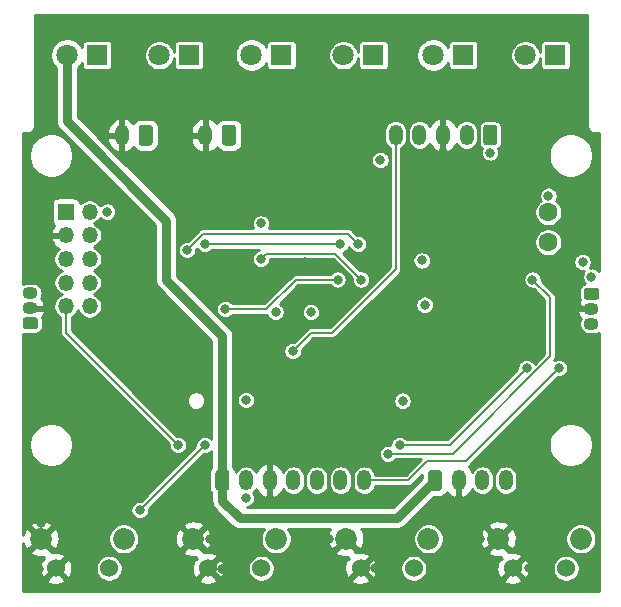
<source format=gbr>
%TF.GenerationSoftware,KiCad,Pcbnew,(5.1.6)-1*%
%TF.CreationDate,2020-12-26T20:27:58+01:00*%
%TF.ProjectId,VESC_UI,56455343-5f55-4492-9e6b-696361645f70,rev?*%
%TF.SameCoordinates,Original*%
%TF.FileFunction,Copper,L4,Bot*%
%TF.FilePolarity,Positive*%
%FSLAX46Y46*%
G04 Gerber Fmt 4.6, Leading zero omitted, Abs format (unit mm)*
G04 Created by KiCad (PCBNEW (5.1.6)-1) date 2020-12-26 20:27:58*
%MOMM*%
%LPD*%
G01*
G04 APERTURE LIST*
%TA.AperFunction,ComponentPad*%
%ADD10O,1.350000X1.350000*%
%TD*%
%TA.AperFunction,ComponentPad*%
%ADD11R,1.350000X1.350000*%
%TD*%
%TA.AperFunction,ComponentPad*%
%ADD12O,1.300000X1.050000*%
%TD*%
%TA.AperFunction,ComponentPad*%
%ADD13C,1.600000*%
%TD*%
%TA.AperFunction,ComponentPad*%
%ADD14C,1.524000*%
%TD*%
%TA.AperFunction,ComponentPad*%
%ADD15C,1.850000*%
%TD*%
%TA.AperFunction,ComponentPad*%
%ADD16O,1.200000X1.750000*%
%TD*%
%TA.AperFunction,ComponentPad*%
%ADD17C,1.800000*%
%TD*%
%TA.AperFunction,ComponentPad*%
%ADD18R,1.800000X1.800000*%
%TD*%
%TA.AperFunction,ViaPad*%
%ADD19C,0.800000*%
%TD*%
%TA.AperFunction,Conductor*%
%ADD20C,0.400000*%
%TD*%
%TA.AperFunction,Conductor*%
%ADD21C,0.800000*%
%TD*%
%TA.AperFunction,Conductor*%
%ADD22C,0.200000*%
%TD*%
%TA.AperFunction,Conductor*%
%ADD23C,0.254000*%
%TD*%
G04 APERTURE END LIST*
D10*
%TO.P,J4,10*%
%TO.N,/SD_CS*%
X120250000Y-100250000D03*
%TO.P,J4,9*%
%TO.N,/OLED_RST*%
X118250000Y-100250000D03*
%TO.P,J4,8*%
%TO.N,/OLED_CS*%
X120250000Y-98250000D03*
%TO.P,J4,7*%
%TO.N,/OLED_DC*%
X118250000Y-98250000D03*
%TO.P,J4,6*%
%TO.N,/SPI1_SCK*%
X120250000Y-96250000D03*
%TO.P,J4,5*%
%TO.N,/SPI1_MISO*%
X118250000Y-96250000D03*
%TO.P,J4,4*%
%TO.N,/SPI1_MOSI*%
X120250000Y-94250000D03*
%TO.P,J4,3*%
%TO.N,GND*%
X118250000Y-94250000D03*
%TO.P,J4,2*%
%TO.N,+3V3*%
X120250000Y-92250000D03*
D11*
%TO.P,J4,1*%
%TO.N,+12V*%
X118250000Y-92250000D03*
%TD*%
%TO.P,J1,1*%
%TO.N,+3V3*%
%TA.AperFunction,ComponentPad*%
G36*
G01*
X115650100Y-102225000D02*
X114849900Y-102225000D01*
G75*
G02*
X114600000Y-101975100I0J249900D01*
G01*
X114600000Y-101424900D01*
G75*
G02*
X114849900Y-101175000I249900J0D01*
G01*
X115650100Y-101175000D01*
G75*
G02*
X115900000Y-101424900I0J-249900D01*
G01*
X115900000Y-101975100D01*
G75*
G02*
X115650100Y-102225000I-249900J0D01*
G01*
G37*
%TD.AperFunction*%
D12*
%TO.P,J1,3*%
%TO.N,Net-(J1-Pad3)*%
X115250000Y-99160000D03*
%TO.P,J1,2*%
%TO.N,GND*%
X115250000Y-100430000D03*
%TD*%
D13*
%TO.P,R13,2*%
%TO.N,Net-(R12-Pad1)*%
X159100000Y-94840000D03*
%TO.P,R13,1*%
%TO.N,+3V3*%
X159100000Y-92300000D03*
%TD*%
D14*
%TO.P,SW1,2*%
%TO.N,Net-(R3-Pad1)*%
X121900000Y-122450000D03*
%TO.P,SW1,1*%
%TO.N,GND*%
X117400000Y-122450000D03*
D15*
%TO.P,SW1,3*%
%TO.N,N/C*%
X123150000Y-119950000D03*
%TO.P,SW1,1*%
%TO.N,GND*%
X116150000Y-119950000D03*
%TD*%
%TO.P,SW2,1*%
%TO.N,GND*%
X129050000Y-119950000D03*
%TO.P,SW2,3*%
%TO.N,N/C*%
X136050000Y-119950000D03*
D14*
%TO.P,SW2,1*%
%TO.N,GND*%
X130300000Y-122450000D03*
%TO.P,SW2,2*%
%TO.N,Net-(R5-Pad1)*%
X134800000Y-122450000D03*
%TD*%
%TO.P,SW3,2*%
%TO.N,Net-(R7-Pad1)*%
X147700000Y-122450000D03*
%TO.P,SW3,1*%
%TO.N,GND*%
X143200000Y-122450000D03*
D15*
%TO.P,SW3,3*%
%TO.N,N/C*%
X148950000Y-119950000D03*
%TO.P,SW3,1*%
%TO.N,GND*%
X141950000Y-119950000D03*
%TD*%
%TO.P,SW4,1*%
%TO.N,GND*%
X154850000Y-119950000D03*
%TO.P,SW4,3*%
%TO.N,N/C*%
X161850000Y-119950000D03*
D14*
%TO.P,SW4,1*%
%TO.N,GND*%
X156100000Y-122450000D03*
%TO.P,SW4,2*%
%TO.N,Net-(R9-Pad1)*%
X160600000Y-122450000D03*
%TD*%
D12*
%TO.P,J2,2*%
%TO.N,GND*%
X162750000Y-100470000D03*
%TO.P,J2,3*%
%TO.N,Net-(J2-Pad3)*%
X162750000Y-101740000D03*
%TO.P,J2,1*%
%TO.N,+3V3*%
%TA.AperFunction,ComponentPad*%
G36*
G01*
X162349900Y-98675000D02*
X163150100Y-98675000D01*
G75*
G02*
X163400000Y-98924900I0J-249900D01*
G01*
X163400000Y-99475100D01*
G75*
G02*
X163150100Y-99725000I-249900J0D01*
G01*
X162349900Y-99725000D01*
G75*
G02*
X162100000Y-99475100I0J249900D01*
G01*
X162100000Y-98924900D01*
G75*
G02*
X162349900Y-98675000I249900J0D01*
G01*
G37*
%TD.AperFunction*%
%TD*%
D16*
%TO.P,J5,5*%
%TO.N,/NRST*%
X146175000Y-85750000D03*
%TO.P,J5,4*%
%TO.N,/SWDIO*%
X148175000Y-85750000D03*
%TO.P,J5,3*%
%TO.N,GND*%
X150175000Y-85750000D03*
%TO.P,J5,2*%
%TO.N,/SWDCLK*%
X152175000Y-85750000D03*
%TO.P,J5,1*%
%TO.N,+3V3*%
%TA.AperFunction,ComponentPad*%
G36*
G01*
X154775000Y-85124999D02*
X154775000Y-86375001D01*
G75*
G02*
X154525001Y-86625000I-249999J0D01*
G01*
X153824999Y-86625000D01*
G75*
G02*
X153575000Y-86375001I0J249999D01*
G01*
X153575000Y-85124999D01*
G75*
G02*
X153824999Y-84875000I249999J0D01*
G01*
X154525001Y-84875000D01*
G75*
G02*
X154775000Y-85124999I0J-249999D01*
G01*
G37*
%TD.AperFunction*%
%TD*%
D17*
%TO.P,D6,2*%
%TO.N,Net-(D5-Pad1)*%
X157160000Y-79000000D03*
D18*
%TO.P,D6,1*%
%TO.N,Net-(D6-Pad1)*%
X159700000Y-79000000D03*
%TD*%
D17*
%TO.P,D5,2*%
%TO.N,+5V*%
X149360000Y-79000000D03*
D18*
%TO.P,D5,1*%
%TO.N,Net-(D5-Pad1)*%
X151900000Y-79000000D03*
%TD*%
D17*
%TO.P,D4,2*%
%TO.N,Net-(D3-Pad1)*%
X141750000Y-79000000D03*
D18*
%TO.P,D4,1*%
%TO.N,Net-(D4-Pad1)*%
X144290000Y-79000000D03*
%TD*%
D17*
%TO.P,D3,2*%
%TO.N,+5V*%
X133960000Y-79000000D03*
D18*
%TO.P,D3,1*%
%TO.N,Net-(D3-Pad1)*%
X136500000Y-79000000D03*
%TD*%
D17*
%TO.P,D2,2*%
%TO.N,Net-(D1-Pad1)*%
X126150000Y-79000000D03*
D18*
%TO.P,D2,1*%
%TO.N,Net-(D2-Pad1)*%
X128690000Y-79000000D03*
%TD*%
D17*
%TO.P,D1,2*%
%TO.N,+5V*%
X118360000Y-79000000D03*
D18*
%TO.P,D1,1*%
%TO.N,Net-(D1-Pad1)*%
X120900000Y-79000000D03*
%TD*%
D16*
%TO.P,J6,4*%
%TO.N,/USART1_RX*%
X155500000Y-115000000D03*
%TO.P,J6,3*%
%TO.N,/USART1_TX*%
X153500000Y-115000000D03*
%TO.P,J6,2*%
%TO.N,GND*%
X151500000Y-115000000D03*
%TO.P,J6,1*%
%TO.N,+5V*%
%TA.AperFunction,ComponentPad*%
G36*
G01*
X148900000Y-115625001D02*
X148900000Y-114374999D01*
G75*
G02*
X149149999Y-114125000I249999J0D01*
G01*
X149850001Y-114125000D01*
G75*
G02*
X150100000Y-114374999I0J-249999D01*
G01*
X150100000Y-115625001D01*
G75*
G02*
X149850001Y-115875000I-249999J0D01*
G01*
X149149999Y-115875000D01*
G75*
G02*
X148900000Y-115625001I0J249999D01*
G01*
G37*
%TD.AperFunction*%
%TD*%
%TO.P,J3,1*%
%TO.N,+5V*%
%TA.AperFunction,ComponentPad*%
G36*
G01*
X130900000Y-115625001D02*
X130900000Y-114374999D01*
G75*
G02*
X131149999Y-114125000I249999J0D01*
G01*
X131850001Y-114125000D01*
G75*
G02*
X132100000Y-114374999I0J-249999D01*
G01*
X132100000Y-115625001D01*
G75*
G02*
X131850001Y-115875000I-249999J0D01*
G01*
X131149999Y-115875000D01*
G75*
G02*
X130900000Y-115625001I0J249999D01*
G01*
G37*
%TD.AperFunction*%
%TO.P,J3,2*%
%TO.N,+3V3*%
X133500000Y-115000000D03*
%TO.P,J3,3*%
%TO.N,GND*%
X135500000Y-115000000D03*
%TO.P,J3,4*%
%TO.N,/Accelerator*%
X137500000Y-115000000D03*
%TO.P,J3,5*%
%TO.N,/USART2_TX*%
X139500000Y-115000000D03*
%TO.P,J3,6*%
%TO.N,/USART2_RX*%
X141500000Y-115000000D03*
%TO.P,J3,7*%
%TO.N,/Brake*%
X143500000Y-115000000D03*
%TD*%
%TO.P,J8,1*%
%TO.N,+12V*%
%TA.AperFunction,ComponentPad*%
G36*
G01*
X125600000Y-85149999D02*
X125600000Y-86400001D01*
G75*
G02*
X125350001Y-86650000I-249999J0D01*
G01*
X124649999Y-86650000D01*
G75*
G02*
X124400000Y-86400001I0J249999D01*
G01*
X124400000Y-85149999D01*
G75*
G02*
X124649999Y-84900000I249999J0D01*
G01*
X125350001Y-84900000D01*
G75*
G02*
X125600000Y-85149999I0J-249999D01*
G01*
G37*
%TD.AperFunction*%
%TO.P,J8,2*%
%TO.N,GND*%
X123000000Y-85775000D03*
%TD*%
%TO.P,J9,2*%
%TO.N,GND*%
X130050000Y-85775000D03*
%TO.P,J9,1*%
%TO.N,+12V*%
%TA.AperFunction,ComponentPad*%
G36*
G01*
X132650000Y-85149999D02*
X132650000Y-86400001D01*
G75*
G02*
X132400001Y-86650000I-249999J0D01*
G01*
X131699999Y-86650000D01*
G75*
G02*
X131450000Y-86400001I0J249999D01*
G01*
X131450000Y-85149999D01*
G75*
G02*
X131699999Y-84900000I249999J0D01*
G01*
X132400001Y-84900000D01*
G75*
G02*
X132650000Y-85149999I0J-249999D01*
G01*
G37*
%TD.AperFunction*%
%TD*%
D19*
%TO.N,GND*%
X148375013Y-94625013D03*
X147500000Y-102000000D03*
X143750000Y-85250000D03*
X142750000Y-104500000D03*
X130000000Y-87500000D03*
X123000000Y-87500000D03*
X142200001Y-100068651D03*
X139000000Y-88250000D03*
X132825000Y-102825000D03*
X143750028Y-87250000D03*
X138000000Y-81250000D03*
X144450002Y-122450002D03*
X153299990Y-119950000D03*
X157450006Y-122450006D03*
X151500000Y-116750018D03*
X140550040Y-119950000D03*
X131499996Y-122499996D03*
X140000000Y-99750000D03*
X134750000Y-97750000D03*
X116000000Y-122500000D03*
X116149996Y-118600004D03*
X138500000Y-96500000D03*
X150375015Y-100125015D03*
X135500000Y-116749938D03*
X150175004Y-87174990D03*
X127574994Y-102825000D03*
X138375007Y-90624993D03*
X141595009Y-89601475D03*
X147750000Y-111000000D03*
X146124995Y-111000000D03*
X130450002Y-119950000D03*
X126500000Y-109500000D03*
X129250000Y-111000000D03*
X127750000Y-110000000D03*
X137499988Y-105300000D03*
X157250000Y-91750000D03*
X116250000Y-107450000D03*
X162000000Y-92500000D03*
X133500010Y-106600000D03*
X116750000Y-99249990D03*
X116750000Y-94250000D03*
X161500006Y-100250006D03*
%TO.N,+3V3*%
X148374992Y-96375008D03*
X138987500Y-100762500D03*
X136000000Y-100750000D03*
X146750034Y-108250000D03*
X148624991Y-100124991D03*
X133500000Y-116499936D03*
X154174994Y-87250000D03*
X144874993Y-87875007D03*
X134749982Y-93250000D03*
X121750000Y-92250000D03*
X159100004Y-90900004D03*
X133500000Y-108200000D03*
X162000000Y-96499994D03*
X162750000Y-97750000D03*
%TO.N,/NRST*%
X137450002Y-104049998D03*
%TO.N,/Brake*%
X160000000Y-105500000D03*
%TO.N,/SPI1_MOSI*%
X141500000Y-95000000D03*
X130000000Y-95000000D03*
%TO.N,/SPI1_SCK*%
X143000000Y-95000000D03*
X128500000Y-95500000D03*
%TO.N,/OLED_RST*%
X127750000Y-112000000D03*
%TO.N,/BUTTON_1*%
X130000000Y-112000000D03*
X124500011Y-117500011D03*
%TO.N,/PHOTO_RESISTOR*%
X145500000Y-112750000D03*
X157750010Y-98000000D03*
%TO.N,/ADC2*%
X146500000Y-112000000D03*
X157250000Y-105500006D03*
%TO.N,/SPI1_MISO*%
X134750000Y-96250000D03*
X143250000Y-98000000D03*
%TO.N,/SD_CS*%
X141250000Y-98000000D03*
X131750000Y-100500000D03*
%TD*%
D20*
%TO.N,GND*%
X116750000Y-99980000D02*
X116750000Y-99249990D01*
X115250000Y-100430000D02*
X116300000Y-100430000D01*
X116300000Y-100430000D02*
X116750000Y-99980000D01*
D21*
%TO.N,+5V*%
X132950005Y-118200005D02*
X146299995Y-118200005D01*
X131500000Y-116750000D02*
X132950005Y-118200005D01*
X118360000Y-84610000D02*
X126750000Y-93000000D01*
X126750000Y-93000000D02*
X126750000Y-98045406D01*
X146299995Y-118200005D02*
X149500000Y-115000000D01*
X118360000Y-79000000D02*
X118360000Y-84610000D01*
X126750000Y-98045406D02*
X131500000Y-102795406D01*
X131500000Y-102795406D02*
X131500000Y-116750000D01*
D22*
%TO.N,/NRST*%
X139000000Y-102500000D02*
X137450002Y-104049998D01*
X140804654Y-102500000D02*
X139000000Y-102500000D01*
X146175000Y-85750000D02*
X146175000Y-97129654D01*
X146175000Y-97129654D02*
X140804654Y-102500000D01*
%TO.N,/Brake*%
X152099990Y-113400010D02*
X160000000Y-105500000D01*
X148849990Y-113400010D02*
X152099990Y-113400010D01*
X147250000Y-115000000D02*
X148849990Y-113400010D01*
X143500000Y-115000000D02*
X147250000Y-115000000D01*
%TO.N,/SPI1_MOSI*%
X139000000Y-95000000D02*
X130000000Y-95000000D01*
X141500000Y-95000000D02*
X139000000Y-95000000D01*
%TO.N,/SPI1_SCK*%
X142100001Y-94100001D02*
X129899999Y-94100001D01*
X143000000Y-95000000D02*
X142100001Y-94100001D01*
X129899999Y-94100001D02*
X128500000Y-95500000D01*
%TO.N,/OLED_RST*%
X118250000Y-102500000D02*
X127750000Y-112000000D01*
X118250000Y-100250000D02*
X118250000Y-102500000D01*
%TO.N,/BUTTON_1*%
X124500011Y-117499989D02*
X124500011Y-117500011D01*
X130000000Y-112000000D02*
X124500011Y-117499989D01*
%TO.N,/PHOTO_RESISTOR*%
X159250000Y-99499990D02*
X157750010Y-98000000D01*
X145500000Y-112750000D02*
X151000000Y-112750000D01*
X159250000Y-104500000D02*
X159250000Y-99499990D01*
X151000000Y-112750000D02*
X159250000Y-104500000D01*
%TO.N,/ADC2*%
X150750006Y-112000000D02*
X157250000Y-105500006D01*
X146500000Y-112000000D02*
X150750006Y-112000000D01*
%TO.N,/SPI1_MISO*%
X134750000Y-96250000D02*
X135200001Y-95799999D01*
X135200001Y-95799999D02*
X141049999Y-95799999D01*
X141049999Y-95799999D02*
X143250000Y-98000000D01*
%TO.N,/SD_CS*%
X135213998Y-100500000D02*
X131750000Y-100500000D01*
X141250000Y-98000000D02*
X137713998Y-98000000D01*
X137713998Y-98000000D02*
X135213998Y-100500000D01*
%TD*%
D23*
%TO.N,GND*%
G36*
X162369001Y-84968992D02*
G01*
X162365947Y-85000000D01*
X162378130Y-85123698D01*
X162414211Y-85242642D01*
X162472804Y-85352261D01*
X162551657Y-85448343D01*
X162647739Y-85527196D01*
X162757358Y-85585789D01*
X162876302Y-85621870D01*
X162969002Y-85631000D01*
X163000000Y-85634053D01*
X163030998Y-85631000D01*
X163369000Y-85631000D01*
X163369000Y-97270637D01*
X163356642Y-97252141D01*
X163247859Y-97143358D01*
X163119942Y-97057887D01*
X162977809Y-96999013D01*
X162826922Y-96969000D01*
X162673078Y-96969000D01*
X162618693Y-96979818D01*
X162692113Y-96869936D01*
X162750987Y-96727803D01*
X162781000Y-96576916D01*
X162781000Y-96423072D01*
X162750987Y-96272185D01*
X162692113Y-96130052D01*
X162606642Y-96002135D01*
X162497859Y-95893352D01*
X162369942Y-95807881D01*
X162227809Y-95749007D01*
X162076922Y-95718994D01*
X161923078Y-95718994D01*
X161772191Y-95749007D01*
X161630058Y-95807881D01*
X161502141Y-95893352D01*
X161393358Y-96002135D01*
X161307887Y-96130052D01*
X161249013Y-96272185D01*
X161219000Y-96423072D01*
X161219000Y-96576916D01*
X161249013Y-96727803D01*
X161307887Y-96869936D01*
X161393358Y-96997853D01*
X161502141Y-97106636D01*
X161630058Y-97192107D01*
X161772191Y-97250981D01*
X161923078Y-97280994D01*
X162076922Y-97280994D01*
X162131307Y-97270176D01*
X162057887Y-97380058D01*
X161999013Y-97522191D01*
X161969000Y-97673078D01*
X161969000Y-97826922D01*
X161999013Y-97977809D01*
X162057887Y-98119942D01*
X162143358Y-98247859D01*
X162206015Y-98310516D01*
X162107760Y-98340322D01*
X161998367Y-98398793D01*
X161902483Y-98477483D01*
X161823793Y-98573367D01*
X161765322Y-98682760D01*
X161729315Y-98801458D01*
X161717157Y-98924900D01*
X161717157Y-99475100D01*
X161729315Y-99598542D01*
X161761350Y-99704145D01*
X161685453Y-99789851D01*
X161570816Y-99986216D01*
X161506036Y-100164190D01*
X161631837Y-100343000D01*
X162623000Y-100343000D01*
X162623000Y-100323000D01*
X162877000Y-100323000D01*
X162877000Y-100343000D01*
X162897000Y-100343000D01*
X162897000Y-100597000D01*
X162877000Y-100597000D01*
X162877000Y-100617000D01*
X162623000Y-100617000D01*
X162623000Y-100597000D01*
X161631837Y-100597000D01*
X161506036Y-100775810D01*
X161570816Y-100953784D01*
X161685453Y-101150149D01*
X161827338Y-101310373D01*
X161783916Y-101391612D01*
X161732110Y-101562393D01*
X161714617Y-101740000D01*
X161732110Y-101917607D01*
X161783916Y-102088388D01*
X161868044Y-102245782D01*
X161981262Y-102383738D01*
X162119218Y-102496956D01*
X162276612Y-102581084D01*
X162447393Y-102632890D01*
X162580499Y-102646000D01*
X162919501Y-102646000D01*
X163052607Y-102632890D01*
X163223388Y-102581084D01*
X163369000Y-102503253D01*
X163369001Y-124369000D01*
X114631000Y-124369000D01*
X114631000Y-123415565D01*
X116614040Y-123415565D01*
X116681020Y-123655656D01*
X116930048Y-123772756D01*
X117197135Y-123839023D01*
X117472017Y-123851910D01*
X117744133Y-123810922D01*
X118003023Y-123717636D01*
X118118980Y-123655656D01*
X118185960Y-123415565D01*
X117400000Y-122629605D01*
X116614040Y-123415565D01*
X114631000Y-123415565D01*
X114631000Y-121031917D01*
X115247688Y-121031917D01*
X115334393Y-121288653D01*
X115611223Y-121422048D01*
X115908757Y-121498873D01*
X116215562Y-121516176D01*
X116371447Y-121494207D01*
X116318023Y-121547631D01*
X116434433Y-121664041D01*
X116194344Y-121731020D01*
X116077244Y-121980048D01*
X116010977Y-122247135D01*
X115998090Y-122522017D01*
X116039078Y-122794133D01*
X116132364Y-123053023D01*
X116194344Y-123168980D01*
X116434435Y-123235960D01*
X117220395Y-122450000D01*
X117579605Y-122450000D01*
X118365565Y-123235960D01*
X118605656Y-123168980D01*
X118722756Y-122919952D01*
X118789023Y-122652865D01*
X118801910Y-122377983D01*
X118795801Y-122337424D01*
X120757000Y-122337424D01*
X120757000Y-122562576D01*
X120800925Y-122783401D01*
X120887087Y-122991413D01*
X121012174Y-123178620D01*
X121171380Y-123337826D01*
X121358587Y-123462913D01*
X121566599Y-123549075D01*
X121787424Y-123593000D01*
X122012576Y-123593000D01*
X122233401Y-123549075D01*
X122441413Y-123462913D01*
X122512274Y-123415565D01*
X129514040Y-123415565D01*
X129581020Y-123655656D01*
X129830048Y-123772756D01*
X130097135Y-123839023D01*
X130372017Y-123851910D01*
X130644133Y-123810922D01*
X130903023Y-123717636D01*
X131018980Y-123655656D01*
X131085960Y-123415565D01*
X130300000Y-122629605D01*
X129514040Y-123415565D01*
X122512274Y-123415565D01*
X122628620Y-123337826D01*
X122787826Y-123178620D01*
X122912913Y-122991413D01*
X122999075Y-122783401D01*
X123043000Y-122562576D01*
X123043000Y-122337424D01*
X122999075Y-122116599D01*
X122912913Y-121908587D01*
X122787826Y-121721380D01*
X122628620Y-121562174D01*
X122441413Y-121437087D01*
X122233401Y-121350925D01*
X122012576Y-121307000D01*
X121787424Y-121307000D01*
X121566599Y-121350925D01*
X121358587Y-121437087D01*
X121171380Y-121562174D01*
X121012174Y-121721380D01*
X120887087Y-121908587D01*
X120800925Y-122116599D01*
X120757000Y-122337424D01*
X118795801Y-122337424D01*
X118760922Y-122105867D01*
X118667636Y-121846977D01*
X118605656Y-121731020D01*
X118365565Y-121664040D01*
X117579605Y-122450000D01*
X117220395Y-122450000D01*
X117206253Y-122435858D01*
X117385858Y-122256253D01*
X117400000Y-122270395D01*
X118185960Y-121484435D01*
X118118980Y-121244344D01*
X117869952Y-121127244D01*
X117602865Y-121060977D01*
X117327983Y-121048090D01*
X117055867Y-121089078D01*
X117029840Y-121098456D01*
X117052312Y-121031917D01*
X116150000Y-120129605D01*
X115247688Y-121031917D01*
X114631000Y-121031917D01*
X114631000Y-120332123D01*
X114728132Y-120609921D01*
X114811347Y-120765607D01*
X115068083Y-120852312D01*
X115970395Y-119950000D01*
X116329605Y-119950000D01*
X117231917Y-120852312D01*
X117488653Y-120765607D01*
X117622048Y-120488777D01*
X117698873Y-120191243D01*
X117716176Y-119884438D01*
X117707288Y-119821370D01*
X121844000Y-119821370D01*
X121844000Y-120078630D01*
X121894189Y-120330946D01*
X121992638Y-120568623D01*
X122135564Y-120782526D01*
X122317474Y-120964436D01*
X122531377Y-121107362D01*
X122769054Y-121205811D01*
X123021370Y-121256000D01*
X123278630Y-121256000D01*
X123530946Y-121205811D01*
X123768623Y-121107362D01*
X123881533Y-121031917D01*
X128147688Y-121031917D01*
X128234393Y-121288653D01*
X128511223Y-121422048D01*
X128808757Y-121498873D01*
X129115562Y-121516176D01*
X129271447Y-121494207D01*
X129218023Y-121547631D01*
X129334433Y-121664041D01*
X129094344Y-121731020D01*
X128977244Y-121980048D01*
X128910977Y-122247135D01*
X128898090Y-122522017D01*
X128939078Y-122794133D01*
X129032364Y-123053023D01*
X129094344Y-123168980D01*
X129334435Y-123235960D01*
X130120395Y-122450000D01*
X130479605Y-122450000D01*
X131265565Y-123235960D01*
X131505656Y-123168980D01*
X131622756Y-122919952D01*
X131689023Y-122652865D01*
X131701910Y-122377983D01*
X131695801Y-122337424D01*
X133657000Y-122337424D01*
X133657000Y-122562576D01*
X133700925Y-122783401D01*
X133787087Y-122991413D01*
X133912174Y-123178620D01*
X134071380Y-123337826D01*
X134258587Y-123462913D01*
X134466599Y-123549075D01*
X134687424Y-123593000D01*
X134912576Y-123593000D01*
X135133401Y-123549075D01*
X135341413Y-123462913D01*
X135412274Y-123415565D01*
X142414040Y-123415565D01*
X142481020Y-123655656D01*
X142730048Y-123772756D01*
X142997135Y-123839023D01*
X143272017Y-123851910D01*
X143544133Y-123810922D01*
X143803023Y-123717636D01*
X143918980Y-123655656D01*
X143985960Y-123415565D01*
X143200000Y-122629605D01*
X142414040Y-123415565D01*
X135412274Y-123415565D01*
X135528620Y-123337826D01*
X135687826Y-123178620D01*
X135812913Y-122991413D01*
X135899075Y-122783401D01*
X135943000Y-122562576D01*
X135943000Y-122337424D01*
X135899075Y-122116599D01*
X135812913Y-121908587D01*
X135687826Y-121721380D01*
X135528620Y-121562174D01*
X135341413Y-121437087D01*
X135133401Y-121350925D01*
X134912576Y-121307000D01*
X134687424Y-121307000D01*
X134466599Y-121350925D01*
X134258587Y-121437087D01*
X134071380Y-121562174D01*
X133912174Y-121721380D01*
X133787087Y-121908587D01*
X133700925Y-122116599D01*
X133657000Y-122337424D01*
X131695801Y-122337424D01*
X131660922Y-122105867D01*
X131567636Y-121846977D01*
X131505656Y-121731020D01*
X131265565Y-121664040D01*
X130479605Y-122450000D01*
X130120395Y-122450000D01*
X130106253Y-122435858D01*
X130285858Y-122256253D01*
X130300000Y-122270395D01*
X131085960Y-121484435D01*
X131018980Y-121244344D01*
X130769952Y-121127244D01*
X130502865Y-121060977D01*
X130227983Y-121048090D01*
X129955867Y-121089078D01*
X129929840Y-121098456D01*
X129952312Y-121031917D01*
X129050000Y-120129605D01*
X128147688Y-121031917D01*
X123881533Y-121031917D01*
X123982526Y-120964436D01*
X124164436Y-120782526D01*
X124307362Y-120568623D01*
X124405811Y-120330946D01*
X124456000Y-120078630D01*
X124456000Y-120015562D01*
X127483824Y-120015562D01*
X127526708Y-120319848D01*
X127628132Y-120609921D01*
X127711347Y-120765607D01*
X127968083Y-120852312D01*
X128870395Y-119950000D01*
X129229605Y-119950000D01*
X130131917Y-120852312D01*
X130388653Y-120765607D01*
X130522048Y-120488777D01*
X130598873Y-120191243D01*
X130616176Y-119884438D01*
X130573292Y-119580152D01*
X130471868Y-119290079D01*
X130388653Y-119134393D01*
X130131917Y-119047688D01*
X129229605Y-119950000D01*
X128870395Y-119950000D01*
X127968083Y-119047688D01*
X127711347Y-119134393D01*
X127577952Y-119411223D01*
X127501127Y-119708757D01*
X127483824Y-120015562D01*
X124456000Y-120015562D01*
X124456000Y-119821370D01*
X124405811Y-119569054D01*
X124307362Y-119331377D01*
X124164436Y-119117474D01*
X123982526Y-118935564D01*
X123881534Y-118868083D01*
X128147688Y-118868083D01*
X129050000Y-119770395D01*
X129952312Y-118868083D01*
X129865607Y-118611347D01*
X129588777Y-118477952D01*
X129291243Y-118401127D01*
X128984438Y-118383824D01*
X128680152Y-118426708D01*
X128390079Y-118528132D01*
X128234393Y-118611347D01*
X128147688Y-118868083D01*
X123881534Y-118868083D01*
X123768623Y-118792638D01*
X123530946Y-118694189D01*
X123278630Y-118644000D01*
X123021370Y-118644000D01*
X122769054Y-118694189D01*
X122531377Y-118792638D01*
X122317474Y-118935564D01*
X122135564Y-119117474D01*
X121992638Y-119331377D01*
X121894189Y-119569054D01*
X121844000Y-119821370D01*
X117707288Y-119821370D01*
X117673292Y-119580152D01*
X117571868Y-119290079D01*
X117488653Y-119134393D01*
X117231917Y-119047688D01*
X116329605Y-119950000D01*
X115970395Y-119950000D01*
X115068083Y-119047688D01*
X114811347Y-119134393D01*
X114677952Y-119411223D01*
X114631000Y-119593062D01*
X114631000Y-118868083D01*
X115247688Y-118868083D01*
X116150000Y-119770395D01*
X117052312Y-118868083D01*
X116965607Y-118611347D01*
X116688777Y-118477952D01*
X116391243Y-118401127D01*
X116084438Y-118383824D01*
X115780152Y-118426708D01*
X115490079Y-118528132D01*
X115334393Y-118611347D01*
X115247688Y-118868083D01*
X114631000Y-118868083D01*
X114631000Y-111814738D01*
X115119000Y-111814738D01*
X115119000Y-112185262D01*
X115191286Y-112548667D01*
X115333080Y-112890987D01*
X115538932Y-113199067D01*
X115800933Y-113461068D01*
X116109013Y-113666920D01*
X116451333Y-113808714D01*
X116814738Y-113881000D01*
X117185262Y-113881000D01*
X117548667Y-113808714D01*
X117890987Y-113666920D01*
X118199067Y-113461068D01*
X118461068Y-113199067D01*
X118666920Y-112890987D01*
X118808714Y-112548667D01*
X118881000Y-112185262D01*
X118881000Y-111814738D01*
X118808714Y-111451333D01*
X118666920Y-111109013D01*
X118461068Y-110800933D01*
X118199067Y-110538932D01*
X117890987Y-110333080D01*
X117548667Y-110191286D01*
X117185262Y-110119000D01*
X116814738Y-110119000D01*
X116451333Y-110191286D01*
X116109013Y-110333080D01*
X115800933Y-110538932D01*
X115538932Y-110800933D01*
X115333080Y-111109013D01*
X115191286Y-111451333D01*
X115119000Y-111814738D01*
X114631000Y-111814738D01*
X114631000Y-102566728D01*
X114726458Y-102595685D01*
X114849900Y-102607843D01*
X115650100Y-102607843D01*
X115773542Y-102595685D01*
X115892240Y-102559678D01*
X116001633Y-102501207D01*
X116097517Y-102422517D01*
X116176207Y-102326633D01*
X116234678Y-102217240D01*
X116270685Y-102098542D01*
X116282843Y-101975100D01*
X116282843Y-101424900D01*
X116270685Y-101301458D01*
X116238650Y-101195855D01*
X116314547Y-101110149D01*
X116429184Y-100913784D01*
X116493964Y-100735810D01*
X116368163Y-100557000D01*
X115377000Y-100557000D01*
X115377000Y-100577000D01*
X115123000Y-100577000D01*
X115123000Y-100557000D01*
X115103000Y-100557000D01*
X115103000Y-100303000D01*
X115123000Y-100303000D01*
X115123000Y-100283000D01*
X115377000Y-100283000D01*
X115377000Y-100303000D01*
X116368163Y-100303000D01*
X116493964Y-100124190D01*
X116429184Y-99946216D01*
X116314547Y-99749851D01*
X116172662Y-99589627D01*
X116216084Y-99508388D01*
X116267890Y-99337607D01*
X116285383Y-99160000D01*
X116267890Y-98982393D01*
X116216084Y-98811612D01*
X116131956Y-98654218D01*
X116018738Y-98516262D01*
X115880782Y-98403044D01*
X115723388Y-98318916D01*
X115552607Y-98267110D01*
X115419501Y-98254000D01*
X115080499Y-98254000D01*
X114947393Y-98267110D01*
X114776612Y-98318916D01*
X114631000Y-98396746D01*
X114631000Y-93920600D01*
X116982090Y-93920600D01*
X117105776Y-94123000D01*
X118123000Y-94123000D01*
X118123000Y-94103000D01*
X118377000Y-94103000D01*
X118377000Y-94123000D01*
X118397000Y-94123000D01*
X118397000Y-94377000D01*
X118377000Y-94377000D01*
X118377000Y-94397000D01*
X118123000Y-94397000D01*
X118123000Y-94377000D01*
X117105776Y-94377000D01*
X116982090Y-94579400D01*
X117012762Y-94680528D01*
X117120527Y-94913629D01*
X117271697Y-95121227D01*
X117460463Y-95295344D01*
X117626283Y-95396714D01*
X117576839Y-95429751D01*
X117429751Y-95576839D01*
X117314185Y-95749796D01*
X117234581Y-95941976D01*
X117194000Y-96145993D01*
X117194000Y-96354007D01*
X117234581Y-96558024D01*
X117314185Y-96750204D01*
X117429751Y-96923161D01*
X117576839Y-97070249D01*
X117749796Y-97185815D01*
X117904751Y-97250000D01*
X117749796Y-97314185D01*
X117576839Y-97429751D01*
X117429751Y-97576839D01*
X117314185Y-97749796D01*
X117234581Y-97941976D01*
X117194000Y-98145993D01*
X117194000Y-98354007D01*
X117234581Y-98558024D01*
X117314185Y-98750204D01*
X117429751Y-98923161D01*
X117576839Y-99070249D01*
X117749796Y-99185815D01*
X117904751Y-99250000D01*
X117749796Y-99314185D01*
X117576839Y-99429751D01*
X117429751Y-99576839D01*
X117314185Y-99749796D01*
X117234581Y-99941976D01*
X117194000Y-100145993D01*
X117194000Y-100354007D01*
X117234581Y-100558024D01*
X117314185Y-100750204D01*
X117429751Y-100923161D01*
X117576839Y-101070249D01*
X117749796Y-101185815D01*
X117769000Y-101193770D01*
X117769001Y-102476364D01*
X117766673Y-102500000D01*
X117775960Y-102594292D01*
X117791646Y-102646000D01*
X117803465Y-102684961D01*
X117848129Y-102768522D01*
X117908237Y-102841764D01*
X117926588Y-102856824D01*
X126972955Y-111903192D01*
X126969000Y-111923078D01*
X126969000Y-112076922D01*
X126999013Y-112227809D01*
X127057887Y-112369942D01*
X127143358Y-112497859D01*
X127252141Y-112606642D01*
X127380058Y-112692113D01*
X127522191Y-112750987D01*
X127673078Y-112781000D01*
X127826922Y-112781000D01*
X127977809Y-112750987D01*
X128119942Y-112692113D01*
X128247859Y-112606642D01*
X128356642Y-112497859D01*
X128442113Y-112369942D01*
X128500987Y-112227809D01*
X128531000Y-112076922D01*
X128531000Y-111923078D01*
X128500987Y-111772191D01*
X128442113Y-111630058D01*
X128356642Y-111502141D01*
X128247859Y-111393358D01*
X128119942Y-111307887D01*
X127977809Y-111249013D01*
X127826922Y-111219000D01*
X127673078Y-111219000D01*
X127653192Y-111222955D01*
X124603315Y-108173078D01*
X128469000Y-108173078D01*
X128469000Y-108326922D01*
X128499013Y-108477809D01*
X128557887Y-108619942D01*
X128643358Y-108747859D01*
X128752141Y-108856642D01*
X128880058Y-108942113D01*
X129022191Y-109000987D01*
X129173078Y-109031000D01*
X129326922Y-109031000D01*
X129477809Y-109000987D01*
X129619942Y-108942113D01*
X129747859Y-108856642D01*
X129856642Y-108747859D01*
X129942113Y-108619942D01*
X130000987Y-108477809D01*
X130031000Y-108326922D01*
X130031000Y-108173078D01*
X130000987Y-108022191D01*
X129942113Y-107880058D01*
X129856642Y-107752141D01*
X129747859Y-107643358D01*
X129619942Y-107557887D01*
X129477809Y-107499013D01*
X129326922Y-107469000D01*
X129173078Y-107469000D01*
X129022191Y-107499013D01*
X128880058Y-107557887D01*
X128752141Y-107643358D01*
X128643358Y-107752141D01*
X128557887Y-107880058D01*
X128499013Y-108022191D01*
X128469000Y-108173078D01*
X124603315Y-108173078D01*
X118731000Y-102300764D01*
X118731000Y-101193770D01*
X118750204Y-101185815D01*
X118923161Y-101070249D01*
X119070249Y-100923161D01*
X119185815Y-100750204D01*
X119250000Y-100595249D01*
X119314185Y-100750204D01*
X119429751Y-100923161D01*
X119576839Y-101070249D01*
X119749796Y-101185815D01*
X119941976Y-101265419D01*
X120145993Y-101306000D01*
X120354007Y-101306000D01*
X120558024Y-101265419D01*
X120750204Y-101185815D01*
X120923161Y-101070249D01*
X121070249Y-100923161D01*
X121185815Y-100750204D01*
X121265419Y-100558024D01*
X121306000Y-100354007D01*
X121306000Y-100145993D01*
X121265419Y-99941976D01*
X121185815Y-99749796D01*
X121070249Y-99576839D01*
X120923161Y-99429751D01*
X120750204Y-99314185D01*
X120595249Y-99250000D01*
X120750204Y-99185815D01*
X120923161Y-99070249D01*
X121070249Y-98923161D01*
X121185815Y-98750204D01*
X121265419Y-98558024D01*
X121306000Y-98354007D01*
X121306000Y-98145993D01*
X121265419Y-97941976D01*
X121185815Y-97749796D01*
X121070249Y-97576839D01*
X120923161Y-97429751D01*
X120750204Y-97314185D01*
X120595249Y-97250000D01*
X120750204Y-97185815D01*
X120923161Y-97070249D01*
X121070249Y-96923161D01*
X121185815Y-96750204D01*
X121265419Y-96558024D01*
X121306000Y-96354007D01*
X121306000Y-96145993D01*
X121265419Y-95941976D01*
X121185815Y-95749796D01*
X121070249Y-95576839D01*
X120923161Y-95429751D01*
X120750204Y-95314185D01*
X120595249Y-95250000D01*
X120750204Y-95185815D01*
X120923161Y-95070249D01*
X121070249Y-94923161D01*
X121185815Y-94750204D01*
X121265419Y-94558024D01*
X121306000Y-94354007D01*
X121306000Y-94145993D01*
X121265419Y-93941976D01*
X121185815Y-93749796D01*
X121070249Y-93576839D01*
X120923161Y-93429751D01*
X120750204Y-93314185D01*
X120595249Y-93250000D01*
X120750204Y-93185815D01*
X120923161Y-93070249D01*
X121070249Y-92923161D01*
X121169748Y-92774249D01*
X121252141Y-92856642D01*
X121380058Y-92942113D01*
X121522191Y-93000987D01*
X121673078Y-93031000D01*
X121826922Y-93031000D01*
X121977809Y-93000987D01*
X122119942Y-92942113D01*
X122247859Y-92856642D01*
X122356642Y-92747859D01*
X122442113Y-92619942D01*
X122500987Y-92477809D01*
X122531000Y-92326922D01*
X122531000Y-92173078D01*
X122500987Y-92022191D01*
X122442113Y-91880058D01*
X122356642Y-91752141D01*
X122247859Y-91643358D01*
X122119942Y-91557887D01*
X121977809Y-91499013D01*
X121826922Y-91469000D01*
X121673078Y-91469000D01*
X121522191Y-91499013D01*
X121380058Y-91557887D01*
X121252141Y-91643358D01*
X121169748Y-91725751D01*
X121070249Y-91576839D01*
X120923161Y-91429751D01*
X120750204Y-91314185D01*
X120558024Y-91234581D01*
X120354007Y-91194000D01*
X120145993Y-91194000D01*
X119941976Y-91234581D01*
X119749796Y-91314185D01*
X119576839Y-91429751D01*
X119452491Y-91554099D01*
X119444374Y-91471690D01*
X119414239Y-91372350D01*
X119365304Y-91280798D01*
X119299448Y-91200552D01*
X119219202Y-91134696D01*
X119127650Y-91085761D01*
X119028310Y-91055626D01*
X118925000Y-91045451D01*
X117575000Y-91045451D01*
X117471690Y-91055626D01*
X117372350Y-91085761D01*
X117280798Y-91134696D01*
X117200552Y-91200552D01*
X117134696Y-91280798D01*
X117085761Y-91372350D01*
X117055626Y-91471690D01*
X117045451Y-91575000D01*
X117045451Y-92925000D01*
X117055626Y-93028310D01*
X117085761Y-93127650D01*
X117134696Y-93219202D01*
X117200552Y-93299448D01*
X117280798Y-93365304D01*
X117284281Y-93367166D01*
X117271697Y-93378773D01*
X117120527Y-93586371D01*
X117012762Y-93819472D01*
X116982090Y-93920600D01*
X114631000Y-93920600D01*
X114631000Y-87314738D01*
X115119000Y-87314738D01*
X115119000Y-87685262D01*
X115191286Y-88048667D01*
X115333080Y-88390987D01*
X115538932Y-88699067D01*
X115800933Y-88961068D01*
X116109013Y-89166920D01*
X116451333Y-89308714D01*
X116814738Y-89381000D01*
X117185262Y-89381000D01*
X117548667Y-89308714D01*
X117890987Y-89166920D01*
X118199067Y-88961068D01*
X118461068Y-88699067D01*
X118666920Y-88390987D01*
X118808714Y-88048667D01*
X118881000Y-87685262D01*
X118881000Y-87314738D01*
X118808714Y-86951333D01*
X118666920Y-86609013D01*
X118461068Y-86300933D01*
X118199067Y-86038932D01*
X117890987Y-85833080D01*
X117548667Y-85691286D01*
X117185262Y-85619000D01*
X116814738Y-85619000D01*
X116451333Y-85691286D01*
X116109013Y-85833080D01*
X115800933Y-86038932D01*
X115538932Y-86300933D01*
X115333080Y-86609013D01*
X115191286Y-86951333D01*
X115119000Y-87314738D01*
X114631000Y-87314738D01*
X114631000Y-85631000D01*
X114969002Y-85631000D01*
X115000000Y-85634053D01*
X115030998Y-85631000D01*
X115123698Y-85621870D01*
X115242642Y-85585789D01*
X115352261Y-85527196D01*
X115448343Y-85448343D01*
X115527196Y-85352261D01*
X115585789Y-85242642D01*
X115621870Y-85123698D01*
X115634053Y-85000000D01*
X115631000Y-84969002D01*
X115631000Y-78859453D01*
X116933000Y-78859453D01*
X116933000Y-79140547D01*
X116987838Y-79416241D01*
X117095409Y-79675938D01*
X117251576Y-79909660D01*
X117433000Y-80091084D01*
X117433001Y-84564463D01*
X117428516Y-84610000D01*
X117446414Y-84791723D01*
X117499420Y-84966463D01*
X117585499Y-85127505D01*
X117672312Y-85233287D01*
X117672317Y-85233292D01*
X117701342Y-85268659D01*
X117736709Y-85297684D01*
X125823000Y-93383976D01*
X125823001Y-97999869D01*
X125818516Y-98045406D01*
X125823001Y-98090943D01*
X125823001Y-98090944D01*
X125836414Y-98227130D01*
X125852493Y-98280136D01*
X125889420Y-98401869D01*
X125975499Y-98562911D01*
X126062312Y-98668693D01*
X126062317Y-98668698D01*
X126091342Y-98704065D01*
X126126708Y-98733090D01*
X130573000Y-103179382D01*
X130573001Y-111468500D01*
X130497859Y-111393358D01*
X130369942Y-111307887D01*
X130227809Y-111249013D01*
X130076922Y-111219000D01*
X129923078Y-111219000D01*
X129772191Y-111249013D01*
X129630058Y-111307887D01*
X129502141Y-111393358D01*
X129393358Y-111502141D01*
X129307887Y-111630058D01*
X129249013Y-111772191D01*
X129219000Y-111923078D01*
X129219000Y-112076922D01*
X129222955Y-112096808D01*
X124596801Y-116722963D01*
X124576933Y-116719011D01*
X124423089Y-116719011D01*
X124272202Y-116749024D01*
X124130069Y-116807898D01*
X124002152Y-116893369D01*
X123893369Y-117002152D01*
X123807898Y-117130069D01*
X123749024Y-117272202D01*
X123719011Y-117423089D01*
X123719011Y-117576933D01*
X123749024Y-117727820D01*
X123807898Y-117869953D01*
X123893369Y-117997870D01*
X124002152Y-118106653D01*
X124130069Y-118192124D01*
X124272202Y-118250998D01*
X124423089Y-118281011D01*
X124576933Y-118281011D01*
X124727820Y-118250998D01*
X124869953Y-118192124D01*
X124997870Y-118106653D01*
X125106653Y-117997870D01*
X125192124Y-117869953D01*
X125250998Y-117727820D01*
X125281011Y-117576933D01*
X125281011Y-117423089D01*
X125277052Y-117403184D01*
X129903192Y-112777045D01*
X129923078Y-112781000D01*
X130076922Y-112781000D01*
X130227809Y-112750987D01*
X130369942Y-112692113D01*
X130497859Y-112606642D01*
X130573001Y-112531500D01*
X130573001Y-113855181D01*
X130501829Y-113941905D01*
X130429791Y-114076679D01*
X130385430Y-114222917D01*
X130370451Y-114374999D01*
X130370451Y-115625001D01*
X130385430Y-115777083D01*
X130429791Y-115923321D01*
X130501829Y-116058095D01*
X130573001Y-116144819D01*
X130573001Y-116704463D01*
X130568516Y-116750000D01*
X130586414Y-116931723D01*
X130639420Y-117106463D01*
X130725499Y-117267505D01*
X130812312Y-117373287D01*
X130812317Y-117373292D01*
X130841342Y-117408659D01*
X130876708Y-117437683D01*
X132262321Y-118823297D01*
X132291346Y-118858664D01*
X132326713Y-118887689D01*
X132326717Y-118887693D01*
X132432499Y-118974507D01*
X132593541Y-119060585D01*
X132768281Y-119113592D01*
X132904467Y-119127005D01*
X132904478Y-119127005D01*
X132950005Y-119131489D01*
X132995532Y-119127005D01*
X135029196Y-119127005D01*
X134892638Y-119331377D01*
X134794189Y-119569054D01*
X134744000Y-119821370D01*
X134744000Y-120078630D01*
X134794189Y-120330946D01*
X134892638Y-120568623D01*
X135035564Y-120782526D01*
X135217474Y-120964436D01*
X135431377Y-121107362D01*
X135669054Y-121205811D01*
X135921370Y-121256000D01*
X136178630Y-121256000D01*
X136430946Y-121205811D01*
X136668623Y-121107362D01*
X136781533Y-121031917D01*
X141047688Y-121031917D01*
X141134393Y-121288653D01*
X141411223Y-121422048D01*
X141708757Y-121498873D01*
X142015562Y-121516176D01*
X142171447Y-121494207D01*
X142118023Y-121547631D01*
X142234433Y-121664041D01*
X141994344Y-121731020D01*
X141877244Y-121980048D01*
X141810977Y-122247135D01*
X141798090Y-122522017D01*
X141839078Y-122794133D01*
X141932364Y-123053023D01*
X141994344Y-123168980D01*
X142234435Y-123235960D01*
X143020395Y-122450000D01*
X143379605Y-122450000D01*
X144165565Y-123235960D01*
X144405656Y-123168980D01*
X144522756Y-122919952D01*
X144589023Y-122652865D01*
X144601910Y-122377983D01*
X144595801Y-122337424D01*
X146557000Y-122337424D01*
X146557000Y-122562576D01*
X146600925Y-122783401D01*
X146687087Y-122991413D01*
X146812174Y-123178620D01*
X146971380Y-123337826D01*
X147158587Y-123462913D01*
X147366599Y-123549075D01*
X147587424Y-123593000D01*
X147812576Y-123593000D01*
X148033401Y-123549075D01*
X148241413Y-123462913D01*
X148312274Y-123415565D01*
X155314040Y-123415565D01*
X155381020Y-123655656D01*
X155630048Y-123772756D01*
X155897135Y-123839023D01*
X156172017Y-123851910D01*
X156444133Y-123810922D01*
X156703023Y-123717636D01*
X156818980Y-123655656D01*
X156885960Y-123415565D01*
X156100000Y-122629605D01*
X155314040Y-123415565D01*
X148312274Y-123415565D01*
X148428620Y-123337826D01*
X148587826Y-123178620D01*
X148712913Y-122991413D01*
X148799075Y-122783401D01*
X148843000Y-122562576D01*
X148843000Y-122337424D01*
X148799075Y-122116599D01*
X148712913Y-121908587D01*
X148587826Y-121721380D01*
X148428620Y-121562174D01*
X148241413Y-121437087D01*
X148033401Y-121350925D01*
X147812576Y-121307000D01*
X147587424Y-121307000D01*
X147366599Y-121350925D01*
X147158587Y-121437087D01*
X146971380Y-121562174D01*
X146812174Y-121721380D01*
X146687087Y-121908587D01*
X146600925Y-122116599D01*
X146557000Y-122337424D01*
X144595801Y-122337424D01*
X144560922Y-122105867D01*
X144467636Y-121846977D01*
X144405656Y-121731020D01*
X144165565Y-121664040D01*
X143379605Y-122450000D01*
X143020395Y-122450000D01*
X143006253Y-122435858D01*
X143185858Y-122256253D01*
X143200000Y-122270395D01*
X143985960Y-121484435D01*
X143918980Y-121244344D01*
X143669952Y-121127244D01*
X143402865Y-121060977D01*
X143127983Y-121048090D01*
X142855867Y-121089078D01*
X142829840Y-121098456D01*
X142852312Y-121031917D01*
X141950000Y-120129605D01*
X141047688Y-121031917D01*
X136781533Y-121031917D01*
X136882526Y-120964436D01*
X137064436Y-120782526D01*
X137207362Y-120568623D01*
X137305811Y-120330946D01*
X137356000Y-120078630D01*
X137356000Y-119821370D01*
X137305811Y-119569054D01*
X137207362Y-119331377D01*
X137070804Y-119127005D01*
X140633223Y-119127005D01*
X140611347Y-119134393D01*
X140477952Y-119411223D01*
X140401127Y-119708757D01*
X140383824Y-120015562D01*
X140426708Y-120319848D01*
X140528132Y-120609921D01*
X140611347Y-120765607D01*
X140868083Y-120852312D01*
X141770395Y-119950000D01*
X141756253Y-119935858D01*
X141935858Y-119756253D01*
X141950000Y-119770395D01*
X141964143Y-119756253D01*
X142143748Y-119935858D01*
X142129605Y-119950000D01*
X143031917Y-120852312D01*
X143288653Y-120765607D01*
X143422048Y-120488777D01*
X143498873Y-120191243D01*
X143516176Y-119884438D01*
X143507288Y-119821370D01*
X147644000Y-119821370D01*
X147644000Y-120078630D01*
X147694189Y-120330946D01*
X147792638Y-120568623D01*
X147935564Y-120782526D01*
X148117474Y-120964436D01*
X148331377Y-121107362D01*
X148569054Y-121205811D01*
X148821370Y-121256000D01*
X149078630Y-121256000D01*
X149330946Y-121205811D01*
X149568623Y-121107362D01*
X149681533Y-121031917D01*
X153947688Y-121031917D01*
X154034393Y-121288653D01*
X154311223Y-121422048D01*
X154608757Y-121498873D01*
X154915562Y-121516176D01*
X155071447Y-121494207D01*
X155018023Y-121547631D01*
X155134433Y-121664041D01*
X154894344Y-121731020D01*
X154777244Y-121980048D01*
X154710977Y-122247135D01*
X154698090Y-122522017D01*
X154739078Y-122794133D01*
X154832364Y-123053023D01*
X154894344Y-123168980D01*
X155134435Y-123235960D01*
X155920395Y-122450000D01*
X156279605Y-122450000D01*
X157065565Y-123235960D01*
X157305656Y-123168980D01*
X157422756Y-122919952D01*
X157489023Y-122652865D01*
X157501910Y-122377983D01*
X157495801Y-122337424D01*
X159457000Y-122337424D01*
X159457000Y-122562576D01*
X159500925Y-122783401D01*
X159587087Y-122991413D01*
X159712174Y-123178620D01*
X159871380Y-123337826D01*
X160058587Y-123462913D01*
X160266599Y-123549075D01*
X160487424Y-123593000D01*
X160712576Y-123593000D01*
X160933401Y-123549075D01*
X161141413Y-123462913D01*
X161328620Y-123337826D01*
X161487826Y-123178620D01*
X161612913Y-122991413D01*
X161699075Y-122783401D01*
X161743000Y-122562576D01*
X161743000Y-122337424D01*
X161699075Y-122116599D01*
X161612913Y-121908587D01*
X161487826Y-121721380D01*
X161328620Y-121562174D01*
X161141413Y-121437087D01*
X160933401Y-121350925D01*
X160712576Y-121307000D01*
X160487424Y-121307000D01*
X160266599Y-121350925D01*
X160058587Y-121437087D01*
X159871380Y-121562174D01*
X159712174Y-121721380D01*
X159587087Y-121908587D01*
X159500925Y-122116599D01*
X159457000Y-122337424D01*
X157495801Y-122337424D01*
X157460922Y-122105867D01*
X157367636Y-121846977D01*
X157305656Y-121731020D01*
X157065565Y-121664040D01*
X156279605Y-122450000D01*
X155920395Y-122450000D01*
X155906253Y-122435858D01*
X156085858Y-122256253D01*
X156100000Y-122270395D01*
X156885960Y-121484435D01*
X156818980Y-121244344D01*
X156569952Y-121127244D01*
X156302865Y-121060977D01*
X156027983Y-121048090D01*
X155755867Y-121089078D01*
X155729840Y-121098456D01*
X155752312Y-121031917D01*
X154850000Y-120129605D01*
X153947688Y-121031917D01*
X149681533Y-121031917D01*
X149782526Y-120964436D01*
X149964436Y-120782526D01*
X150107362Y-120568623D01*
X150205811Y-120330946D01*
X150256000Y-120078630D01*
X150256000Y-120015562D01*
X153283824Y-120015562D01*
X153326708Y-120319848D01*
X153428132Y-120609921D01*
X153511347Y-120765607D01*
X153768083Y-120852312D01*
X154670395Y-119950000D01*
X155029605Y-119950000D01*
X155931917Y-120852312D01*
X156188653Y-120765607D01*
X156322048Y-120488777D01*
X156398873Y-120191243D01*
X156416176Y-119884438D01*
X156407288Y-119821370D01*
X160544000Y-119821370D01*
X160544000Y-120078630D01*
X160594189Y-120330946D01*
X160692638Y-120568623D01*
X160835564Y-120782526D01*
X161017474Y-120964436D01*
X161231377Y-121107362D01*
X161469054Y-121205811D01*
X161721370Y-121256000D01*
X161978630Y-121256000D01*
X162230946Y-121205811D01*
X162468623Y-121107362D01*
X162682526Y-120964436D01*
X162864436Y-120782526D01*
X163007362Y-120568623D01*
X163105811Y-120330946D01*
X163156000Y-120078630D01*
X163156000Y-119821370D01*
X163105811Y-119569054D01*
X163007362Y-119331377D01*
X162864436Y-119117474D01*
X162682526Y-118935564D01*
X162468623Y-118792638D01*
X162230946Y-118694189D01*
X161978630Y-118644000D01*
X161721370Y-118644000D01*
X161469054Y-118694189D01*
X161231377Y-118792638D01*
X161017474Y-118935564D01*
X160835564Y-119117474D01*
X160692638Y-119331377D01*
X160594189Y-119569054D01*
X160544000Y-119821370D01*
X156407288Y-119821370D01*
X156373292Y-119580152D01*
X156271868Y-119290079D01*
X156188653Y-119134393D01*
X155931917Y-119047688D01*
X155029605Y-119950000D01*
X154670395Y-119950000D01*
X153768083Y-119047688D01*
X153511347Y-119134393D01*
X153377952Y-119411223D01*
X153301127Y-119708757D01*
X153283824Y-120015562D01*
X150256000Y-120015562D01*
X150256000Y-119821370D01*
X150205811Y-119569054D01*
X150107362Y-119331377D01*
X149964436Y-119117474D01*
X149782526Y-118935564D01*
X149681534Y-118868083D01*
X153947688Y-118868083D01*
X154850000Y-119770395D01*
X155752312Y-118868083D01*
X155665607Y-118611347D01*
X155388777Y-118477952D01*
X155091243Y-118401127D01*
X154784438Y-118383824D01*
X154480152Y-118426708D01*
X154190079Y-118528132D01*
X154034393Y-118611347D01*
X153947688Y-118868083D01*
X149681534Y-118868083D01*
X149568623Y-118792638D01*
X149330946Y-118694189D01*
X149078630Y-118644000D01*
X148821370Y-118644000D01*
X148569054Y-118694189D01*
X148331377Y-118792638D01*
X148117474Y-118935564D01*
X147935564Y-119117474D01*
X147792638Y-119331377D01*
X147694189Y-119569054D01*
X147644000Y-119821370D01*
X143507288Y-119821370D01*
X143473292Y-119580152D01*
X143371868Y-119290079D01*
X143288653Y-119134393D01*
X143266777Y-119127005D01*
X146254468Y-119127005D01*
X146299995Y-119131489D01*
X146345522Y-119127005D01*
X146345533Y-119127005D01*
X146481719Y-119113592D01*
X146656459Y-119060585D01*
X146817500Y-118974506D01*
X146958654Y-118858664D01*
X146987683Y-118823292D01*
X149406427Y-116404549D01*
X149850001Y-116404549D01*
X150002083Y-116389570D01*
X150148321Y-116345209D01*
X150283095Y-116273171D01*
X150401225Y-116176225D01*
X150498171Y-116058095D01*
X150515725Y-116025254D01*
X150543693Y-116066725D01*
X150716526Y-116238078D01*
X150919467Y-116372421D01*
X151144718Y-116464591D01*
X151182391Y-116468462D01*
X151373000Y-116343731D01*
X151373000Y-115127000D01*
X151353000Y-115127000D01*
X151353000Y-114873000D01*
X151373000Y-114873000D01*
X151373000Y-114853000D01*
X151627000Y-114853000D01*
X151627000Y-114873000D01*
X151647000Y-114873000D01*
X151647000Y-115127000D01*
X151627000Y-115127000D01*
X151627000Y-116343731D01*
X151817609Y-116468462D01*
X151855282Y-116464591D01*
X152080533Y-116372421D01*
X152283474Y-116238078D01*
X152456307Y-116066725D01*
X152592390Y-115864946D01*
X152641007Y-115748986D01*
X152680383Y-115822651D01*
X152802973Y-115972028D01*
X152952350Y-116094618D01*
X153122772Y-116185711D01*
X153307691Y-116241805D01*
X153500000Y-116260746D01*
X153692310Y-116241805D01*
X153877229Y-116185711D01*
X154047651Y-116094618D01*
X154197028Y-115972028D01*
X154319618Y-115822651D01*
X154410711Y-115652229D01*
X154466805Y-115467309D01*
X154481000Y-115323186D01*
X154481000Y-114676814D01*
X154519000Y-114676814D01*
X154519000Y-115323187D01*
X154533195Y-115467310D01*
X154589289Y-115652229D01*
X154680383Y-115822651D01*
X154802973Y-115972028D01*
X154952350Y-116094618D01*
X155122772Y-116185711D01*
X155307691Y-116241805D01*
X155500000Y-116260746D01*
X155692310Y-116241805D01*
X155877229Y-116185711D01*
X156047651Y-116094618D01*
X156197028Y-115972028D01*
X156319618Y-115822651D01*
X156410711Y-115652229D01*
X156466805Y-115467309D01*
X156481000Y-115323186D01*
X156481000Y-114676813D01*
X156466805Y-114532690D01*
X156410711Y-114347771D01*
X156319618Y-114177349D01*
X156197028Y-114027972D01*
X156047651Y-113905382D01*
X155877228Y-113814289D01*
X155692309Y-113758195D01*
X155500000Y-113739254D01*
X155307690Y-113758195D01*
X155122771Y-113814289D01*
X154952349Y-113905382D01*
X154802972Y-114027972D01*
X154680382Y-114177349D01*
X154589289Y-114347772D01*
X154533195Y-114532691D01*
X154519000Y-114676814D01*
X154481000Y-114676814D01*
X154481000Y-114676813D01*
X154466805Y-114532690D01*
X154410711Y-114347771D01*
X154319618Y-114177349D01*
X154197028Y-114027972D01*
X154047651Y-113905382D01*
X153877228Y-113814289D01*
X153692309Y-113758195D01*
X153500000Y-113739254D01*
X153307690Y-113758195D01*
X153122771Y-113814289D01*
X152952349Y-113905382D01*
X152802972Y-114027972D01*
X152680382Y-114177349D01*
X152641007Y-114251014D01*
X152592390Y-114135054D01*
X152456307Y-113933275D01*
X152339448Y-113817417D01*
X152368512Y-113801882D01*
X152441754Y-113741774D01*
X152456820Y-113723416D01*
X154365498Y-111814738D01*
X159119000Y-111814738D01*
X159119000Y-112185262D01*
X159191286Y-112548667D01*
X159333080Y-112890987D01*
X159538932Y-113199067D01*
X159800933Y-113461068D01*
X160109013Y-113666920D01*
X160451333Y-113808714D01*
X160814738Y-113881000D01*
X161185262Y-113881000D01*
X161548667Y-113808714D01*
X161890987Y-113666920D01*
X162199067Y-113461068D01*
X162461068Y-113199067D01*
X162666920Y-112890987D01*
X162808714Y-112548667D01*
X162881000Y-112185262D01*
X162881000Y-111814738D01*
X162808714Y-111451333D01*
X162666920Y-111109013D01*
X162461068Y-110800933D01*
X162199067Y-110538932D01*
X161890987Y-110333080D01*
X161548667Y-110191286D01*
X161185262Y-110119000D01*
X160814738Y-110119000D01*
X160451333Y-110191286D01*
X160109013Y-110333080D01*
X159800933Y-110538932D01*
X159538932Y-110800933D01*
X159333080Y-111109013D01*
X159191286Y-111451333D01*
X159119000Y-111814738D01*
X154365498Y-111814738D01*
X159903192Y-106277045D01*
X159923078Y-106281000D01*
X160076922Y-106281000D01*
X160227809Y-106250987D01*
X160369942Y-106192113D01*
X160497859Y-106106642D01*
X160606642Y-105997859D01*
X160692113Y-105869942D01*
X160750987Y-105727809D01*
X160781000Y-105576922D01*
X160781000Y-105423078D01*
X160750987Y-105272191D01*
X160692113Y-105130058D01*
X160606642Y-105002141D01*
X160497859Y-104893358D01*
X160369942Y-104807887D01*
X160227809Y-104749013D01*
X160076922Y-104719000D01*
X159923078Y-104719000D01*
X159772191Y-104749013D01*
X159630058Y-104807887D01*
X159606827Y-104823409D01*
X159651872Y-104768522D01*
X159696536Y-104684961D01*
X159724040Y-104594292D01*
X159728614Y-104547857D01*
X159733327Y-104500000D01*
X159731000Y-104476374D01*
X159731000Y-99523616D01*
X159733327Y-99499989D01*
X159724040Y-99405697D01*
X159705321Y-99343991D01*
X159696536Y-99315029D01*
X159651872Y-99231468D01*
X159591764Y-99158226D01*
X159573412Y-99143165D01*
X158527054Y-98096808D01*
X158531010Y-98076922D01*
X158531010Y-97923078D01*
X158500997Y-97772191D01*
X158442123Y-97630058D01*
X158356652Y-97502141D01*
X158247869Y-97393358D01*
X158119952Y-97307887D01*
X157977819Y-97249013D01*
X157826932Y-97219000D01*
X157673088Y-97219000D01*
X157522201Y-97249013D01*
X157380068Y-97307887D01*
X157252151Y-97393358D01*
X157143368Y-97502141D01*
X157057897Y-97630058D01*
X156999023Y-97772191D01*
X156969010Y-97923078D01*
X156969010Y-98076922D01*
X156999023Y-98227809D01*
X157057897Y-98369942D01*
X157143368Y-98497859D01*
X157252151Y-98606642D01*
X157380068Y-98692113D01*
X157522201Y-98750987D01*
X157673088Y-98781000D01*
X157826932Y-98781000D01*
X157846818Y-98777044D01*
X158769001Y-99699228D01*
X158769000Y-104300763D01*
X157941146Y-105128617D01*
X157856642Y-105002147D01*
X157747859Y-104893364D01*
X157619942Y-104807893D01*
X157477809Y-104749019D01*
X157326922Y-104719006D01*
X157173078Y-104719006D01*
X157022191Y-104749019D01*
X156880058Y-104807893D01*
X156752141Y-104893364D01*
X156643358Y-105002147D01*
X156557887Y-105130064D01*
X156499013Y-105272197D01*
X156469000Y-105423084D01*
X156469000Y-105576928D01*
X156472955Y-105596814D01*
X150550770Y-111519000D01*
X147117907Y-111519000D01*
X147106642Y-111502141D01*
X146997859Y-111393358D01*
X146869942Y-111307887D01*
X146727809Y-111249013D01*
X146576922Y-111219000D01*
X146423078Y-111219000D01*
X146272191Y-111249013D01*
X146130058Y-111307887D01*
X146002141Y-111393358D01*
X145893358Y-111502141D01*
X145807887Y-111630058D01*
X145749013Y-111772191D01*
X145719000Y-111923078D01*
X145719000Y-111997261D01*
X145576922Y-111969000D01*
X145423078Y-111969000D01*
X145272191Y-111999013D01*
X145130058Y-112057887D01*
X145002141Y-112143358D01*
X144893358Y-112252141D01*
X144807887Y-112380058D01*
X144749013Y-112522191D01*
X144719000Y-112673078D01*
X144719000Y-112826922D01*
X144749013Y-112977809D01*
X144807887Y-113119942D01*
X144893358Y-113247859D01*
X145002141Y-113356642D01*
X145130058Y-113442113D01*
X145272191Y-113500987D01*
X145423078Y-113531000D01*
X145576922Y-113531000D01*
X145727809Y-113500987D01*
X145869942Y-113442113D01*
X145997859Y-113356642D01*
X146106642Y-113247859D01*
X146117907Y-113231000D01*
X148338764Y-113231000D01*
X147050764Y-114519000D01*
X144462652Y-114519000D01*
X144410711Y-114347771D01*
X144319618Y-114177349D01*
X144197028Y-114027972D01*
X144047651Y-113905382D01*
X143877228Y-113814289D01*
X143692309Y-113758195D01*
X143500000Y-113739254D01*
X143307690Y-113758195D01*
X143122771Y-113814289D01*
X142952349Y-113905382D01*
X142802972Y-114027972D01*
X142680382Y-114177349D01*
X142589289Y-114347772D01*
X142533195Y-114532691D01*
X142519000Y-114676814D01*
X142519000Y-115323187D01*
X142533195Y-115467310D01*
X142589289Y-115652229D01*
X142680383Y-115822651D01*
X142802973Y-115972028D01*
X142952350Y-116094618D01*
X143122772Y-116185711D01*
X143307691Y-116241805D01*
X143500000Y-116260746D01*
X143692310Y-116241805D01*
X143877229Y-116185711D01*
X144047651Y-116094618D01*
X144197028Y-115972028D01*
X144319618Y-115822651D01*
X144410711Y-115652229D01*
X144462652Y-115481000D01*
X147226374Y-115481000D01*
X147250000Y-115483327D01*
X147273626Y-115481000D01*
X147344292Y-115474040D01*
X147434961Y-115446536D01*
X147518522Y-115401872D01*
X147591764Y-115341764D01*
X147606830Y-115323406D01*
X148370451Y-114559785D01*
X148370451Y-114818573D01*
X145916020Y-117273005D01*
X133616794Y-117273005D01*
X133727809Y-117250923D01*
X133869942Y-117192049D01*
X133997859Y-117106578D01*
X134106642Y-116997795D01*
X134192113Y-116869878D01*
X134250987Y-116727745D01*
X134281000Y-116576858D01*
X134281000Y-116423014D01*
X134250987Y-116272127D01*
X134192113Y-116129994D01*
X134125685Y-116030577D01*
X134197028Y-115972028D01*
X134319618Y-115822651D01*
X134358993Y-115748986D01*
X134407610Y-115864946D01*
X134543693Y-116066725D01*
X134716526Y-116238078D01*
X134919467Y-116372421D01*
X135144718Y-116464591D01*
X135182391Y-116468462D01*
X135373000Y-116343731D01*
X135373000Y-115127000D01*
X135353000Y-115127000D01*
X135353000Y-114873000D01*
X135373000Y-114873000D01*
X135373000Y-113656269D01*
X135627000Y-113656269D01*
X135627000Y-114873000D01*
X135647000Y-114873000D01*
X135647000Y-115127000D01*
X135627000Y-115127000D01*
X135627000Y-116343731D01*
X135817609Y-116468462D01*
X135855282Y-116464591D01*
X136080533Y-116372421D01*
X136283474Y-116238078D01*
X136456307Y-116066725D01*
X136592390Y-115864946D01*
X136641007Y-115748986D01*
X136680383Y-115822651D01*
X136802973Y-115972028D01*
X136952350Y-116094618D01*
X137122772Y-116185711D01*
X137307691Y-116241805D01*
X137500000Y-116260746D01*
X137692310Y-116241805D01*
X137877229Y-116185711D01*
X138047651Y-116094618D01*
X138197028Y-115972028D01*
X138319618Y-115822651D01*
X138410711Y-115652229D01*
X138466805Y-115467309D01*
X138481000Y-115323186D01*
X138481000Y-114676814D01*
X138519000Y-114676814D01*
X138519000Y-115323187D01*
X138533195Y-115467310D01*
X138589289Y-115652229D01*
X138680383Y-115822651D01*
X138802973Y-115972028D01*
X138952350Y-116094618D01*
X139122772Y-116185711D01*
X139307691Y-116241805D01*
X139500000Y-116260746D01*
X139692310Y-116241805D01*
X139877229Y-116185711D01*
X140047651Y-116094618D01*
X140197028Y-115972028D01*
X140319618Y-115822651D01*
X140410711Y-115652229D01*
X140466805Y-115467309D01*
X140481000Y-115323186D01*
X140481000Y-114676814D01*
X140519000Y-114676814D01*
X140519000Y-115323187D01*
X140533195Y-115467310D01*
X140589289Y-115652229D01*
X140680383Y-115822651D01*
X140802973Y-115972028D01*
X140952350Y-116094618D01*
X141122772Y-116185711D01*
X141307691Y-116241805D01*
X141500000Y-116260746D01*
X141692310Y-116241805D01*
X141877229Y-116185711D01*
X142047651Y-116094618D01*
X142197028Y-115972028D01*
X142319618Y-115822651D01*
X142410711Y-115652229D01*
X142466805Y-115467309D01*
X142481000Y-115323186D01*
X142481000Y-114676813D01*
X142466805Y-114532690D01*
X142410711Y-114347771D01*
X142319618Y-114177349D01*
X142197028Y-114027972D01*
X142047651Y-113905382D01*
X141877228Y-113814289D01*
X141692309Y-113758195D01*
X141500000Y-113739254D01*
X141307690Y-113758195D01*
X141122771Y-113814289D01*
X140952349Y-113905382D01*
X140802972Y-114027972D01*
X140680382Y-114177349D01*
X140589289Y-114347772D01*
X140533195Y-114532691D01*
X140519000Y-114676814D01*
X140481000Y-114676814D01*
X140481000Y-114676813D01*
X140466805Y-114532690D01*
X140410711Y-114347771D01*
X140319618Y-114177349D01*
X140197028Y-114027972D01*
X140047651Y-113905382D01*
X139877228Y-113814289D01*
X139692309Y-113758195D01*
X139500000Y-113739254D01*
X139307690Y-113758195D01*
X139122771Y-113814289D01*
X138952349Y-113905382D01*
X138802972Y-114027972D01*
X138680382Y-114177349D01*
X138589289Y-114347772D01*
X138533195Y-114532691D01*
X138519000Y-114676814D01*
X138481000Y-114676814D01*
X138481000Y-114676813D01*
X138466805Y-114532690D01*
X138410711Y-114347771D01*
X138319618Y-114177349D01*
X138197028Y-114027972D01*
X138047651Y-113905382D01*
X137877228Y-113814289D01*
X137692309Y-113758195D01*
X137500000Y-113739254D01*
X137307690Y-113758195D01*
X137122771Y-113814289D01*
X136952349Y-113905382D01*
X136802972Y-114027972D01*
X136680382Y-114177349D01*
X136641007Y-114251014D01*
X136592390Y-114135054D01*
X136456307Y-113933275D01*
X136283474Y-113761922D01*
X136080533Y-113627579D01*
X135855282Y-113535409D01*
X135817609Y-113531538D01*
X135627000Y-113656269D01*
X135373000Y-113656269D01*
X135182391Y-113531538D01*
X135144718Y-113535409D01*
X134919467Y-113627579D01*
X134716526Y-113761922D01*
X134543693Y-113933275D01*
X134407610Y-114135054D01*
X134358993Y-114251014D01*
X134319618Y-114177349D01*
X134197028Y-114027972D01*
X134047651Y-113905382D01*
X133877228Y-113814289D01*
X133692309Y-113758195D01*
X133500000Y-113739254D01*
X133307690Y-113758195D01*
X133122771Y-113814289D01*
X132952349Y-113905382D01*
X132802972Y-114027972D01*
X132680382Y-114177349D01*
X132621020Y-114288407D01*
X132614570Y-114222917D01*
X132570209Y-114076679D01*
X132498171Y-113941905D01*
X132427000Y-113855182D01*
X132427000Y-108123078D01*
X132719000Y-108123078D01*
X132719000Y-108276922D01*
X132749013Y-108427809D01*
X132807887Y-108569942D01*
X132893358Y-108697859D01*
X133002141Y-108806642D01*
X133130058Y-108892113D01*
X133272191Y-108950987D01*
X133423078Y-108981000D01*
X133576922Y-108981000D01*
X133727809Y-108950987D01*
X133869942Y-108892113D01*
X133997859Y-108806642D01*
X134106642Y-108697859D01*
X134192113Y-108569942D01*
X134250987Y-108427809D01*
X134281000Y-108276922D01*
X134281000Y-108173078D01*
X145969034Y-108173078D01*
X145969034Y-108326922D01*
X145999047Y-108477809D01*
X146057921Y-108619942D01*
X146143392Y-108747859D01*
X146252175Y-108856642D01*
X146380092Y-108942113D01*
X146522225Y-109000987D01*
X146673112Y-109031000D01*
X146826956Y-109031000D01*
X146977843Y-109000987D01*
X147119976Y-108942113D01*
X147247893Y-108856642D01*
X147356676Y-108747859D01*
X147442147Y-108619942D01*
X147501021Y-108477809D01*
X147531034Y-108326922D01*
X147531034Y-108173078D01*
X147501021Y-108022191D01*
X147442147Y-107880058D01*
X147356676Y-107752141D01*
X147247893Y-107643358D01*
X147119976Y-107557887D01*
X146977843Y-107499013D01*
X146826956Y-107469000D01*
X146673112Y-107469000D01*
X146522225Y-107499013D01*
X146380092Y-107557887D01*
X146252175Y-107643358D01*
X146143392Y-107752141D01*
X146057921Y-107880058D01*
X145999047Y-108022191D01*
X145969034Y-108173078D01*
X134281000Y-108173078D01*
X134281000Y-108123078D01*
X134250987Y-107972191D01*
X134192113Y-107830058D01*
X134106642Y-107702141D01*
X133997859Y-107593358D01*
X133869942Y-107507887D01*
X133727809Y-107449013D01*
X133576922Y-107419000D01*
X133423078Y-107419000D01*
X133272191Y-107449013D01*
X133130058Y-107507887D01*
X133002141Y-107593358D01*
X132893358Y-107702141D01*
X132807887Y-107830058D01*
X132749013Y-107972191D01*
X132719000Y-108123078D01*
X132427000Y-108123078D01*
X132427000Y-103973076D01*
X136669002Y-103973076D01*
X136669002Y-104126920D01*
X136699015Y-104277807D01*
X136757889Y-104419940D01*
X136843360Y-104547857D01*
X136952143Y-104656640D01*
X137080060Y-104742111D01*
X137222193Y-104800985D01*
X137373080Y-104830998D01*
X137526924Y-104830998D01*
X137677811Y-104800985D01*
X137819944Y-104742111D01*
X137947861Y-104656640D01*
X138056644Y-104547857D01*
X138142115Y-104419940D01*
X138200989Y-104277807D01*
X138231002Y-104126920D01*
X138231002Y-103973076D01*
X138227046Y-103953190D01*
X139199237Y-102981000D01*
X140781028Y-102981000D01*
X140804654Y-102983327D01*
X140828280Y-102981000D01*
X140898946Y-102974040D01*
X140989615Y-102946536D01*
X141073176Y-102901872D01*
X141146418Y-102841764D01*
X141161484Y-102823406D01*
X143936821Y-100048069D01*
X147843991Y-100048069D01*
X147843991Y-100201913D01*
X147874004Y-100352800D01*
X147932878Y-100494933D01*
X148018349Y-100622850D01*
X148127132Y-100731633D01*
X148255049Y-100817104D01*
X148397182Y-100875978D01*
X148548069Y-100905991D01*
X148701913Y-100905991D01*
X148852800Y-100875978D01*
X148994933Y-100817104D01*
X149122850Y-100731633D01*
X149231633Y-100622850D01*
X149317104Y-100494933D01*
X149375978Y-100352800D01*
X149405991Y-100201913D01*
X149405991Y-100048069D01*
X149375978Y-99897182D01*
X149317104Y-99755049D01*
X149231633Y-99627132D01*
X149122850Y-99518349D01*
X148994933Y-99432878D01*
X148852800Y-99374004D01*
X148701913Y-99343991D01*
X148548069Y-99343991D01*
X148397182Y-99374004D01*
X148255049Y-99432878D01*
X148127132Y-99518349D01*
X148018349Y-99627132D01*
X147932878Y-99755049D01*
X147874004Y-99897182D01*
X147843991Y-100048069D01*
X143936821Y-100048069D01*
X146498412Y-97486479D01*
X146516764Y-97471418D01*
X146576872Y-97398176D01*
X146621536Y-97314615D01*
X146649040Y-97223946D01*
X146649527Y-97219000D01*
X146658327Y-97129655D01*
X146656000Y-97106028D01*
X146656000Y-96298086D01*
X147593992Y-96298086D01*
X147593992Y-96451930D01*
X147624005Y-96602817D01*
X147682879Y-96744950D01*
X147768350Y-96872867D01*
X147877133Y-96981650D01*
X148005050Y-97067121D01*
X148147183Y-97125995D01*
X148298070Y-97156008D01*
X148451914Y-97156008D01*
X148602801Y-97125995D01*
X148744934Y-97067121D01*
X148872851Y-96981650D01*
X148981634Y-96872867D01*
X149067105Y-96744950D01*
X149125979Y-96602817D01*
X149155992Y-96451930D01*
X149155992Y-96298086D01*
X149125979Y-96147199D01*
X149067105Y-96005066D01*
X148981634Y-95877149D01*
X148872851Y-95768366D01*
X148744934Y-95682895D01*
X148602801Y-95624021D01*
X148451914Y-95594008D01*
X148298070Y-95594008D01*
X148147183Y-95624021D01*
X148005050Y-95682895D01*
X147877133Y-95768366D01*
X147768350Y-95877149D01*
X147682879Y-96005066D01*
X147624005Y-96147199D01*
X147593992Y-96298086D01*
X146656000Y-96298086D01*
X146656000Y-94723682D01*
X157919000Y-94723682D01*
X157919000Y-94956318D01*
X157964386Y-95184485D01*
X158053412Y-95399413D01*
X158182658Y-95592843D01*
X158347157Y-95757342D01*
X158540587Y-95886588D01*
X158755515Y-95975614D01*
X158983682Y-96021000D01*
X159216318Y-96021000D01*
X159444485Y-95975614D01*
X159659413Y-95886588D01*
X159852843Y-95757342D01*
X160017342Y-95592843D01*
X160146588Y-95399413D01*
X160235614Y-95184485D01*
X160281000Y-94956318D01*
X160281000Y-94723682D01*
X160235614Y-94495515D01*
X160146588Y-94280587D01*
X160017342Y-94087157D01*
X159852843Y-93922658D01*
X159659413Y-93793412D01*
X159444485Y-93704386D01*
X159216318Y-93659000D01*
X158983682Y-93659000D01*
X158755515Y-93704386D01*
X158540587Y-93793412D01*
X158347157Y-93922658D01*
X158182658Y-94087157D01*
X158053412Y-94280587D01*
X157964386Y-94495515D01*
X157919000Y-94723682D01*
X146656000Y-94723682D01*
X146656000Y-92183682D01*
X157919000Y-92183682D01*
X157919000Y-92416318D01*
X157964386Y-92644485D01*
X158053412Y-92859413D01*
X158182658Y-93052843D01*
X158347157Y-93217342D01*
X158540587Y-93346588D01*
X158755515Y-93435614D01*
X158983682Y-93481000D01*
X159216318Y-93481000D01*
X159444485Y-93435614D01*
X159659413Y-93346588D01*
X159852843Y-93217342D01*
X160017342Y-93052843D01*
X160146588Y-92859413D01*
X160235614Y-92644485D01*
X160281000Y-92416318D01*
X160281000Y-92183682D01*
X160235614Y-91955515D01*
X160146588Y-91740587D01*
X160017342Y-91547157D01*
X159852843Y-91382658D01*
X159758795Y-91319817D01*
X159792117Y-91269946D01*
X159850991Y-91127813D01*
X159881004Y-90976926D01*
X159881004Y-90823082D01*
X159850991Y-90672195D01*
X159792117Y-90530062D01*
X159706646Y-90402145D01*
X159597863Y-90293362D01*
X159469946Y-90207891D01*
X159327813Y-90149017D01*
X159176926Y-90119004D01*
X159023082Y-90119004D01*
X158872195Y-90149017D01*
X158730062Y-90207891D01*
X158602145Y-90293362D01*
X158493362Y-90402145D01*
X158407891Y-90530062D01*
X158349017Y-90672195D01*
X158319004Y-90823082D01*
X158319004Y-90976926D01*
X158349017Y-91127813D01*
X158407891Y-91269946D01*
X158441211Y-91319813D01*
X158347157Y-91382658D01*
X158182658Y-91547157D01*
X158053412Y-91740587D01*
X157964386Y-91955515D01*
X157919000Y-92183682D01*
X146656000Y-92183682D01*
X146656000Y-86880244D01*
X146722651Y-86844618D01*
X146872028Y-86722028D01*
X146994618Y-86572651D01*
X147085711Y-86402229D01*
X147141805Y-86217310D01*
X147156000Y-86073187D01*
X147156000Y-85426814D01*
X147156000Y-85426813D01*
X147194000Y-85426813D01*
X147194000Y-86073186D01*
X147208195Y-86217309D01*
X147264289Y-86402228D01*
X147355382Y-86572651D01*
X147477972Y-86722028D01*
X147627349Y-86844618D01*
X147797771Y-86935711D01*
X147982690Y-86991805D01*
X148175000Y-87010746D01*
X148367309Y-86991805D01*
X148552228Y-86935711D01*
X148722651Y-86844618D01*
X148872028Y-86722028D01*
X148994618Y-86572651D01*
X149033993Y-86498986D01*
X149082610Y-86614946D01*
X149218693Y-86816725D01*
X149391526Y-86988078D01*
X149594467Y-87122421D01*
X149819718Y-87214591D01*
X149857391Y-87218462D01*
X150048000Y-87093731D01*
X150048000Y-85877000D01*
X150028000Y-85877000D01*
X150028000Y-85623000D01*
X150048000Y-85623000D01*
X150048000Y-84406269D01*
X150302000Y-84406269D01*
X150302000Y-85623000D01*
X150322000Y-85623000D01*
X150322000Y-85877000D01*
X150302000Y-85877000D01*
X150302000Y-87093731D01*
X150492609Y-87218462D01*
X150530282Y-87214591D01*
X150755533Y-87122421D01*
X150958474Y-86988078D01*
X151131307Y-86816725D01*
X151267390Y-86614946D01*
X151316007Y-86498986D01*
X151355382Y-86572651D01*
X151477972Y-86722028D01*
X151627349Y-86844618D01*
X151797771Y-86935711D01*
X151982690Y-86991805D01*
X152175000Y-87010746D01*
X152367309Y-86991805D01*
X152552228Y-86935711D01*
X152722651Y-86844618D01*
X152872028Y-86722028D01*
X152994618Y-86572651D01*
X153085711Y-86402229D01*
X153141805Y-86217310D01*
X153156000Y-86073187D01*
X153156000Y-85426814D01*
X153141805Y-85282691D01*
X153093971Y-85124999D01*
X153192157Y-85124999D01*
X153192157Y-86375001D01*
X153204317Y-86498462D01*
X153240329Y-86617179D01*
X153298810Y-86726589D01*
X153377512Y-86822488D01*
X153473411Y-86901190D01*
X153473998Y-86901504D01*
X153424007Y-87022191D01*
X153393994Y-87173078D01*
X153393994Y-87326922D01*
X153424007Y-87477809D01*
X153482881Y-87619942D01*
X153568352Y-87747859D01*
X153677135Y-87856642D01*
X153805052Y-87942113D01*
X153947185Y-88000987D01*
X154098072Y-88031000D01*
X154251916Y-88031000D01*
X154402803Y-88000987D01*
X154544936Y-87942113D01*
X154672853Y-87856642D01*
X154781636Y-87747859D01*
X154867107Y-87619942D01*
X154925981Y-87477809D01*
X154955994Y-87326922D01*
X154955994Y-87314738D01*
X159119000Y-87314738D01*
X159119000Y-87685262D01*
X159191286Y-88048667D01*
X159333080Y-88390987D01*
X159538932Y-88699067D01*
X159800933Y-88961068D01*
X160109013Y-89166920D01*
X160451333Y-89308714D01*
X160814738Y-89381000D01*
X161185262Y-89381000D01*
X161548667Y-89308714D01*
X161890987Y-89166920D01*
X162199067Y-88961068D01*
X162461068Y-88699067D01*
X162666920Y-88390987D01*
X162808714Y-88048667D01*
X162881000Y-87685262D01*
X162881000Y-87314738D01*
X162808714Y-86951333D01*
X162666920Y-86609013D01*
X162461068Y-86300933D01*
X162199067Y-86038932D01*
X161890987Y-85833080D01*
X161548667Y-85691286D01*
X161185262Y-85619000D01*
X160814738Y-85619000D01*
X160451333Y-85691286D01*
X160109013Y-85833080D01*
X159800933Y-86038932D01*
X159538932Y-86300933D01*
X159333080Y-86609013D01*
X159191286Y-86951333D01*
X159119000Y-87314738D01*
X154955994Y-87314738D01*
X154955994Y-87173078D01*
X154925981Y-87022191D01*
X154875992Y-86901509D01*
X154876589Y-86901190D01*
X154972488Y-86822488D01*
X155051190Y-86726589D01*
X155109671Y-86617179D01*
X155145683Y-86498462D01*
X155157843Y-86375001D01*
X155157843Y-85124999D01*
X155145683Y-85001538D01*
X155109671Y-84882821D01*
X155051190Y-84773411D01*
X154972488Y-84677512D01*
X154876589Y-84598810D01*
X154767179Y-84540329D01*
X154648462Y-84504317D01*
X154525001Y-84492157D01*
X153824999Y-84492157D01*
X153701538Y-84504317D01*
X153582821Y-84540329D01*
X153473411Y-84598810D01*
X153377512Y-84677512D01*
X153298810Y-84773411D01*
X153240329Y-84882821D01*
X153204317Y-85001538D01*
X153192157Y-85124999D01*
X153093971Y-85124999D01*
X153085711Y-85097771D01*
X152994618Y-84927349D01*
X152872028Y-84777972D01*
X152722651Y-84655382D01*
X152552229Y-84564289D01*
X152367310Y-84508195D01*
X152175000Y-84489254D01*
X151982691Y-84508195D01*
X151797772Y-84564289D01*
X151627350Y-84655382D01*
X151477973Y-84777972D01*
X151355383Y-84927349D01*
X151316007Y-85001014D01*
X151267390Y-84885054D01*
X151131307Y-84683275D01*
X150958474Y-84511922D01*
X150755533Y-84377579D01*
X150530282Y-84285409D01*
X150492609Y-84281538D01*
X150302000Y-84406269D01*
X150048000Y-84406269D01*
X149857391Y-84281538D01*
X149819718Y-84285409D01*
X149594467Y-84377579D01*
X149391526Y-84511922D01*
X149218693Y-84683275D01*
X149082610Y-84885054D01*
X149033993Y-85001014D01*
X148994618Y-84927349D01*
X148872028Y-84777972D01*
X148722651Y-84655382D01*
X148552229Y-84564289D01*
X148367310Y-84508195D01*
X148175000Y-84489254D01*
X147982691Y-84508195D01*
X147797772Y-84564289D01*
X147627350Y-84655382D01*
X147477973Y-84777972D01*
X147355383Y-84927349D01*
X147264289Y-85097771D01*
X147208195Y-85282690D01*
X147194000Y-85426813D01*
X147156000Y-85426813D01*
X147141805Y-85282691D01*
X147085711Y-85097771D01*
X146994618Y-84927349D01*
X146872028Y-84777972D01*
X146722651Y-84655382D01*
X146552229Y-84564289D01*
X146367310Y-84508195D01*
X146175000Y-84489254D01*
X145982691Y-84508195D01*
X145797772Y-84564289D01*
X145627350Y-84655382D01*
X145477973Y-84777972D01*
X145355383Y-84927349D01*
X145264289Y-85097771D01*
X145208195Y-85282690D01*
X145194000Y-85426813D01*
X145194000Y-86073186D01*
X145208195Y-86217309D01*
X145264289Y-86402228D01*
X145355382Y-86572651D01*
X145477972Y-86722028D01*
X145627349Y-86844618D01*
X145694000Y-86880244D01*
X145694001Y-96930416D01*
X140605418Y-102019000D01*
X139023626Y-102019000D01*
X138999999Y-102016673D01*
X138905707Y-102025960D01*
X138878203Y-102034304D01*
X138815039Y-102053464D01*
X138731478Y-102098128D01*
X138658236Y-102158236D01*
X138643175Y-102176588D01*
X137546810Y-103272954D01*
X137526924Y-103268998D01*
X137373080Y-103268998D01*
X137222193Y-103299011D01*
X137080060Y-103357885D01*
X136952143Y-103443356D01*
X136843360Y-103552139D01*
X136757889Y-103680056D01*
X136699015Y-103822189D01*
X136669002Y-103973076D01*
X132427000Y-103973076D01*
X132427000Y-102840930D01*
X132431484Y-102795405D01*
X132427000Y-102749880D01*
X132427000Y-102749868D01*
X132413587Y-102613682D01*
X132360580Y-102438942D01*
X132274502Y-102277902D01*
X132274501Y-102277900D01*
X132187687Y-102172117D01*
X132187684Y-102172114D01*
X132158659Y-102136747D01*
X132123294Y-102107724D01*
X130438648Y-100423078D01*
X130969000Y-100423078D01*
X130969000Y-100576922D01*
X130999013Y-100727809D01*
X131057887Y-100869942D01*
X131143358Y-100997859D01*
X131252141Y-101106642D01*
X131380058Y-101192113D01*
X131522191Y-101250987D01*
X131673078Y-101281000D01*
X131826922Y-101281000D01*
X131977809Y-101250987D01*
X132119942Y-101192113D01*
X132247859Y-101106642D01*
X132356642Y-100997859D01*
X132367907Y-100981000D01*
X135190372Y-100981000D01*
X135213998Y-100983327D01*
X135237624Y-100981000D01*
X135249837Y-100979797D01*
X135307887Y-101119942D01*
X135393358Y-101247859D01*
X135502141Y-101356642D01*
X135630058Y-101442113D01*
X135772191Y-101500987D01*
X135923078Y-101531000D01*
X136076922Y-101531000D01*
X136227809Y-101500987D01*
X136369942Y-101442113D01*
X136497859Y-101356642D01*
X136606642Y-101247859D01*
X136692113Y-101119942D01*
X136750987Y-100977809D01*
X136781000Y-100826922D01*
X136781000Y-100685578D01*
X138206500Y-100685578D01*
X138206500Y-100839422D01*
X138236513Y-100990309D01*
X138295387Y-101132442D01*
X138380858Y-101260359D01*
X138489641Y-101369142D01*
X138617558Y-101454613D01*
X138759691Y-101513487D01*
X138910578Y-101543500D01*
X139064422Y-101543500D01*
X139215309Y-101513487D01*
X139357442Y-101454613D01*
X139485359Y-101369142D01*
X139594142Y-101260359D01*
X139679613Y-101132442D01*
X139738487Y-100990309D01*
X139768500Y-100839422D01*
X139768500Y-100685578D01*
X139738487Y-100534691D01*
X139679613Y-100392558D01*
X139594142Y-100264641D01*
X139485359Y-100155858D01*
X139357442Y-100070387D01*
X139215309Y-100011513D01*
X139064422Y-99981500D01*
X138910578Y-99981500D01*
X138759691Y-100011513D01*
X138617558Y-100070387D01*
X138489641Y-100155858D01*
X138380858Y-100264641D01*
X138295387Y-100392558D01*
X138236513Y-100534691D01*
X138206500Y-100685578D01*
X136781000Y-100685578D01*
X136781000Y-100673078D01*
X136750987Y-100522191D01*
X136692113Y-100380058D01*
X136606642Y-100252141D01*
X136497859Y-100143358D01*
X136369942Y-100057887D01*
X136346187Y-100048047D01*
X137913235Y-98481000D01*
X140632093Y-98481000D01*
X140643358Y-98497859D01*
X140752141Y-98606642D01*
X140880058Y-98692113D01*
X141022191Y-98750987D01*
X141173078Y-98781000D01*
X141326922Y-98781000D01*
X141477809Y-98750987D01*
X141619942Y-98692113D01*
X141747859Y-98606642D01*
X141856642Y-98497859D01*
X141942113Y-98369942D01*
X142000987Y-98227809D01*
X142031000Y-98076922D01*
X142031000Y-97923078D01*
X142000987Y-97772191D01*
X141942113Y-97630058D01*
X141856642Y-97502141D01*
X141747859Y-97393358D01*
X141619942Y-97307887D01*
X141477809Y-97249013D01*
X141326922Y-97219000D01*
X141173078Y-97219000D01*
X141022191Y-97249013D01*
X140880058Y-97307887D01*
X140752141Y-97393358D01*
X140643358Y-97502141D01*
X140632093Y-97519000D01*
X137737624Y-97519000D01*
X137713998Y-97516673D01*
X137619705Y-97525960D01*
X137613307Y-97527901D01*
X137529037Y-97553464D01*
X137445476Y-97598128D01*
X137372234Y-97658236D01*
X137357174Y-97676587D01*
X135014762Y-100019000D01*
X132367907Y-100019000D01*
X132356642Y-100002141D01*
X132247859Y-99893358D01*
X132119942Y-99807887D01*
X131977809Y-99749013D01*
X131826922Y-99719000D01*
X131673078Y-99719000D01*
X131522191Y-99749013D01*
X131380058Y-99807887D01*
X131252141Y-99893358D01*
X131143358Y-100002141D01*
X131057887Y-100130058D01*
X130999013Y-100272191D01*
X130969000Y-100423078D01*
X130438648Y-100423078D01*
X127677000Y-97661431D01*
X127677000Y-95423078D01*
X127719000Y-95423078D01*
X127719000Y-95576922D01*
X127749013Y-95727809D01*
X127807887Y-95869942D01*
X127893358Y-95997859D01*
X128002141Y-96106642D01*
X128130058Y-96192113D01*
X128272191Y-96250987D01*
X128423078Y-96281000D01*
X128576922Y-96281000D01*
X128727809Y-96250987D01*
X128869942Y-96192113D01*
X128997859Y-96106642D01*
X129106642Y-95997859D01*
X129192113Y-95869942D01*
X129250987Y-95727809D01*
X129281000Y-95576922D01*
X129281000Y-95423078D01*
X129277044Y-95403192D01*
X129308851Y-95371385D01*
X129393358Y-95497859D01*
X129502141Y-95606642D01*
X129630058Y-95692113D01*
X129772191Y-95750987D01*
X129923078Y-95781000D01*
X130076922Y-95781000D01*
X130227809Y-95750987D01*
X130369942Y-95692113D01*
X130497859Y-95606642D01*
X130606642Y-95497859D01*
X130617907Y-95481000D01*
X134612749Y-95481000D01*
X134522191Y-95499013D01*
X134380058Y-95557887D01*
X134252141Y-95643358D01*
X134143358Y-95752141D01*
X134057887Y-95880058D01*
X133999013Y-96022191D01*
X133969000Y-96173078D01*
X133969000Y-96326922D01*
X133999013Y-96477809D01*
X134057887Y-96619942D01*
X134143358Y-96747859D01*
X134252141Y-96856642D01*
X134380058Y-96942113D01*
X134522191Y-97000987D01*
X134673078Y-97031000D01*
X134826922Y-97031000D01*
X134977809Y-97000987D01*
X135119942Y-96942113D01*
X135247859Y-96856642D01*
X135356642Y-96747859D01*
X135442113Y-96619942D01*
X135500987Y-96477809D01*
X135531000Y-96326922D01*
X135531000Y-96280999D01*
X140850763Y-96280999D01*
X142472955Y-97903192D01*
X142469000Y-97923078D01*
X142469000Y-98076922D01*
X142499013Y-98227809D01*
X142557887Y-98369942D01*
X142643358Y-98497859D01*
X142752141Y-98606642D01*
X142880058Y-98692113D01*
X143022191Y-98750987D01*
X143173078Y-98781000D01*
X143326922Y-98781000D01*
X143477809Y-98750987D01*
X143619942Y-98692113D01*
X143747859Y-98606642D01*
X143856642Y-98497859D01*
X143942113Y-98369942D01*
X144000987Y-98227809D01*
X144031000Y-98076922D01*
X144031000Y-97923078D01*
X144000987Y-97772191D01*
X143942113Y-97630058D01*
X143856642Y-97502141D01*
X143747859Y-97393358D01*
X143619942Y-97307887D01*
X143477809Y-97249013D01*
X143326922Y-97219000D01*
X143173078Y-97219000D01*
X143153192Y-97222955D01*
X141688952Y-95758716D01*
X141727809Y-95750987D01*
X141869942Y-95692113D01*
X141997859Y-95606642D01*
X142106642Y-95497859D01*
X142192113Y-95369942D01*
X142250000Y-95230192D01*
X142307887Y-95369942D01*
X142393358Y-95497859D01*
X142502141Y-95606642D01*
X142630058Y-95692113D01*
X142772191Y-95750987D01*
X142923078Y-95781000D01*
X143076922Y-95781000D01*
X143227809Y-95750987D01*
X143369942Y-95692113D01*
X143497859Y-95606642D01*
X143606642Y-95497859D01*
X143692113Y-95369942D01*
X143750987Y-95227809D01*
X143781000Y-95076922D01*
X143781000Y-94923078D01*
X143750987Y-94772191D01*
X143692113Y-94630058D01*
X143606642Y-94502141D01*
X143497859Y-94393358D01*
X143369942Y-94307887D01*
X143227809Y-94249013D01*
X143076922Y-94219000D01*
X142923078Y-94219000D01*
X142903192Y-94222956D01*
X142456831Y-93776595D01*
X142441765Y-93758237D01*
X142368523Y-93698129D01*
X142284962Y-93653465D01*
X142194293Y-93625961D01*
X142123627Y-93619001D01*
X142100001Y-93616674D01*
X142076375Y-93619001D01*
X135442485Y-93619001D01*
X135500969Y-93477809D01*
X135530982Y-93326922D01*
X135530982Y-93173078D01*
X135500969Y-93022191D01*
X135442095Y-92880058D01*
X135356624Y-92752141D01*
X135247841Y-92643358D01*
X135119924Y-92557887D01*
X134977791Y-92499013D01*
X134826904Y-92469000D01*
X134673060Y-92469000D01*
X134522173Y-92499013D01*
X134380040Y-92557887D01*
X134252123Y-92643358D01*
X134143340Y-92752141D01*
X134057869Y-92880058D01*
X133998995Y-93022191D01*
X133968982Y-93173078D01*
X133968982Y-93326922D01*
X133998995Y-93477809D01*
X134057479Y-93619001D01*
X129923625Y-93619001D01*
X129899999Y-93616674D01*
X129805706Y-93625961D01*
X129715037Y-93653465D01*
X129670373Y-93677339D01*
X129631477Y-93698129D01*
X129558235Y-93758237D01*
X129543169Y-93776595D01*
X128596808Y-94722956D01*
X128576922Y-94719000D01*
X128423078Y-94719000D01*
X128272191Y-94749013D01*
X128130058Y-94807887D01*
X128002141Y-94893358D01*
X127893358Y-95002141D01*
X127807887Y-95130058D01*
X127749013Y-95272191D01*
X127719000Y-95423078D01*
X127677000Y-95423078D01*
X127677000Y-93045527D01*
X127681484Y-93000000D01*
X127677000Y-92954473D01*
X127677000Y-92954462D01*
X127663587Y-92818276D01*
X127610580Y-92643536D01*
X127597969Y-92619942D01*
X127524501Y-92482494D01*
X127437688Y-92376712D01*
X127437684Y-92376708D01*
X127408659Y-92341341D01*
X127373294Y-92312318D01*
X122859061Y-87798085D01*
X144093993Y-87798085D01*
X144093993Y-87951929D01*
X144124006Y-88102816D01*
X144182880Y-88244949D01*
X144268351Y-88372866D01*
X144377134Y-88481649D01*
X144505051Y-88567120D01*
X144647184Y-88625994D01*
X144798071Y-88656007D01*
X144951915Y-88656007D01*
X145102802Y-88625994D01*
X145244935Y-88567120D01*
X145372852Y-88481649D01*
X145481635Y-88372866D01*
X145567106Y-88244949D01*
X145625980Y-88102816D01*
X145655993Y-87951929D01*
X145655993Y-87798085D01*
X145625980Y-87647198D01*
X145567106Y-87505065D01*
X145481635Y-87377148D01*
X145372852Y-87268365D01*
X145244935Y-87182894D01*
X145102802Y-87124020D01*
X144951915Y-87094007D01*
X144798071Y-87094007D01*
X144647184Y-87124020D01*
X144505051Y-87182894D01*
X144377134Y-87268365D01*
X144268351Y-87377148D01*
X144182880Y-87505065D01*
X144124006Y-87647198D01*
X144093993Y-87798085D01*
X122859061Y-87798085D01*
X120962976Y-85902000D01*
X121765000Y-85902000D01*
X121765000Y-86177000D01*
X121813507Y-86415496D01*
X121907610Y-86639946D01*
X122043693Y-86841725D01*
X122216526Y-87013078D01*
X122419467Y-87147421D01*
X122644718Y-87239591D01*
X122682391Y-87243462D01*
X122873000Y-87118731D01*
X122873000Y-85902000D01*
X121765000Y-85902000D01*
X120962976Y-85902000D01*
X120433976Y-85373000D01*
X121765000Y-85373000D01*
X121765000Y-85648000D01*
X122873000Y-85648000D01*
X122873000Y-84431269D01*
X123127000Y-84431269D01*
X123127000Y-85648000D01*
X123147000Y-85648000D01*
X123147000Y-85902000D01*
X123127000Y-85902000D01*
X123127000Y-87118731D01*
X123317609Y-87243462D01*
X123355282Y-87239591D01*
X123580533Y-87147421D01*
X123783474Y-87013078D01*
X123956307Y-86841725D01*
X123984275Y-86800254D01*
X124001829Y-86833095D01*
X124098775Y-86951225D01*
X124216905Y-87048171D01*
X124351679Y-87120209D01*
X124497917Y-87164570D01*
X124649999Y-87179549D01*
X125350001Y-87179549D01*
X125502083Y-87164570D01*
X125648321Y-87120209D01*
X125783095Y-87048171D01*
X125901225Y-86951225D01*
X125998171Y-86833095D01*
X126070209Y-86698321D01*
X126114570Y-86552083D01*
X126129549Y-86400001D01*
X126129549Y-85902000D01*
X128815000Y-85902000D01*
X128815000Y-86177000D01*
X128863507Y-86415496D01*
X128957610Y-86639946D01*
X129093693Y-86841725D01*
X129266526Y-87013078D01*
X129469467Y-87147421D01*
X129694718Y-87239591D01*
X129732391Y-87243462D01*
X129923000Y-87118731D01*
X129923000Y-85902000D01*
X128815000Y-85902000D01*
X126129549Y-85902000D01*
X126129549Y-85373000D01*
X128815000Y-85373000D01*
X128815000Y-85648000D01*
X129923000Y-85648000D01*
X129923000Y-84431269D01*
X130177000Y-84431269D01*
X130177000Y-85648000D01*
X130197000Y-85648000D01*
X130197000Y-85902000D01*
X130177000Y-85902000D01*
X130177000Y-87118731D01*
X130367609Y-87243462D01*
X130405282Y-87239591D01*
X130630533Y-87147421D01*
X130833474Y-87013078D01*
X131006307Y-86841725D01*
X131034275Y-86800254D01*
X131051829Y-86833095D01*
X131148775Y-86951225D01*
X131266905Y-87048171D01*
X131401679Y-87120209D01*
X131547917Y-87164570D01*
X131699999Y-87179549D01*
X132400001Y-87179549D01*
X132552083Y-87164570D01*
X132698321Y-87120209D01*
X132833095Y-87048171D01*
X132951225Y-86951225D01*
X133048171Y-86833095D01*
X133120209Y-86698321D01*
X133164570Y-86552083D01*
X133179549Y-86400001D01*
X133179549Y-85149999D01*
X133164570Y-84997917D01*
X133120209Y-84851679D01*
X133048171Y-84716905D01*
X132951225Y-84598775D01*
X132833095Y-84501829D01*
X132698321Y-84429791D01*
X132552083Y-84385430D01*
X132400001Y-84370451D01*
X131699999Y-84370451D01*
X131547917Y-84385430D01*
X131401679Y-84429791D01*
X131266905Y-84501829D01*
X131148775Y-84598775D01*
X131051829Y-84716905D01*
X131034275Y-84749746D01*
X131006307Y-84708275D01*
X130833474Y-84536922D01*
X130630533Y-84402579D01*
X130405282Y-84310409D01*
X130367609Y-84306538D01*
X130177000Y-84431269D01*
X129923000Y-84431269D01*
X129732391Y-84306538D01*
X129694718Y-84310409D01*
X129469467Y-84402579D01*
X129266526Y-84536922D01*
X129093693Y-84708275D01*
X128957610Y-84910054D01*
X128863507Y-85134504D01*
X128815000Y-85373000D01*
X126129549Y-85373000D01*
X126129549Y-85149999D01*
X126114570Y-84997917D01*
X126070209Y-84851679D01*
X125998171Y-84716905D01*
X125901225Y-84598775D01*
X125783095Y-84501829D01*
X125648321Y-84429791D01*
X125502083Y-84385430D01*
X125350001Y-84370451D01*
X124649999Y-84370451D01*
X124497917Y-84385430D01*
X124351679Y-84429791D01*
X124216905Y-84501829D01*
X124098775Y-84598775D01*
X124001829Y-84716905D01*
X123984275Y-84749746D01*
X123956307Y-84708275D01*
X123783474Y-84536922D01*
X123580533Y-84402579D01*
X123355282Y-84310409D01*
X123317609Y-84306538D01*
X123127000Y-84431269D01*
X122873000Y-84431269D01*
X122682391Y-84306538D01*
X122644718Y-84310409D01*
X122419467Y-84402579D01*
X122216526Y-84536922D01*
X122043693Y-84708275D01*
X121907610Y-84910054D01*
X121813507Y-85134504D01*
X121765000Y-85373000D01*
X120433976Y-85373000D01*
X119287000Y-84226025D01*
X119287000Y-80091084D01*
X119468424Y-79909660D01*
X119617157Y-79687064D01*
X119617157Y-79900000D01*
X119624513Y-79974689D01*
X119646299Y-80046508D01*
X119681678Y-80112696D01*
X119729289Y-80170711D01*
X119787304Y-80218322D01*
X119853492Y-80253701D01*
X119925311Y-80275487D01*
X120000000Y-80282843D01*
X121800000Y-80282843D01*
X121874689Y-80275487D01*
X121946508Y-80253701D01*
X122012696Y-80218322D01*
X122070711Y-80170711D01*
X122118322Y-80112696D01*
X122153701Y-80046508D01*
X122175487Y-79974689D01*
X122182843Y-79900000D01*
X122182843Y-78873833D01*
X124869000Y-78873833D01*
X124869000Y-79126167D01*
X124918228Y-79373654D01*
X125014793Y-79606781D01*
X125154982Y-79816590D01*
X125333410Y-79995018D01*
X125543219Y-80135207D01*
X125776346Y-80231772D01*
X126023833Y-80281000D01*
X126276167Y-80281000D01*
X126523654Y-80231772D01*
X126756781Y-80135207D01*
X126966590Y-79995018D01*
X127145018Y-79816590D01*
X127285207Y-79606781D01*
X127381772Y-79373654D01*
X127407157Y-79246034D01*
X127407157Y-79900000D01*
X127414513Y-79974689D01*
X127436299Y-80046508D01*
X127471678Y-80112696D01*
X127519289Y-80170711D01*
X127577304Y-80218322D01*
X127643492Y-80253701D01*
X127715311Y-80275487D01*
X127790000Y-80282843D01*
X129590000Y-80282843D01*
X129664689Y-80275487D01*
X129736508Y-80253701D01*
X129802696Y-80218322D01*
X129860711Y-80170711D01*
X129908322Y-80112696D01*
X129943701Y-80046508D01*
X129965487Y-79974689D01*
X129972843Y-79900000D01*
X129972843Y-78859453D01*
X132533000Y-78859453D01*
X132533000Y-79140547D01*
X132587838Y-79416241D01*
X132695409Y-79675938D01*
X132851576Y-79909660D01*
X133050340Y-80108424D01*
X133284062Y-80264591D01*
X133543759Y-80372162D01*
X133819453Y-80427000D01*
X134100547Y-80427000D01*
X134376241Y-80372162D01*
X134635938Y-80264591D01*
X134869660Y-80108424D01*
X135068424Y-79909660D01*
X135217157Y-79687064D01*
X135217157Y-79900000D01*
X135224513Y-79974689D01*
X135246299Y-80046508D01*
X135281678Y-80112696D01*
X135329289Y-80170711D01*
X135387304Y-80218322D01*
X135453492Y-80253701D01*
X135525311Y-80275487D01*
X135600000Y-80282843D01*
X137400000Y-80282843D01*
X137474689Y-80275487D01*
X137546508Y-80253701D01*
X137612696Y-80218322D01*
X137670711Y-80170711D01*
X137718322Y-80112696D01*
X137753701Y-80046508D01*
X137775487Y-79974689D01*
X137782843Y-79900000D01*
X137782843Y-78873833D01*
X140469000Y-78873833D01*
X140469000Y-79126167D01*
X140518228Y-79373654D01*
X140614793Y-79606781D01*
X140754982Y-79816590D01*
X140933410Y-79995018D01*
X141143219Y-80135207D01*
X141376346Y-80231772D01*
X141623833Y-80281000D01*
X141876167Y-80281000D01*
X142123654Y-80231772D01*
X142356781Y-80135207D01*
X142566590Y-79995018D01*
X142745018Y-79816590D01*
X142885207Y-79606781D01*
X142981772Y-79373654D01*
X143007157Y-79246034D01*
X143007157Y-79900000D01*
X143014513Y-79974689D01*
X143036299Y-80046508D01*
X143071678Y-80112696D01*
X143119289Y-80170711D01*
X143177304Y-80218322D01*
X143243492Y-80253701D01*
X143315311Y-80275487D01*
X143390000Y-80282843D01*
X145190000Y-80282843D01*
X145264689Y-80275487D01*
X145336508Y-80253701D01*
X145402696Y-80218322D01*
X145460711Y-80170711D01*
X145508322Y-80112696D01*
X145543701Y-80046508D01*
X145565487Y-79974689D01*
X145572843Y-79900000D01*
X145572843Y-78859453D01*
X147933000Y-78859453D01*
X147933000Y-79140547D01*
X147987838Y-79416241D01*
X148095409Y-79675938D01*
X148251576Y-79909660D01*
X148450340Y-80108424D01*
X148684062Y-80264591D01*
X148943759Y-80372162D01*
X149219453Y-80427000D01*
X149500547Y-80427000D01*
X149776241Y-80372162D01*
X150035938Y-80264591D01*
X150269660Y-80108424D01*
X150468424Y-79909660D01*
X150617157Y-79687064D01*
X150617157Y-79900000D01*
X150624513Y-79974689D01*
X150646299Y-80046508D01*
X150681678Y-80112696D01*
X150729289Y-80170711D01*
X150787304Y-80218322D01*
X150853492Y-80253701D01*
X150925311Y-80275487D01*
X151000000Y-80282843D01*
X152800000Y-80282843D01*
X152874689Y-80275487D01*
X152946508Y-80253701D01*
X153012696Y-80218322D01*
X153070711Y-80170711D01*
X153118322Y-80112696D01*
X153153701Y-80046508D01*
X153175487Y-79974689D01*
X153182843Y-79900000D01*
X153182843Y-78873833D01*
X155879000Y-78873833D01*
X155879000Y-79126167D01*
X155928228Y-79373654D01*
X156024793Y-79606781D01*
X156164982Y-79816590D01*
X156343410Y-79995018D01*
X156553219Y-80135207D01*
X156786346Y-80231772D01*
X157033833Y-80281000D01*
X157286167Y-80281000D01*
X157533654Y-80231772D01*
X157766781Y-80135207D01*
X157976590Y-79995018D01*
X158155018Y-79816590D01*
X158295207Y-79606781D01*
X158391772Y-79373654D01*
X158417157Y-79246034D01*
X158417157Y-79900000D01*
X158424513Y-79974689D01*
X158446299Y-80046508D01*
X158481678Y-80112696D01*
X158529289Y-80170711D01*
X158587304Y-80218322D01*
X158653492Y-80253701D01*
X158725311Y-80275487D01*
X158800000Y-80282843D01*
X160600000Y-80282843D01*
X160674689Y-80275487D01*
X160746508Y-80253701D01*
X160812696Y-80218322D01*
X160870711Y-80170711D01*
X160918322Y-80112696D01*
X160953701Y-80046508D01*
X160975487Y-79974689D01*
X160982843Y-79900000D01*
X160982843Y-78100000D01*
X160975487Y-78025311D01*
X160953701Y-77953492D01*
X160918322Y-77887304D01*
X160870711Y-77829289D01*
X160812696Y-77781678D01*
X160746508Y-77746299D01*
X160674689Y-77724513D01*
X160600000Y-77717157D01*
X158800000Y-77717157D01*
X158725311Y-77724513D01*
X158653492Y-77746299D01*
X158587304Y-77781678D01*
X158529289Y-77829289D01*
X158481678Y-77887304D01*
X158446299Y-77953492D01*
X158424513Y-78025311D01*
X158417157Y-78100000D01*
X158417157Y-78753966D01*
X158391772Y-78626346D01*
X158295207Y-78393219D01*
X158155018Y-78183410D01*
X157976590Y-78004982D01*
X157766781Y-77864793D01*
X157533654Y-77768228D01*
X157286167Y-77719000D01*
X157033833Y-77719000D01*
X156786346Y-77768228D01*
X156553219Y-77864793D01*
X156343410Y-78004982D01*
X156164982Y-78183410D01*
X156024793Y-78393219D01*
X155928228Y-78626346D01*
X155879000Y-78873833D01*
X153182843Y-78873833D01*
X153182843Y-78100000D01*
X153175487Y-78025311D01*
X153153701Y-77953492D01*
X153118322Y-77887304D01*
X153070711Y-77829289D01*
X153012696Y-77781678D01*
X152946508Y-77746299D01*
X152874689Y-77724513D01*
X152800000Y-77717157D01*
X151000000Y-77717157D01*
X150925311Y-77724513D01*
X150853492Y-77746299D01*
X150787304Y-77781678D01*
X150729289Y-77829289D01*
X150681678Y-77887304D01*
X150646299Y-77953492D01*
X150624513Y-78025311D01*
X150617157Y-78100000D01*
X150617157Y-78312936D01*
X150468424Y-78090340D01*
X150269660Y-77891576D01*
X150035938Y-77735409D01*
X149776241Y-77627838D01*
X149500547Y-77573000D01*
X149219453Y-77573000D01*
X148943759Y-77627838D01*
X148684062Y-77735409D01*
X148450340Y-77891576D01*
X148251576Y-78090340D01*
X148095409Y-78324062D01*
X147987838Y-78583759D01*
X147933000Y-78859453D01*
X145572843Y-78859453D01*
X145572843Y-78100000D01*
X145565487Y-78025311D01*
X145543701Y-77953492D01*
X145508322Y-77887304D01*
X145460711Y-77829289D01*
X145402696Y-77781678D01*
X145336508Y-77746299D01*
X145264689Y-77724513D01*
X145190000Y-77717157D01*
X143390000Y-77717157D01*
X143315311Y-77724513D01*
X143243492Y-77746299D01*
X143177304Y-77781678D01*
X143119289Y-77829289D01*
X143071678Y-77887304D01*
X143036299Y-77953492D01*
X143014513Y-78025311D01*
X143007157Y-78100000D01*
X143007157Y-78753966D01*
X142981772Y-78626346D01*
X142885207Y-78393219D01*
X142745018Y-78183410D01*
X142566590Y-78004982D01*
X142356781Y-77864793D01*
X142123654Y-77768228D01*
X141876167Y-77719000D01*
X141623833Y-77719000D01*
X141376346Y-77768228D01*
X141143219Y-77864793D01*
X140933410Y-78004982D01*
X140754982Y-78183410D01*
X140614793Y-78393219D01*
X140518228Y-78626346D01*
X140469000Y-78873833D01*
X137782843Y-78873833D01*
X137782843Y-78100000D01*
X137775487Y-78025311D01*
X137753701Y-77953492D01*
X137718322Y-77887304D01*
X137670711Y-77829289D01*
X137612696Y-77781678D01*
X137546508Y-77746299D01*
X137474689Y-77724513D01*
X137400000Y-77717157D01*
X135600000Y-77717157D01*
X135525311Y-77724513D01*
X135453492Y-77746299D01*
X135387304Y-77781678D01*
X135329289Y-77829289D01*
X135281678Y-77887304D01*
X135246299Y-77953492D01*
X135224513Y-78025311D01*
X135217157Y-78100000D01*
X135217157Y-78312936D01*
X135068424Y-78090340D01*
X134869660Y-77891576D01*
X134635938Y-77735409D01*
X134376241Y-77627838D01*
X134100547Y-77573000D01*
X133819453Y-77573000D01*
X133543759Y-77627838D01*
X133284062Y-77735409D01*
X133050340Y-77891576D01*
X132851576Y-78090340D01*
X132695409Y-78324062D01*
X132587838Y-78583759D01*
X132533000Y-78859453D01*
X129972843Y-78859453D01*
X129972843Y-78100000D01*
X129965487Y-78025311D01*
X129943701Y-77953492D01*
X129908322Y-77887304D01*
X129860711Y-77829289D01*
X129802696Y-77781678D01*
X129736508Y-77746299D01*
X129664689Y-77724513D01*
X129590000Y-77717157D01*
X127790000Y-77717157D01*
X127715311Y-77724513D01*
X127643492Y-77746299D01*
X127577304Y-77781678D01*
X127519289Y-77829289D01*
X127471678Y-77887304D01*
X127436299Y-77953492D01*
X127414513Y-78025311D01*
X127407157Y-78100000D01*
X127407157Y-78753966D01*
X127381772Y-78626346D01*
X127285207Y-78393219D01*
X127145018Y-78183410D01*
X126966590Y-78004982D01*
X126756781Y-77864793D01*
X126523654Y-77768228D01*
X126276167Y-77719000D01*
X126023833Y-77719000D01*
X125776346Y-77768228D01*
X125543219Y-77864793D01*
X125333410Y-78004982D01*
X125154982Y-78183410D01*
X125014793Y-78393219D01*
X124918228Y-78626346D01*
X124869000Y-78873833D01*
X122182843Y-78873833D01*
X122182843Y-78100000D01*
X122175487Y-78025311D01*
X122153701Y-77953492D01*
X122118322Y-77887304D01*
X122070711Y-77829289D01*
X122012696Y-77781678D01*
X121946508Y-77746299D01*
X121874689Y-77724513D01*
X121800000Y-77717157D01*
X120000000Y-77717157D01*
X119925311Y-77724513D01*
X119853492Y-77746299D01*
X119787304Y-77781678D01*
X119729289Y-77829289D01*
X119681678Y-77887304D01*
X119646299Y-77953492D01*
X119624513Y-78025311D01*
X119617157Y-78100000D01*
X119617157Y-78312936D01*
X119468424Y-78090340D01*
X119269660Y-77891576D01*
X119035938Y-77735409D01*
X118776241Y-77627838D01*
X118500547Y-77573000D01*
X118219453Y-77573000D01*
X117943759Y-77627838D01*
X117684062Y-77735409D01*
X117450340Y-77891576D01*
X117251576Y-78090340D01*
X117095409Y-78324062D01*
X116987838Y-78583759D01*
X116933000Y-78859453D01*
X115631000Y-78859453D01*
X115631000Y-75631000D01*
X162369000Y-75631000D01*
X162369001Y-84968992D01*
G37*
X162369001Y-84968992D02*
X162365947Y-85000000D01*
X162378130Y-85123698D01*
X162414211Y-85242642D01*
X162472804Y-85352261D01*
X162551657Y-85448343D01*
X162647739Y-85527196D01*
X162757358Y-85585789D01*
X162876302Y-85621870D01*
X162969002Y-85631000D01*
X163000000Y-85634053D01*
X163030998Y-85631000D01*
X163369000Y-85631000D01*
X163369000Y-97270637D01*
X163356642Y-97252141D01*
X163247859Y-97143358D01*
X163119942Y-97057887D01*
X162977809Y-96999013D01*
X162826922Y-96969000D01*
X162673078Y-96969000D01*
X162618693Y-96979818D01*
X162692113Y-96869936D01*
X162750987Y-96727803D01*
X162781000Y-96576916D01*
X162781000Y-96423072D01*
X162750987Y-96272185D01*
X162692113Y-96130052D01*
X162606642Y-96002135D01*
X162497859Y-95893352D01*
X162369942Y-95807881D01*
X162227809Y-95749007D01*
X162076922Y-95718994D01*
X161923078Y-95718994D01*
X161772191Y-95749007D01*
X161630058Y-95807881D01*
X161502141Y-95893352D01*
X161393358Y-96002135D01*
X161307887Y-96130052D01*
X161249013Y-96272185D01*
X161219000Y-96423072D01*
X161219000Y-96576916D01*
X161249013Y-96727803D01*
X161307887Y-96869936D01*
X161393358Y-96997853D01*
X161502141Y-97106636D01*
X161630058Y-97192107D01*
X161772191Y-97250981D01*
X161923078Y-97280994D01*
X162076922Y-97280994D01*
X162131307Y-97270176D01*
X162057887Y-97380058D01*
X161999013Y-97522191D01*
X161969000Y-97673078D01*
X161969000Y-97826922D01*
X161999013Y-97977809D01*
X162057887Y-98119942D01*
X162143358Y-98247859D01*
X162206015Y-98310516D01*
X162107760Y-98340322D01*
X161998367Y-98398793D01*
X161902483Y-98477483D01*
X161823793Y-98573367D01*
X161765322Y-98682760D01*
X161729315Y-98801458D01*
X161717157Y-98924900D01*
X161717157Y-99475100D01*
X161729315Y-99598542D01*
X161761350Y-99704145D01*
X161685453Y-99789851D01*
X161570816Y-99986216D01*
X161506036Y-100164190D01*
X161631837Y-100343000D01*
X162623000Y-100343000D01*
X162623000Y-100323000D01*
X162877000Y-100323000D01*
X162877000Y-100343000D01*
X162897000Y-100343000D01*
X162897000Y-100597000D01*
X162877000Y-100597000D01*
X162877000Y-100617000D01*
X162623000Y-100617000D01*
X162623000Y-100597000D01*
X161631837Y-100597000D01*
X161506036Y-100775810D01*
X161570816Y-100953784D01*
X161685453Y-101150149D01*
X161827338Y-101310373D01*
X161783916Y-101391612D01*
X161732110Y-101562393D01*
X161714617Y-101740000D01*
X161732110Y-101917607D01*
X161783916Y-102088388D01*
X161868044Y-102245782D01*
X161981262Y-102383738D01*
X162119218Y-102496956D01*
X162276612Y-102581084D01*
X162447393Y-102632890D01*
X162580499Y-102646000D01*
X162919501Y-102646000D01*
X163052607Y-102632890D01*
X163223388Y-102581084D01*
X163369000Y-102503253D01*
X163369001Y-124369000D01*
X114631000Y-124369000D01*
X114631000Y-123415565D01*
X116614040Y-123415565D01*
X116681020Y-123655656D01*
X116930048Y-123772756D01*
X117197135Y-123839023D01*
X117472017Y-123851910D01*
X117744133Y-123810922D01*
X118003023Y-123717636D01*
X118118980Y-123655656D01*
X118185960Y-123415565D01*
X117400000Y-122629605D01*
X116614040Y-123415565D01*
X114631000Y-123415565D01*
X114631000Y-121031917D01*
X115247688Y-121031917D01*
X115334393Y-121288653D01*
X115611223Y-121422048D01*
X115908757Y-121498873D01*
X116215562Y-121516176D01*
X116371447Y-121494207D01*
X116318023Y-121547631D01*
X116434433Y-121664041D01*
X116194344Y-121731020D01*
X116077244Y-121980048D01*
X116010977Y-122247135D01*
X115998090Y-122522017D01*
X116039078Y-122794133D01*
X116132364Y-123053023D01*
X116194344Y-123168980D01*
X116434435Y-123235960D01*
X117220395Y-122450000D01*
X117579605Y-122450000D01*
X118365565Y-123235960D01*
X118605656Y-123168980D01*
X118722756Y-122919952D01*
X118789023Y-122652865D01*
X118801910Y-122377983D01*
X118795801Y-122337424D01*
X120757000Y-122337424D01*
X120757000Y-122562576D01*
X120800925Y-122783401D01*
X120887087Y-122991413D01*
X121012174Y-123178620D01*
X121171380Y-123337826D01*
X121358587Y-123462913D01*
X121566599Y-123549075D01*
X121787424Y-123593000D01*
X122012576Y-123593000D01*
X122233401Y-123549075D01*
X122441413Y-123462913D01*
X122512274Y-123415565D01*
X129514040Y-123415565D01*
X129581020Y-123655656D01*
X129830048Y-123772756D01*
X130097135Y-123839023D01*
X130372017Y-123851910D01*
X130644133Y-123810922D01*
X130903023Y-123717636D01*
X131018980Y-123655656D01*
X131085960Y-123415565D01*
X130300000Y-122629605D01*
X129514040Y-123415565D01*
X122512274Y-123415565D01*
X122628620Y-123337826D01*
X122787826Y-123178620D01*
X122912913Y-122991413D01*
X122999075Y-122783401D01*
X123043000Y-122562576D01*
X123043000Y-122337424D01*
X122999075Y-122116599D01*
X122912913Y-121908587D01*
X122787826Y-121721380D01*
X122628620Y-121562174D01*
X122441413Y-121437087D01*
X122233401Y-121350925D01*
X122012576Y-121307000D01*
X121787424Y-121307000D01*
X121566599Y-121350925D01*
X121358587Y-121437087D01*
X121171380Y-121562174D01*
X121012174Y-121721380D01*
X120887087Y-121908587D01*
X120800925Y-122116599D01*
X120757000Y-122337424D01*
X118795801Y-122337424D01*
X118760922Y-122105867D01*
X118667636Y-121846977D01*
X118605656Y-121731020D01*
X118365565Y-121664040D01*
X117579605Y-122450000D01*
X117220395Y-122450000D01*
X117206253Y-122435858D01*
X117385858Y-122256253D01*
X117400000Y-122270395D01*
X118185960Y-121484435D01*
X118118980Y-121244344D01*
X117869952Y-121127244D01*
X117602865Y-121060977D01*
X117327983Y-121048090D01*
X117055867Y-121089078D01*
X117029840Y-121098456D01*
X117052312Y-121031917D01*
X116150000Y-120129605D01*
X115247688Y-121031917D01*
X114631000Y-121031917D01*
X114631000Y-120332123D01*
X114728132Y-120609921D01*
X114811347Y-120765607D01*
X115068083Y-120852312D01*
X115970395Y-119950000D01*
X116329605Y-119950000D01*
X117231917Y-120852312D01*
X117488653Y-120765607D01*
X117622048Y-120488777D01*
X117698873Y-120191243D01*
X117716176Y-119884438D01*
X117707288Y-119821370D01*
X121844000Y-119821370D01*
X121844000Y-120078630D01*
X121894189Y-120330946D01*
X121992638Y-120568623D01*
X122135564Y-120782526D01*
X122317474Y-120964436D01*
X122531377Y-121107362D01*
X122769054Y-121205811D01*
X123021370Y-121256000D01*
X123278630Y-121256000D01*
X123530946Y-121205811D01*
X123768623Y-121107362D01*
X123881533Y-121031917D01*
X128147688Y-121031917D01*
X128234393Y-121288653D01*
X128511223Y-121422048D01*
X128808757Y-121498873D01*
X129115562Y-121516176D01*
X129271447Y-121494207D01*
X129218023Y-121547631D01*
X129334433Y-121664041D01*
X129094344Y-121731020D01*
X128977244Y-121980048D01*
X128910977Y-122247135D01*
X128898090Y-122522017D01*
X128939078Y-122794133D01*
X129032364Y-123053023D01*
X129094344Y-123168980D01*
X129334435Y-123235960D01*
X130120395Y-122450000D01*
X130479605Y-122450000D01*
X131265565Y-123235960D01*
X131505656Y-123168980D01*
X131622756Y-122919952D01*
X131689023Y-122652865D01*
X131701910Y-122377983D01*
X131695801Y-122337424D01*
X133657000Y-122337424D01*
X133657000Y-122562576D01*
X133700925Y-122783401D01*
X133787087Y-122991413D01*
X133912174Y-123178620D01*
X134071380Y-123337826D01*
X134258587Y-123462913D01*
X134466599Y-123549075D01*
X134687424Y-123593000D01*
X134912576Y-123593000D01*
X135133401Y-123549075D01*
X135341413Y-123462913D01*
X135412274Y-123415565D01*
X142414040Y-123415565D01*
X142481020Y-123655656D01*
X142730048Y-123772756D01*
X142997135Y-123839023D01*
X143272017Y-123851910D01*
X143544133Y-123810922D01*
X143803023Y-123717636D01*
X143918980Y-123655656D01*
X143985960Y-123415565D01*
X143200000Y-122629605D01*
X142414040Y-123415565D01*
X135412274Y-123415565D01*
X135528620Y-123337826D01*
X135687826Y-123178620D01*
X135812913Y-122991413D01*
X135899075Y-122783401D01*
X135943000Y-122562576D01*
X135943000Y-122337424D01*
X135899075Y-122116599D01*
X135812913Y-121908587D01*
X135687826Y-121721380D01*
X135528620Y-121562174D01*
X135341413Y-121437087D01*
X135133401Y-121350925D01*
X134912576Y-121307000D01*
X134687424Y-121307000D01*
X134466599Y-121350925D01*
X134258587Y-121437087D01*
X134071380Y-121562174D01*
X133912174Y-121721380D01*
X133787087Y-121908587D01*
X133700925Y-122116599D01*
X133657000Y-122337424D01*
X131695801Y-122337424D01*
X131660922Y-122105867D01*
X131567636Y-121846977D01*
X131505656Y-121731020D01*
X131265565Y-121664040D01*
X130479605Y-122450000D01*
X130120395Y-122450000D01*
X130106253Y-122435858D01*
X130285858Y-122256253D01*
X130300000Y-122270395D01*
X131085960Y-121484435D01*
X131018980Y-121244344D01*
X130769952Y-121127244D01*
X130502865Y-121060977D01*
X130227983Y-121048090D01*
X129955867Y-121089078D01*
X129929840Y-121098456D01*
X129952312Y-121031917D01*
X129050000Y-120129605D01*
X128147688Y-121031917D01*
X123881533Y-121031917D01*
X123982526Y-120964436D01*
X124164436Y-120782526D01*
X124307362Y-120568623D01*
X124405811Y-120330946D01*
X124456000Y-120078630D01*
X124456000Y-120015562D01*
X127483824Y-120015562D01*
X127526708Y-120319848D01*
X127628132Y-120609921D01*
X127711347Y-120765607D01*
X127968083Y-120852312D01*
X128870395Y-119950000D01*
X129229605Y-119950000D01*
X130131917Y-120852312D01*
X130388653Y-120765607D01*
X130522048Y-120488777D01*
X130598873Y-120191243D01*
X130616176Y-119884438D01*
X130573292Y-119580152D01*
X130471868Y-119290079D01*
X130388653Y-119134393D01*
X130131917Y-119047688D01*
X129229605Y-119950000D01*
X128870395Y-119950000D01*
X127968083Y-119047688D01*
X127711347Y-119134393D01*
X127577952Y-119411223D01*
X127501127Y-119708757D01*
X127483824Y-120015562D01*
X124456000Y-120015562D01*
X124456000Y-119821370D01*
X124405811Y-119569054D01*
X124307362Y-119331377D01*
X124164436Y-119117474D01*
X123982526Y-118935564D01*
X123881534Y-118868083D01*
X128147688Y-118868083D01*
X129050000Y-119770395D01*
X129952312Y-118868083D01*
X129865607Y-118611347D01*
X129588777Y-118477952D01*
X129291243Y-118401127D01*
X128984438Y-118383824D01*
X128680152Y-118426708D01*
X128390079Y-118528132D01*
X128234393Y-118611347D01*
X128147688Y-118868083D01*
X123881534Y-118868083D01*
X123768623Y-118792638D01*
X123530946Y-118694189D01*
X123278630Y-118644000D01*
X123021370Y-118644000D01*
X122769054Y-118694189D01*
X122531377Y-118792638D01*
X122317474Y-118935564D01*
X122135564Y-119117474D01*
X121992638Y-119331377D01*
X121894189Y-119569054D01*
X121844000Y-119821370D01*
X117707288Y-119821370D01*
X117673292Y-119580152D01*
X117571868Y-119290079D01*
X117488653Y-119134393D01*
X117231917Y-119047688D01*
X116329605Y-119950000D01*
X115970395Y-119950000D01*
X115068083Y-119047688D01*
X114811347Y-119134393D01*
X114677952Y-119411223D01*
X114631000Y-119593062D01*
X114631000Y-118868083D01*
X115247688Y-118868083D01*
X116150000Y-119770395D01*
X117052312Y-118868083D01*
X116965607Y-118611347D01*
X116688777Y-118477952D01*
X116391243Y-118401127D01*
X116084438Y-118383824D01*
X115780152Y-118426708D01*
X115490079Y-118528132D01*
X115334393Y-118611347D01*
X115247688Y-118868083D01*
X114631000Y-118868083D01*
X114631000Y-111814738D01*
X115119000Y-111814738D01*
X115119000Y-112185262D01*
X115191286Y-112548667D01*
X115333080Y-112890987D01*
X115538932Y-113199067D01*
X115800933Y-113461068D01*
X116109013Y-113666920D01*
X116451333Y-113808714D01*
X116814738Y-113881000D01*
X117185262Y-113881000D01*
X117548667Y-113808714D01*
X117890987Y-113666920D01*
X118199067Y-113461068D01*
X118461068Y-113199067D01*
X118666920Y-112890987D01*
X118808714Y-112548667D01*
X118881000Y-112185262D01*
X118881000Y-111814738D01*
X118808714Y-111451333D01*
X118666920Y-111109013D01*
X118461068Y-110800933D01*
X118199067Y-110538932D01*
X117890987Y-110333080D01*
X117548667Y-110191286D01*
X117185262Y-110119000D01*
X116814738Y-110119000D01*
X116451333Y-110191286D01*
X116109013Y-110333080D01*
X115800933Y-110538932D01*
X115538932Y-110800933D01*
X115333080Y-111109013D01*
X115191286Y-111451333D01*
X115119000Y-111814738D01*
X114631000Y-111814738D01*
X114631000Y-102566728D01*
X114726458Y-102595685D01*
X114849900Y-102607843D01*
X115650100Y-102607843D01*
X115773542Y-102595685D01*
X115892240Y-102559678D01*
X116001633Y-102501207D01*
X116097517Y-102422517D01*
X116176207Y-102326633D01*
X116234678Y-102217240D01*
X116270685Y-102098542D01*
X116282843Y-101975100D01*
X116282843Y-101424900D01*
X116270685Y-101301458D01*
X116238650Y-101195855D01*
X116314547Y-101110149D01*
X116429184Y-100913784D01*
X116493964Y-100735810D01*
X116368163Y-100557000D01*
X115377000Y-100557000D01*
X115377000Y-100577000D01*
X115123000Y-100577000D01*
X115123000Y-100557000D01*
X115103000Y-100557000D01*
X115103000Y-100303000D01*
X115123000Y-100303000D01*
X115123000Y-100283000D01*
X115377000Y-100283000D01*
X115377000Y-100303000D01*
X116368163Y-100303000D01*
X116493964Y-100124190D01*
X116429184Y-99946216D01*
X116314547Y-99749851D01*
X116172662Y-99589627D01*
X116216084Y-99508388D01*
X116267890Y-99337607D01*
X116285383Y-99160000D01*
X116267890Y-98982393D01*
X116216084Y-98811612D01*
X116131956Y-98654218D01*
X116018738Y-98516262D01*
X115880782Y-98403044D01*
X115723388Y-98318916D01*
X115552607Y-98267110D01*
X115419501Y-98254000D01*
X115080499Y-98254000D01*
X114947393Y-98267110D01*
X114776612Y-98318916D01*
X114631000Y-98396746D01*
X114631000Y-93920600D01*
X116982090Y-93920600D01*
X117105776Y-94123000D01*
X118123000Y-94123000D01*
X118123000Y-94103000D01*
X118377000Y-94103000D01*
X118377000Y-94123000D01*
X118397000Y-94123000D01*
X118397000Y-94377000D01*
X118377000Y-94377000D01*
X118377000Y-94397000D01*
X118123000Y-94397000D01*
X118123000Y-94377000D01*
X117105776Y-94377000D01*
X116982090Y-94579400D01*
X117012762Y-94680528D01*
X117120527Y-94913629D01*
X117271697Y-95121227D01*
X117460463Y-95295344D01*
X117626283Y-95396714D01*
X117576839Y-95429751D01*
X117429751Y-95576839D01*
X117314185Y-95749796D01*
X117234581Y-95941976D01*
X117194000Y-96145993D01*
X117194000Y-96354007D01*
X117234581Y-96558024D01*
X117314185Y-96750204D01*
X117429751Y-96923161D01*
X117576839Y-97070249D01*
X117749796Y-97185815D01*
X117904751Y-97250000D01*
X117749796Y-97314185D01*
X117576839Y-97429751D01*
X117429751Y-97576839D01*
X117314185Y-97749796D01*
X117234581Y-97941976D01*
X117194000Y-98145993D01*
X117194000Y-98354007D01*
X117234581Y-98558024D01*
X117314185Y-98750204D01*
X117429751Y-98923161D01*
X117576839Y-99070249D01*
X117749796Y-99185815D01*
X117904751Y-99250000D01*
X117749796Y-99314185D01*
X117576839Y-99429751D01*
X117429751Y-99576839D01*
X117314185Y-99749796D01*
X117234581Y-99941976D01*
X117194000Y-100145993D01*
X117194000Y-100354007D01*
X117234581Y-100558024D01*
X117314185Y-100750204D01*
X117429751Y-100923161D01*
X117576839Y-101070249D01*
X117749796Y-101185815D01*
X117769000Y-101193770D01*
X117769001Y-102476364D01*
X117766673Y-102500000D01*
X117775960Y-102594292D01*
X117791646Y-102646000D01*
X117803465Y-102684961D01*
X117848129Y-102768522D01*
X117908237Y-102841764D01*
X117926588Y-102856824D01*
X126972955Y-111903192D01*
X126969000Y-111923078D01*
X126969000Y-112076922D01*
X126999013Y-112227809D01*
X127057887Y-112369942D01*
X127143358Y-112497859D01*
X127252141Y-112606642D01*
X127380058Y-112692113D01*
X127522191Y-112750987D01*
X127673078Y-112781000D01*
X127826922Y-112781000D01*
X127977809Y-112750987D01*
X128119942Y-112692113D01*
X128247859Y-112606642D01*
X128356642Y-112497859D01*
X128442113Y-112369942D01*
X128500987Y-112227809D01*
X128531000Y-112076922D01*
X128531000Y-111923078D01*
X128500987Y-111772191D01*
X128442113Y-111630058D01*
X128356642Y-111502141D01*
X128247859Y-111393358D01*
X128119942Y-111307887D01*
X127977809Y-111249013D01*
X127826922Y-111219000D01*
X127673078Y-111219000D01*
X127653192Y-111222955D01*
X124603315Y-108173078D01*
X128469000Y-108173078D01*
X128469000Y-108326922D01*
X128499013Y-108477809D01*
X128557887Y-108619942D01*
X128643358Y-108747859D01*
X128752141Y-108856642D01*
X128880058Y-108942113D01*
X129022191Y-109000987D01*
X129173078Y-109031000D01*
X129326922Y-109031000D01*
X129477809Y-109000987D01*
X129619942Y-108942113D01*
X129747859Y-108856642D01*
X129856642Y-108747859D01*
X129942113Y-108619942D01*
X130000987Y-108477809D01*
X130031000Y-108326922D01*
X130031000Y-108173078D01*
X130000987Y-108022191D01*
X129942113Y-107880058D01*
X129856642Y-107752141D01*
X129747859Y-107643358D01*
X129619942Y-107557887D01*
X129477809Y-107499013D01*
X129326922Y-107469000D01*
X129173078Y-107469000D01*
X129022191Y-107499013D01*
X128880058Y-107557887D01*
X128752141Y-107643358D01*
X128643358Y-107752141D01*
X128557887Y-107880058D01*
X128499013Y-108022191D01*
X128469000Y-108173078D01*
X124603315Y-108173078D01*
X118731000Y-102300764D01*
X118731000Y-101193770D01*
X118750204Y-101185815D01*
X118923161Y-101070249D01*
X119070249Y-100923161D01*
X119185815Y-100750204D01*
X119250000Y-100595249D01*
X119314185Y-100750204D01*
X119429751Y-100923161D01*
X119576839Y-101070249D01*
X119749796Y-101185815D01*
X119941976Y-101265419D01*
X120145993Y-101306000D01*
X120354007Y-101306000D01*
X120558024Y-101265419D01*
X120750204Y-101185815D01*
X120923161Y-101070249D01*
X121070249Y-100923161D01*
X121185815Y-100750204D01*
X121265419Y-100558024D01*
X121306000Y-100354007D01*
X121306000Y-100145993D01*
X121265419Y-99941976D01*
X121185815Y-99749796D01*
X121070249Y-99576839D01*
X120923161Y-99429751D01*
X120750204Y-99314185D01*
X120595249Y-99250000D01*
X120750204Y-99185815D01*
X120923161Y-99070249D01*
X121070249Y-98923161D01*
X121185815Y-98750204D01*
X121265419Y-98558024D01*
X121306000Y-98354007D01*
X121306000Y-98145993D01*
X121265419Y-97941976D01*
X121185815Y-97749796D01*
X121070249Y-97576839D01*
X120923161Y-97429751D01*
X120750204Y-97314185D01*
X120595249Y-97250000D01*
X120750204Y-97185815D01*
X120923161Y-97070249D01*
X121070249Y-96923161D01*
X121185815Y-96750204D01*
X121265419Y-96558024D01*
X121306000Y-96354007D01*
X121306000Y-96145993D01*
X121265419Y-95941976D01*
X121185815Y-95749796D01*
X121070249Y-95576839D01*
X120923161Y-95429751D01*
X120750204Y-95314185D01*
X120595249Y-95250000D01*
X120750204Y-95185815D01*
X120923161Y-95070249D01*
X121070249Y-94923161D01*
X121185815Y-94750204D01*
X121265419Y-94558024D01*
X121306000Y-94354007D01*
X121306000Y-94145993D01*
X121265419Y-93941976D01*
X121185815Y-93749796D01*
X121070249Y-93576839D01*
X120923161Y-93429751D01*
X120750204Y-93314185D01*
X120595249Y-93250000D01*
X120750204Y-93185815D01*
X120923161Y-93070249D01*
X121070249Y-92923161D01*
X121169748Y-92774249D01*
X121252141Y-92856642D01*
X121380058Y-92942113D01*
X121522191Y-93000987D01*
X121673078Y-93031000D01*
X121826922Y-93031000D01*
X121977809Y-93000987D01*
X122119942Y-92942113D01*
X122247859Y-92856642D01*
X122356642Y-92747859D01*
X122442113Y-92619942D01*
X122500987Y-92477809D01*
X122531000Y-92326922D01*
X122531000Y-92173078D01*
X122500987Y-92022191D01*
X122442113Y-91880058D01*
X122356642Y-91752141D01*
X122247859Y-91643358D01*
X122119942Y-91557887D01*
X121977809Y-91499013D01*
X121826922Y-91469000D01*
X121673078Y-91469000D01*
X121522191Y-91499013D01*
X121380058Y-91557887D01*
X121252141Y-91643358D01*
X121169748Y-91725751D01*
X121070249Y-91576839D01*
X120923161Y-91429751D01*
X120750204Y-91314185D01*
X120558024Y-91234581D01*
X120354007Y-91194000D01*
X120145993Y-91194000D01*
X119941976Y-91234581D01*
X119749796Y-91314185D01*
X119576839Y-91429751D01*
X119452491Y-91554099D01*
X119444374Y-91471690D01*
X119414239Y-91372350D01*
X119365304Y-91280798D01*
X119299448Y-91200552D01*
X119219202Y-91134696D01*
X119127650Y-91085761D01*
X119028310Y-91055626D01*
X118925000Y-91045451D01*
X117575000Y-91045451D01*
X117471690Y-91055626D01*
X117372350Y-91085761D01*
X117280798Y-91134696D01*
X117200552Y-91200552D01*
X117134696Y-91280798D01*
X117085761Y-91372350D01*
X117055626Y-91471690D01*
X117045451Y-91575000D01*
X117045451Y-92925000D01*
X117055626Y-93028310D01*
X117085761Y-93127650D01*
X117134696Y-93219202D01*
X117200552Y-93299448D01*
X117280798Y-93365304D01*
X117284281Y-93367166D01*
X117271697Y-93378773D01*
X117120527Y-93586371D01*
X117012762Y-93819472D01*
X116982090Y-93920600D01*
X114631000Y-93920600D01*
X114631000Y-87314738D01*
X115119000Y-87314738D01*
X115119000Y-87685262D01*
X115191286Y-88048667D01*
X115333080Y-88390987D01*
X115538932Y-88699067D01*
X115800933Y-88961068D01*
X116109013Y-89166920D01*
X116451333Y-89308714D01*
X116814738Y-89381000D01*
X117185262Y-89381000D01*
X117548667Y-89308714D01*
X117890987Y-89166920D01*
X118199067Y-88961068D01*
X118461068Y-88699067D01*
X118666920Y-88390987D01*
X118808714Y-88048667D01*
X118881000Y-87685262D01*
X118881000Y-87314738D01*
X118808714Y-86951333D01*
X118666920Y-86609013D01*
X118461068Y-86300933D01*
X118199067Y-86038932D01*
X117890987Y-85833080D01*
X117548667Y-85691286D01*
X117185262Y-85619000D01*
X116814738Y-85619000D01*
X116451333Y-85691286D01*
X116109013Y-85833080D01*
X115800933Y-86038932D01*
X115538932Y-86300933D01*
X115333080Y-86609013D01*
X115191286Y-86951333D01*
X115119000Y-87314738D01*
X114631000Y-87314738D01*
X114631000Y-85631000D01*
X114969002Y-85631000D01*
X115000000Y-85634053D01*
X115030998Y-85631000D01*
X115123698Y-85621870D01*
X115242642Y-85585789D01*
X115352261Y-85527196D01*
X115448343Y-85448343D01*
X115527196Y-85352261D01*
X115585789Y-85242642D01*
X115621870Y-85123698D01*
X115634053Y-85000000D01*
X115631000Y-84969002D01*
X115631000Y-78859453D01*
X116933000Y-78859453D01*
X116933000Y-79140547D01*
X116987838Y-79416241D01*
X117095409Y-79675938D01*
X117251576Y-79909660D01*
X117433000Y-80091084D01*
X117433001Y-84564463D01*
X117428516Y-84610000D01*
X117446414Y-84791723D01*
X117499420Y-84966463D01*
X117585499Y-85127505D01*
X117672312Y-85233287D01*
X117672317Y-85233292D01*
X117701342Y-85268659D01*
X117736709Y-85297684D01*
X125823000Y-93383976D01*
X125823001Y-97999869D01*
X125818516Y-98045406D01*
X125823001Y-98090943D01*
X125823001Y-98090944D01*
X125836414Y-98227130D01*
X125852493Y-98280136D01*
X125889420Y-98401869D01*
X125975499Y-98562911D01*
X126062312Y-98668693D01*
X126062317Y-98668698D01*
X126091342Y-98704065D01*
X126126708Y-98733090D01*
X130573000Y-103179382D01*
X130573001Y-111468500D01*
X130497859Y-111393358D01*
X130369942Y-111307887D01*
X130227809Y-111249013D01*
X130076922Y-111219000D01*
X129923078Y-111219000D01*
X129772191Y-111249013D01*
X129630058Y-111307887D01*
X129502141Y-111393358D01*
X129393358Y-111502141D01*
X129307887Y-111630058D01*
X129249013Y-111772191D01*
X129219000Y-111923078D01*
X129219000Y-112076922D01*
X129222955Y-112096808D01*
X124596801Y-116722963D01*
X124576933Y-116719011D01*
X124423089Y-116719011D01*
X124272202Y-116749024D01*
X124130069Y-116807898D01*
X124002152Y-116893369D01*
X123893369Y-117002152D01*
X123807898Y-117130069D01*
X123749024Y-117272202D01*
X123719011Y-117423089D01*
X123719011Y-117576933D01*
X123749024Y-117727820D01*
X123807898Y-117869953D01*
X123893369Y-117997870D01*
X124002152Y-118106653D01*
X124130069Y-118192124D01*
X124272202Y-118250998D01*
X124423089Y-118281011D01*
X124576933Y-118281011D01*
X124727820Y-118250998D01*
X124869953Y-118192124D01*
X124997870Y-118106653D01*
X125106653Y-117997870D01*
X125192124Y-117869953D01*
X125250998Y-117727820D01*
X125281011Y-117576933D01*
X125281011Y-117423089D01*
X125277052Y-117403184D01*
X129903192Y-112777045D01*
X129923078Y-112781000D01*
X130076922Y-112781000D01*
X130227809Y-112750987D01*
X130369942Y-112692113D01*
X130497859Y-112606642D01*
X130573001Y-112531500D01*
X130573001Y-113855181D01*
X130501829Y-113941905D01*
X130429791Y-114076679D01*
X130385430Y-114222917D01*
X130370451Y-114374999D01*
X130370451Y-115625001D01*
X130385430Y-115777083D01*
X130429791Y-115923321D01*
X130501829Y-116058095D01*
X130573001Y-116144819D01*
X130573001Y-116704463D01*
X130568516Y-116750000D01*
X130586414Y-116931723D01*
X130639420Y-117106463D01*
X130725499Y-117267505D01*
X130812312Y-117373287D01*
X130812317Y-117373292D01*
X130841342Y-117408659D01*
X130876708Y-117437683D01*
X132262321Y-118823297D01*
X132291346Y-118858664D01*
X132326713Y-118887689D01*
X132326717Y-118887693D01*
X132432499Y-118974507D01*
X132593541Y-119060585D01*
X132768281Y-119113592D01*
X132904467Y-119127005D01*
X132904478Y-119127005D01*
X132950005Y-119131489D01*
X132995532Y-119127005D01*
X135029196Y-119127005D01*
X134892638Y-119331377D01*
X134794189Y-119569054D01*
X134744000Y-119821370D01*
X134744000Y-120078630D01*
X134794189Y-120330946D01*
X134892638Y-120568623D01*
X135035564Y-120782526D01*
X135217474Y-120964436D01*
X135431377Y-121107362D01*
X135669054Y-121205811D01*
X135921370Y-121256000D01*
X136178630Y-121256000D01*
X136430946Y-121205811D01*
X136668623Y-121107362D01*
X136781533Y-121031917D01*
X141047688Y-121031917D01*
X141134393Y-121288653D01*
X141411223Y-121422048D01*
X141708757Y-121498873D01*
X142015562Y-121516176D01*
X142171447Y-121494207D01*
X142118023Y-121547631D01*
X142234433Y-121664041D01*
X141994344Y-121731020D01*
X141877244Y-121980048D01*
X141810977Y-122247135D01*
X141798090Y-122522017D01*
X141839078Y-122794133D01*
X141932364Y-123053023D01*
X141994344Y-123168980D01*
X142234435Y-123235960D01*
X143020395Y-122450000D01*
X143379605Y-122450000D01*
X144165565Y-123235960D01*
X144405656Y-123168980D01*
X144522756Y-122919952D01*
X144589023Y-122652865D01*
X144601910Y-122377983D01*
X144595801Y-122337424D01*
X146557000Y-122337424D01*
X146557000Y-122562576D01*
X146600925Y-122783401D01*
X146687087Y-122991413D01*
X146812174Y-123178620D01*
X146971380Y-123337826D01*
X147158587Y-123462913D01*
X147366599Y-123549075D01*
X147587424Y-123593000D01*
X147812576Y-123593000D01*
X148033401Y-123549075D01*
X148241413Y-123462913D01*
X148312274Y-123415565D01*
X155314040Y-123415565D01*
X155381020Y-123655656D01*
X155630048Y-123772756D01*
X155897135Y-123839023D01*
X156172017Y-123851910D01*
X156444133Y-123810922D01*
X156703023Y-123717636D01*
X156818980Y-123655656D01*
X156885960Y-123415565D01*
X156100000Y-122629605D01*
X155314040Y-123415565D01*
X148312274Y-123415565D01*
X148428620Y-123337826D01*
X148587826Y-123178620D01*
X148712913Y-122991413D01*
X148799075Y-122783401D01*
X148843000Y-122562576D01*
X148843000Y-122337424D01*
X148799075Y-122116599D01*
X148712913Y-121908587D01*
X148587826Y-121721380D01*
X148428620Y-121562174D01*
X148241413Y-121437087D01*
X148033401Y-121350925D01*
X147812576Y-121307000D01*
X147587424Y-121307000D01*
X147366599Y-121350925D01*
X147158587Y-121437087D01*
X146971380Y-121562174D01*
X146812174Y-121721380D01*
X146687087Y-121908587D01*
X146600925Y-122116599D01*
X146557000Y-122337424D01*
X144595801Y-122337424D01*
X144560922Y-122105867D01*
X144467636Y-121846977D01*
X144405656Y-121731020D01*
X144165565Y-121664040D01*
X143379605Y-122450000D01*
X143020395Y-122450000D01*
X143006253Y-122435858D01*
X143185858Y-122256253D01*
X143200000Y-122270395D01*
X143985960Y-121484435D01*
X143918980Y-121244344D01*
X143669952Y-121127244D01*
X143402865Y-121060977D01*
X143127983Y-121048090D01*
X142855867Y-121089078D01*
X142829840Y-121098456D01*
X142852312Y-121031917D01*
X141950000Y-120129605D01*
X141047688Y-121031917D01*
X136781533Y-121031917D01*
X136882526Y-120964436D01*
X137064436Y-120782526D01*
X137207362Y-120568623D01*
X137305811Y-120330946D01*
X137356000Y-120078630D01*
X137356000Y-119821370D01*
X137305811Y-119569054D01*
X137207362Y-119331377D01*
X137070804Y-119127005D01*
X140633223Y-119127005D01*
X140611347Y-119134393D01*
X140477952Y-119411223D01*
X140401127Y-119708757D01*
X140383824Y-120015562D01*
X140426708Y-120319848D01*
X140528132Y-120609921D01*
X140611347Y-120765607D01*
X140868083Y-120852312D01*
X141770395Y-119950000D01*
X141756253Y-119935858D01*
X141935858Y-119756253D01*
X141950000Y-119770395D01*
X141964143Y-119756253D01*
X142143748Y-119935858D01*
X142129605Y-119950000D01*
X143031917Y-120852312D01*
X143288653Y-120765607D01*
X143422048Y-120488777D01*
X143498873Y-120191243D01*
X143516176Y-119884438D01*
X143507288Y-119821370D01*
X147644000Y-119821370D01*
X147644000Y-120078630D01*
X147694189Y-120330946D01*
X147792638Y-120568623D01*
X147935564Y-120782526D01*
X148117474Y-120964436D01*
X148331377Y-121107362D01*
X148569054Y-121205811D01*
X148821370Y-121256000D01*
X149078630Y-121256000D01*
X149330946Y-121205811D01*
X149568623Y-121107362D01*
X149681533Y-121031917D01*
X153947688Y-121031917D01*
X154034393Y-121288653D01*
X154311223Y-121422048D01*
X154608757Y-121498873D01*
X154915562Y-121516176D01*
X155071447Y-121494207D01*
X155018023Y-121547631D01*
X155134433Y-121664041D01*
X154894344Y-121731020D01*
X154777244Y-121980048D01*
X154710977Y-122247135D01*
X154698090Y-122522017D01*
X154739078Y-122794133D01*
X154832364Y-123053023D01*
X154894344Y-123168980D01*
X155134435Y-123235960D01*
X155920395Y-122450000D01*
X156279605Y-122450000D01*
X157065565Y-123235960D01*
X157305656Y-123168980D01*
X157422756Y-122919952D01*
X157489023Y-122652865D01*
X157501910Y-122377983D01*
X157495801Y-122337424D01*
X159457000Y-122337424D01*
X159457000Y-122562576D01*
X159500925Y-122783401D01*
X159587087Y-122991413D01*
X159712174Y-123178620D01*
X159871380Y-123337826D01*
X160058587Y-123462913D01*
X160266599Y-123549075D01*
X160487424Y-123593000D01*
X160712576Y-123593000D01*
X160933401Y-123549075D01*
X161141413Y-123462913D01*
X161328620Y-123337826D01*
X161487826Y-123178620D01*
X161612913Y-122991413D01*
X161699075Y-122783401D01*
X161743000Y-122562576D01*
X161743000Y-122337424D01*
X161699075Y-122116599D01*
X161612913Y-121908587D01*
X161487826Y-121721380D01*
X161328620Y-121562174D01*
X161141413Y-121437087D01*
X160933401Y-121350925D01*
X160712576Y-121307000D01*
X160487424Y-121307000D01*
X160266599Y-121350925D01*
X160058587Y-121437087D01*
X159871380Y-121562174D01*
X159712174Y-121721380D01*
X159587087Y-121908587D01*
X159500925Y-122116599D01*
X159457000Y-122337424D01*
X157495801Y-122337424D01*
X157460922Y-122105867D01*
X157367636Y-121846977D01*
X157305656Y-121731020D01*
X157065565Y-121664040D01*
X156279605Y-122450000D01*
X155920395Y-122450000D01*
X155906253Y-122435858D01*
X156085858Y-122256253D01*
X156100000Y-122270395D01*
X156885960Y-121484435D01*
X156818980Y-121244344D01*
X156569952Y-121127244D01*
X156302865Y-121060977D01*
X156027983Y-121048090D01*
X155755867Y-121089078D01*
X155729840Y-121098456D01*
X155752312Y-121031917D01*
X154850000Y-120129605D01*
X153947688Y-121031917D01*
X149681533Y-121031917D01*
X149782526Y-120964436D01*
X149964436Y-120782526D01*
X150107362Y-120568623D01*
X150205811Y-120330946D01*
X150256000Y-120078630D01*
X150256000Y-120015562D01*
X153283824Y-120015562D01*
X153326708Y-120319848D01*
X153428132Y-120609921D01*
X153511347Y-120765607D01*
X153768083Y-120852312D01*
X154670395Y-119950000D01*
X155029605Y-119950000D01*
X155931917Y-120852312D01*
X156188653Y-120765607D01*
X156322048Y-120488777D01*
X156398873Y-120191243D01*
X156416176Y-119884438D01*
X156407288Y-119821370D01*
X160544000Y-119821370D01*
X160544000Y-120078630D01*
X160594189Y-120330946D01*
X160692638Y-120568623D01*
X160835564Y-120782526D01*
X161017474Y-120964436D01*
X161231377Y-121107362D01*
X161469054Y-121205811D01*
X161721370Y-121256000D01*
X161978630Y-121256000D01*
X162230946Y-121205811D01*
X162468623Y-121107362D01*
X162682526Y-120964436D01*
X162864436Y-120782526D01*
X163007362Y-120568623D01*
X163105811Y-120330946D01*
X163156000Y-120078630D01*
X163156000Y-119821370D01*
X163105811Y-119569054D01*
X163007362Y-119331377D01*
X162864436Y-119117474D01*
X162682526Y-118935564D01*
X162468623Y-118792638D01*
X162230946Y-118694189D01*
X161978630Y-118644000D01*
X161721370Y-118644000D01*
X161469054Y-118694189D01*
X161231377Y-118792638D01*
X161017474Y-118935564D01*
X160835564Y-119117474D01*
X160692638Y-119331377D01*
X160594189Y-119569054D01*
X160544000Y-119821370D01*
X156407288Y-119821370D01*
X156373292Y-119580152D01*
X156271868Y-119290079D01*
X156188653Y-119134393D01*
X155931917Y-119047688D01*
X155029605Y-119950000D01*
X154670395Y-119950000D01*
X153768083Y-119047688D01*
X153511347Y-119134393D01*
X153377952Y-119411223D01*
X153301127Y-119708757D01*
X153283824Y-120015562D01*
X150256000Y-120015562D01*
X150256000Y-119821370D01*
X150205811Y-119569054D01*
X150107362Y-119331377D01*
X149964436Y-119117474D01*
X149782526Y-118935564D01*
X149681534Y-118868083D01*
X153947688Y-118868083D01*
X154850000Y-119770395D01*
X155752312Y-118868083D01*
X155665607Y-118611347D01*
X155388777Y-118477952D01*
X155091243Y-118401127D01*
X154784438Y-118383824D01*
X154480152Y-118426708D01*
X154190079Y-118528132D01*
X154034393Y-118611347D01*
X153947688Y-118868083D01*
X149681534Y-118868083D01*
X149568623Y-118792638D01*
X149330946Y-118694189D01*
X149078630Y-118644000D01*
X148821370Y-118644000D01*
X148569054Y-118694189D01*
X148331377Y-118792638D01*
X148117474Y-118935564D01*
X147935564Y-119117474D01*
X147792638Y-119331377D01*
X147694189Y-119569054D01*
X147644000Y-119821370D01*
X143507288Y-119821370D01*
X143473292Y-119580152D01*
X143371868Y-119290079D01*
X143288653Y-119134393D01*
X143266777Y-119127005D01*
X146254468Y-119127005D01*
X146299995Y-119131489D01*
X146345522Y-119127005D01*
X146345533Y-119127005D01*
X146481719Y-119113592D01*
X146656459Y-119060585D01*
X146817500Y-118974506D01*
X146958654Y-118858664D01*
X146987683Y-118823292D01*
X149406427Y-116404549D01*
X149850001Y-116404549D01*
X150002083Y-116389570D01*
X150148321Y-116345209D01*
X150283095Y-116273171D01*
X150401225Y-116176225D01*
X150498171Y-116058095D01*
X150515725Y-116025254D01*
X150543693Y-116066725D01*
X150716526Y-116238078D01*
X150919467Y-116372421D01*
X151144718Y-116464591D01*
X151182391Y-116468462D01*
X151373000Y-116343731D01*
X151373000Y-115127000D01*
X151353000Y-115127000D01*
X151353000Y-114873000D01*
X151373000Y-114873000D01*
X151373000Y-114853000D01*
X151627000Y-114853000D01*
X151627000Y-114873000D01*
X151647000Y-114873000D01*
X151647000Y-115127000D01*
X151627000Y-115127000D01*
X151627000Y-116343731D01*
X151817609Y-116468462D01*
X151855282Y-116464591D01*
X152080533Y-116372421D01*
X152283474Y-116238078D01*
X152456307Y-116066725D01*
X152592390Y-115864946D01*
X152641007Y-115748986D01*
X152680383Y-115822651D01*
X152802973Y-115972028D01*
X152952350Y-116094618D01*
X153122772Y-116185711D01*
X153307691Y-116241805D01*
X153500000Y-116260746D01*
X153692310Y-116241805D01*
X153877229Y-116185711D01*
X154047651Y-116094618D01*
X154197028Y-115972028D01*
X154319618Y-115822651D01*
X154410711Y-115652229D01*
X154466805Y-115467309D01*
X154481000Y-115323186D01*
X154481000Y-114676814D01*
X154519000Y-114676814D01*
X154519000Y-115323187D01*
X154533195Y-115467310D01*
X154589289Y-115652229D01*
X154680383Y-115822651D01*
X154802973Y-115972028D01*
X154952350Y-116094618D01*
X155122772Y-116185711D01*
X155307691Y-116241805D01*
X155500000Y-116260746D01*
X155692310Y-116241805D01*
X155877229Y-116185711D01*
X156047651Y-116094618D01*
X156197028Y-115972028D01*
X156319618Y-115822651D01*
X156410711Y-115652229D01*
X156466805Y-115467309D01*
X156481000Y-115323186D01*
X156481000Y-114676813D01*
X156466805Y-114532690D01*
X156410711Y-114347771D01*
X156319618Y-114177349D01*
X156197028Y-114027972D01*
X156047651Y-113905382D01*
X155877228Y-113814289D01*
X155692309Y-113758195D01*
X155500000Y-113739254D01*
X155307690Y-113758195D01*
X155122771Y-113814289D01*
X154952349Y-113905382D01*
X154802972Y-114027972D01*
X154680382Y-114177349D01*
X154589289Y-114347772D01*
X154533195Y-114532691D01*
X154519000Y-114676814D01*
X154481000Y-114676814D01*
X154481000Y-114676813D01*
X154466805Y-114532690D01*
X154410711Y-114347771D01*
X154319618Y-114177349D01*
X154197028Y-114027972D01*
X154047651Y-113905382D01*
X153877228Y-113814289D01*
X153692309Y-113758195D01*
X153500000Y-113739254D01*
X153307690Y-113758195D01*
X153122771Y-113814289D01*
X152952349Y-113905382D01*
X152802972Y-114027972D01*
X152680382Y-114177349D01*
X152641007Y-114251014D01*
X152592390Y-114135054D01*
X152456307Y-113933275D01*
X152339448Y-113817417D01*
X152368512Y-113801882D01*
X152441754Y-113741774D01*
X152456820Y-113723416D01*
X154365498Y-111814738D01*
X159119000Y-111814738D01*
X159119000Y-112185262D01*
X159191286Y-112548667D01*
X159333080Y-112890987D01*
X159538932Y-113199067D01*
X159800933Y-113461068D01*
X160109013Y-113666920D01*
X160451333Y-113808714D01*
X160814738Y-113881000D01*
X161185262Y-113881000D01*
X161548667Y-113808714D01*
X161890987Y-113666920D01*
X162199067Y-113461068D01*
X162461068Y-113199067D01*
X162666920Y-112890987D01*
X162808714Y-112548667D01*
X162881000Y-112185262D01*
X162881000Y-111814738D01*
X162808714Y-111451333D01*
X162666920Y-111109013D01*
X162461068Y-110800933D01*
X162199067Y-110538932D01*
X161890987Y-110333080D01*
X161548667Y-110191286D01*
X161185262Y-110119000D01*
X160814738Y-110119000D01*
X160451333Y-110191286D01*
X160109013Y-110333080D01*
X159800933Y-110538932D01*
X159538932Y-110800933D01*
X159333080Y-111109013D01*
X159191286Y-111451333D01*
X159119000Y-111814738D01*
X154365498Y-111814738D01*
X159903192Y-106277045D01*
X159923078Y-106281000D01*
X160076922Y-106281000D01*
X160227809Y-106250987D01*
X160369942Y-106192113D01*
X160497859Y-106106642D01*
X160606642Y-105997859D01*
X160692113Y-105869942D01*
X160750987Y-105727809D01*
X160781000Y-105576922D01*
X160781000Y-105423078D01*
X160750987Y-105272191D01*
X160692113Y-105130058D01*
X160606642Y-105002141D01*
X160497859Y-104893358D01*
X160369942Y-104807887D01*
X160227809Y-104749013D01*
X160076922Y-104719000D01*
X159923078Y-104719000D01*
X159772191Y-104749013D01*
X159630058Y-104807887D01*
X159606827Y-104823409D01*
X159651872Y-104768522D01*
X159696536Y-104684961D01*
X159724040Y-104594292D01*
X159728614Y-104547857D01*
X159733327Y-104500000D01*
X159731000Y-104476374D01*
X159731000Y-99523616D01*
X159733327Y-99499989D01*
X159724040Y-99405697D01*
X159705321Y-99343991D01*
X159696536Y-99315029D01*
X159651872Y-99231468D01*
X159591764Y-99158226D01*
X159573412Y-99143165D01*
X158527054Y-98096808D01*
X158531010Y-98076922D01*
X158531010Y-97923078D01*
X158500997Y-97772191D01*
X158442123Y-97630058D01*
X158356652Y-97502141D01*
X158247869Y-97393358D01*
X158119952Y-97307887D01*
X157977819Y-97249013D01*
X157826932Y-97219000D01*
X157673088Y-97219000D01*
X157522201Y-97249013D01*
X157380068Y-97307887D01*
X157252151Y-97393358D01*
X157143368Y-97502141D01*
X157057897Y-97630058D01*
X156999023Y-97772191D01*
X156969010Y-97923078D01*
X156969010Y-98076922D01*
X156999023Y-98227809D01*
X157057897Y-98369942D01*
X157143368Y-98497859D01*
X157252151Y-98606642D01*
X157380068Y-98692113D01*
X157522201Y-98750987D01*
X157673088Y-98781000D01*
X157826932Y-98781000D01*
X157846818Y-98777044D01*
X158769001Y-99699228D01*
X158769000Y-104300763D01*
X157941146Y-105128617D01*
X157856642Y-105002147D01*
X157747859Y-104893364D01*
X157619942Y-104807893D01*
X157477809Y-104749019D01*
X157326922Y-104719006D01*
X157173078Y-104719006D01*
X157022191Y-104749019D01*
X156880058Y-104807893D01*
X156752141Y-104893364D01*
X156643358Y-105002147D01*
X156557887Y-105130064D01*
X156499013Y-105272197D01*
X156469000Y-105423084D01*
X156469000Y-105576928D01*
X156472955Y-105596814D01*
X150550770Y-111519000D01*
X147117907Y-111519000D01*
X147106642Y-111502141D01*
X146997859Y-111393358D01*
X146869942Y-111307887D01*
X146727809Y-111249013D01*
X146576922Y-111219000D01*
X146423078Y-111219000D01*
X146272191Y-111249013D01*
X146130058Y-111307887D01*
X146002141Y-111393358D01*
X145893358Y-111502141D01*
X145807887Y-111630058D01*
X145749013Y-111772191D01*
X145719000Y-111923078D01*
X145719000Y-111997261D01*
X145576922Y-111969000D01*
X145423078Y-111969000D01*
X145272191Y-111999013D01*
X145130058Y-112057887D01*
X145002141Y-112143358D01*
X144893358Y-112252141D01*
X144807887Y-112380058D01*
X144749013Y-112522191D01*
X144719000Y-112673078D01*
X144719000Y-112826922D01*
X144749013Y-112977809D01*
X144807887Y-113119942D01*
X144893358Y-113247859D01*
X145002141Y-113356642D01*
X145130058Y-113442113D01*
X145272191Y-113500987D01*
X145423078Y-113531000D01*
X145576922Y-113531000D01*
X145727809Y-113500987D01*
X145869942Y-113442113D01*
X145997859Y-113356642D01*
X146106642Y-113247859D01*
X146117907Y-113231000D01*
X148338764Y-113231000D01*
X147050764Y-114519000D01*
X144462652Y-114519000D01*
X144410711Y-114347771D01*
X144319618Y-114177349D01*
X144197028Y-114027972D01*
X144047651Y-113905382D01*
X143877228Y-113814289D01*
X143692309Y-113758195D01*
X143500000Y-113739254D01*
X143307690Y-113758195D01*
X143122771Y-113814289D01*
X142952349Y-113905382D01*
X142802972Y-114027972D01*
X142680382Y-114177349D01*
X142589289Y-114347772D01*
X142533195Y-114532691D01*
X142519000Y-114676814D01*
X142519000Y-115323187D01*
X142533195Y-115467310D01*
X142589289Y-115652229D01*
X142680383Y-115822651D01*
X142802973Y-115972028D01*
X142952350Y-116094618D01*
X143122772Y-116185711D01*
X143307691Y-116241805D01*
X143500000Y-116260746D01*
X143692310Y-116241805D01*
X143877229Y-116185711D01*
X144047651Y-116094618D01*
X144197028Y-115972028D01*
X144319618Y-115822651D01*
X144410711Y-115652229D01*
X144462652Y-115481000D01*
X147226374Y-115481000D01*
X147250000Y-115483327D01*
X147273626Y-115481000D01*
X147344292Y-115474040D01*
X147434961Y-115446536D01*
X147518522Y-115401872D01*
X147591764Y-115341764D01*
X147606830Y-115323406D01*
X148370451Y-114559785D01*
X148370451Y-114818573D01*
X145916020Y-117273005D01*
X133616794Y-117273005D01*
X133727809Y-117250923D01*
X133869942Y-117192049D01*
X133997859Y-117106578D01*
X134106642Y-116997795D01*
X134192113Y-116869878D01*
X134250987Y-116727745D01*
X134281000Y-116576858D01*
X134281000Y-116423014D01*
X134250987Y-116272127D01*
X134192113Y-116129994D01*
X134125685Y-116030577D01*
X134197028Y-115972028D01*
X134319618Y-115822651D01*
X134358993Y-115748986D01*
X134407610Y-115864946D01*
X134543693Y-116066725D01*
X134716526Y-116238078D01*
X134919467Y-116372421D01*
X135144718Y-116464591D01*
X135182391Y-116468462D01*
X135373000Y-116343731D01*
X135373000Y-115127000D01*
X135353000Y-115127000D01*
X135353000Y-114873000D01*
X135373000Y-114873000D01*
X135373000Y-113656269D01*
X135627000Y-113656269D01*
X135627000Y-114873000D01*
X135647000Y-114873000D01*
X135647000Y-115127000D01*
X135627000Y-115127000D01*
X135627000Y-116343731D01*
X135817609Y-116468462D01*
X135855282Y-116464591D01*
X136080533Y-116372421D01*
X136283474Y-116238078D01*
X136456307Y-116066725D01*
X136592390Y-115864946D01*
X136641007Y-115748986D01*
X136680383Y-115822651D01*
X136802973Y-115972028D01*
X136952350Y-116094618D01*
X137122772Y-116185711D01*
X137307691Y-116241805D01*
X137500000Y-116260746D01*
X137692310Y-116241805D01*
X137877229Y-116185711D01*
X138047651Y-116094618D01*
X138197028Y-115972028D01*
X138319618Y-115822651D01*
X138410711Y-115652229D01*
X138466805Y-115467309D01*
X138481000Y-115323186D01*
X138481000Y-114676814D01*
X138519000Y-114676814D01*
X138519000Y-115323187D01*
X138533195Y-115467310D01*
X138589289Y-115652229D01*
X138680383Y-115822651D01*
X138802973Y-115972028D01*
X138952350Y-116094618D01*
X139122772Y-116185711D01*
X139307691Y-116241805D01*
X139500000Y-116260746D01*
X139692310Y-116241805D01*
X139877229Y-116185711D01*
X140047651Y-116094618D01*
X140197028Y-115972028D01*
X140319618Y-115822651D01*
X140410711Y-115652229D01*
X140466805Y-115467309D01*
X140481000Y-115323186D01*
X140481000Y-114676814D01*
X140519000Y-114676814D01*
X140519000Y-115323187D01*
X140533195Y-115467310D01*
X140589289Y-115652229D01*
X140680383Y-115822651D01*
X140802973Y-115972028D01*
X140952350Y-116094618D01*
X141122772Y-116185711D01*
X141307691Y-116241805D01*
X141500000Y-116260746D01*
X141692310Y-116241805D01*
X141877229Y-116185711D01*
X142047651Y-116094618D01*
X142197028Y-115972028D01*
X142319618Y-115822651D01*
X142410711Y-115652229D01*
X142466805Y-115467309D01*
X142481000Y-115323186D01*
X142481000Y-114676813D01*
X142466805Y-114532690D01*
X142410711Y-114347771D01*
X142319618Y-114177349D01*
X142197028Y-114027972D01*
X142047651Y-113905382D01*
X141877228Y-113814289D01*
X141692309Y-113758195D01*
X141500000Y-113739254D01*
X141307690Y-113758195D01*
X141122771Y-113814289D01*
X140952349Y-113905382D01*
X140802972Y-114027972D01*
X140680382Y-114177349D01*
X140589289Y-114347772D01*
X140533195Y-114532691D01*
X140519000Y-114676814D01*
X140481000Y-114676814D01*
X140481000Y-114676813D01*
X140466805Y-114532690D01*
X140410711Y-114347771D01*
X140319618Y-114177349D01*
X140197028Y-114027972D01*
X140047651Y-113905382D01*
X139877228Y-113814289D01*
X139692309Y-113758195D01*
X139500000Y-113739254D01*
X139307690Y-113758195D01*
X139122771Y-113814289D01*
X138952349Y-113905382D01*
X138802972Y-114027972D01*
X138680382Y-114177349D01*
X138589289Y-114347772D01*
X138533195Y-114532691D01*
X138519000Y-114676814D01*
X138481000Y-114676814D01*
X138481000Y-114676813D01*
X138466805Y-114532690D01*
X138410711Y-114347771D01*
X138319618Y-114177349D01*
X138197028Y-114027972D01*
X138047651Y-113905382D01*
X137877228Y-113814289D01*
X137692309Y-113758195D01*
X137500000Y-113739254D01*
X137307690Y-113758195D01*
X137122771Y-113814289D01*
X136952349Y-113905382D01*
X136802972Y-114027972D01*
X136680382Y-114177349D01*
X136641007Y-114251014D01*
X136592390Y-114135054D01*
X136456307Y-113933275D01*
X136283474Y-113761922D01*
X136080533Y-113627579D01*
X135855282Y-113535409D01*
X135817609Y-113531538D01*
X135627000Y-113656269D01*
X135373000Y-113656269D01*
X135182391Y-113531538D01*
X135144718Y-113535409D01*
X134919467Y-113627579D01*
X134716526Y-113761922D01*
X134543693Y-113933275D01*
X134407610Y-114135054D01*
X134358993Y-114251014D01*
X134319618Y-114177349D01*
X134197028Y-114027972D01*
X134047651Y-113905382D01*
X133877228Y-113814289D01*
X133692309Y-113758195D01*
X133500000Y-113739254D01*
X133307690Y-113758195D01*
X133122771Y-113814289D01*
X132952349Y-113905382D01*
X132802972Y-114027972D01*
X132680382Y-114177349D01*
X132621020Y-114288407D01*
X132614570Y-114222917D01*
X132570209Y-114076679D01*
X132498171Y-113941905D01*
X132427000Y-113855182D01*
X132427000Y-108123078D01*
X132719000Y-108123078D01*
X132719000Y-108276922D01*
X132749013Y-108427809D01*
X132807887Y-108569942D01*
X132893358Y-108697859D01*
X133002141Y-108806642D01*
X133130058Y-108892113D01*
X133272191Y-108950987D01*
X133423078Y-108981000D01*
X133576922Y-108981000D01*
X133727809Y-108950987D01*
X133869942Y-108892113D01*
X133997859Y-108806642D01*
X134106642Y-108697859D01*
X134192113Y-108569942D01*
X134250987Y-108427809D01*
X134281000Y-108276922D01*
X134281000Y-108173078D01*
X145969034Y-108173078D01*
X145969034Y-108326922D01*
X145999047Y-108477809D01*
X146057921Y-108619942D01*
X146143392Y-108747859D01*
X146252175Y-108856642D01*
X146380092Y-108942113D01*
X146522225Y-109000987D01*
X146673112Y-109031000D01*
X146826956Y-109031000D01*
X146977843Y-109000987D01*
X147119976Y-108942113D01*
X147247893Y-108856642D01*
X147356676Y-108747859D01*
X147442147Y-108619942D01*
X147501021Y-108477809D01*
X147531034Y-108326922D01*
X147531034Y-108173078D01*
X147501021Y-108022191D01*
X147442147Y-107880058D01*
X147356676Y-107752141D01*
X147247893Y-107643358D01*
X147119976Y-107557887D01*
X146977843Y-107499013D01*
X146826956Y-107469000D01*
X146673112Y-107469000D01*
X146522225Y-107499013D01*
X146380092Y-107557887D01*
X146252175Y-107643358D01*
X146143392Y-107752141D01*
X146057921Y-107880058D01*
X145999047Y-108022191D01*
X145969034Y-108173078D01*
X134281000Y-108173078D01*
X134281000Y-108123078D01*
X134250987Y-107972191D01*
X134192113Y-107830058D01*
X134106642Y-107702141D01*
X133997859Y-107593358D01*
X133869942Y-107507887D01*
X133727809Y-107449013D01*
X133576922Y-107419000D01*
X133423078Y-107419000D01*
X133272191Y-107449013D01*
X133130058Y-107507887D01*
X133002141Y-107593358D01*
X132893358Y-107702141D01*
X132807887Y-107830058D01*
X132749013Y-107972191D01*
X132719000Y-108123078D01*
X132427000Y-108123078D01*
X132427000Y-103973076D01*
X136669002Y-103973076D01*
X136669002Y-104126920D01*
X136699015Y-104277807D01*
X136757889Y-104419940D01*
X136843360Y-104547857D01*
X136952143Y-104656640D01*
X137080060Y-104742111D01*
X137222193Y-104800985D01*
X137373080Y-104830998D01*
X137526924Y-104830998D01*
X137677811Y-104800985D01*
X137819944Y-104742111D01*
X137947861Y-104656640D01*
X138056644Y-104547857D01*
X138142115Y-104419940D01*
X138200989Y-104277807D01*
X138231002Y-104126920D01*
X138231002Y-103973076D01*
X138227046Y-103953190D01*
X139199237Y-102981000D01*
X140781028Y-102981000D01*
X140804654Y-102983327D01*
X140828280Y-102981000D01*
X140898946Y-102974040D01*
X140989615Y-102946536D01*
X141073176Y-102901872D01*
X141146418Y-102841764D01*
X141161484Y-102823406D01*
X143936821Y-100048069D01*
X147843991Y-100048069D01*
X147843991Y-100201913D01*
X147874004Y-100352800D01*
X147932878Y-100494933D01*
X148018349Y-100622850D01*
X148127132Y-100731633D01*
X148255049Y-100817104D01*
X148397182Y-100875978D01*
X148548069Y-100905991D01*
X148701913Y-100905991D01*
X148852800Y-100875978D01*
X148994933Y-100817104D01*
X149122850Y-100731633D01*
X149231633Y-100622850D01*
X149317104Y-100494933D01*
X149375978Y-100352800D01*
X149405991Y-100201913D01*
X149405991Y-100048069D01*
X149375978Y-99897182D01*
X149317104Y-99755049D01*
X149231633Y-99627132D01*
X149122850Y-99518349D01*
X148994933Y-99432878D01*
X148852800Y-99374004D01*
X148701913Y-99343991D01*
X148548069Y-99343991D01*
X148397182Y-99374004D01*
X148255049Y-99432878D01*
X148127132Y-99518349D01*
X148018349Y-99627132D01*
X147932878Y-99755049D01*
X147874004Y-99897182D01*
X147843991Y-100048069D01*
X143936821Y-100048069D01*
X146498412Y-97486479D01*
X146516764Y-97471418D01*
X146576872Y-97398176D01*
X146621536Y-97314615D01*
X146649040Y-97223946D01*
X146649527Y-97219000D01*
X146658327Y-97129655D01*
X146656000Y-97106028D01*
X146656000Y-96298086D01*
X147593992Y-96298086D01*
X147593992Y-96451930D01*
X147624005Y-96602817D01*
X147682879Y-96744950D01*
X147768350Y-96872867D01*
X147877133Y-96981650D01*
X148005050Y-97067121D01*
X148147183Y-97125995D01*
X148298070Y-97156008D01*
X148451914Y-97156008D01*
X148602801Y-97125995D01*
X148744934Y-97067121D01*
X148872851Y-96981650D01*
X148981634Y-96872867D01*
X149067105Y-96744950D01*
X149125979Y-96602817D01*
X149155992Y-96451930D01*
X149155992Y-96298086D01*
X149125979Y-96147199D01*
X149067105Y-96005066D01*
X148981634Y-95877149D01*
X148872851Y-95768366D01*
X148744934Y-95682895D01*
X148602801Y-95624021D01*
X148451914Y-95594008D01*
X148298070Y-95594008D01*
X148147183Y-95624021D01*
X148005050Y-95682895D01*
X147877133Y-95768366D01*
X147768350Y-95877149D01*
X147682879Y-96005066D01*
X147624005Y-96147199D01*
X147593992Y-96298086D01*
X146656000Y-96298086D01*
X146656000Y-94723682D01*
X157919000Y-94723682D01*
X157919000Y-94956318D01*
X157964386Y-95184485D01*
X158053412Y-95399413D01*
X158182658Y-95592843D01*
X158347157Y-95757342D01*
X158540587Y-95886588D01*
X158755515Y-95975614D01*
X158983682Y-96021000D01*
X159216318Y-96021000D01*
X159444485Y-95975614D01*
X159659413Y-95886588D01*
X159852843Y-95757342D01*
X160017342Y-95592843D01*
X160146588Y-95399413D01*
X160235614Y-95184485D01*
X160281000Y-94956318D01*
X160281000Y-94723682D01*
X160235614Y-94495515D01*
X160146588Y-94280587D01*
X160017342Y-94087157D01*
X159852843Y-93922658D01*
X159659413Y-93793412D01*
X159444485Y-93704386D01*
X159216318Y-93659000D01*
X158983682Y-93659000D01*
X158755515Y-93704386D01*
X158540587Y-93793412D01*
X158347157Y-93922658D01*
X158182658Y-94087157D01*
X158053412Y-94280587D01*
X157964386Y-94495515D01*
X157919000Y-94723682D01*
X146656000Y-94723682D01*
X146656000Y-92183682D01*
X157919000Y-92183682D01*
X157919000Y-92416318D01*
X157964386Y-92644485D01*
X158053412Y-92859413D01*
X158182658Y-93052843D01*
X158347157Y-93217342D01*
X158540587Y-93346588D01*
X158755515Y-93435614D01*
X158983682Y-93481000D01*
X159216318Y-93481000D01*
X159444485Y-93435614D01*
X159659413Y-93346588D01*
X159852843Y-93217342D01*
X160017342Y-93052843D01*
X160146588Y-92859413D01*
X160235614Y-92644485D01*
X160281000Y-92416318D01*
X160281000Y-92183682D01*
X160235614Y-91955515D01*
X160146588Y-91740587D01*
X160017342Y-91547157D01*
X159852843Y-91382658D01*
X159758795Y-91319817D01*
X159792117Y-91269946D01*
X159850991Y-91127813D01*
X159881004Y-90976926D01*
X159881004Y-90823082D01*
X159850991Y-90672195D01*
X159792117Y-90530062D01*
X159706646Y-90402145D01*
X159597863Y-90293362D01*
X159469946Y-90207891D01*
X159327813Y-90149017D01*
X159176926Y-90119004D01*
X159023082Y-90119004D01*
X158872195Y-90149017D01*
X158730062Y-90207891D01*
X158602145Y-90293362D01*
X158493362Y-90402145D01*
X158407891Y-90530062D01*
X158349017Y-90672195D01*
X158319004Y-90823082D01*
X158319004Y-90976926D01*
X158349017Y-91127813D01*
X158407891Y-91269946D01*
X158441211Y-91319813D01*
X158347157Y-91382658D01*
X158182658Y-91547157D01*
X158053412Y-91740587D01*
X157964386Y-91955515D01*
X157919000Y-92183682D01*
X146656000Y-92183682D01*
X146656000Y-86880244D01*
X146722651Y-86844618D01*
X146872028Y-86722028D01*
X146994618Y-86572651D01*
X147085711Y-86402229D01*
X147141805Y-86217310D01*
X147156000Y-86073187D01*
X147156000Y-85426814D01*
X147156000Y-85426813D01*
X147194000Y-85426813D01*
X147194000Y-86073186D01*
X147208195Y-86217309D01*
X147264289Y-86402228D01*
X147355382Y-86572651D01*
X147477972Y-86722028D01*
X147627349Y-86844618D01*
X147797771Y-86935711D01*
X147982690Y-86991805D01*
X148175000Y-87010746D01*
X148367309Y-86991805D01*
X148552228Y-86935711D01*
X148722651Y-86844618D01*
X148872028Y-86722028D01*
X148994618Y-86572651D01*
X149033993Y-86498986D01*
X149082610Y-86614946D01*
X149218693Y-86816725D01*
X149391526Y-86988078D01*
X149594467Y-87122421D01*
X149819718Y-87214591D01*
X149857391Y-87218462D01*
X150048000Y-87093731D01*
X150048000Y-85877000D01*
X150028000Y-85877000D01*
X150028000Y-85623000D01*
X150048000Y-85623000D01*
X150048000Y-84406269D01*
X150302000Y-84406269D01*
X150302000Y-85623000D01*
X150322000Y-85623000D01*
X150322000Y-85877000D01*
X150302000Y-85877000D01*
X150302000Y-87093731D01*
X150492609Y-87218462D01*
X150530282Y-87214591D01*
X150755533Y-87122421D01*
X150958474Y-86988078D01*
X151131307Y-86816725D01*
X151267390Y-86614946D01*
X151316007Y-86498986D01*
X151355382Y-86572651D01*
X151477972Y-86722028D01*
X151627349Y-86844618D01*
X151797771Y-86935711D01*
X151982690Y-86991805D01*
X152175000Y-87010746D01*
X152367309Y-86991805D01*
X152552228Y-86935711D01*
X152722651Y-86844618D01*
X152872028Y-86722028D01*
X152994618Y-86572651D01*
X153085711Y-86402229D01*
X153141805Y-86217310D01*
X153156000Y-86073187D01*
X153156000Y-85426814D01*
X153141805Y-85282691D01*
X153093971Y-85124999D01*
X153192157Y-85124999D01*
X153192157Y-86375001D01*
X153204317Y-86498462D01*
X153240329Y-86617179D01*
X153298810Y-86726589D01*
X153377512Y-86822488D01*
X153473411Y-86901190D01*
X153473998Y-86901504D01*
X153424007Y-87022191D01*
X153393994Y-87173078D01*
X153393994Y-87326922D01*
X153424007Y-87477809D01*
X153482881Y-87619942D01*
X153568352Y-87747859D01*
X153677135Y-87856642D01*
X153805052Y-87942113D01*
X153947185Y-88000987D01*
X154098072Y-88031000D01*
X154251916Y-88031000D01*
X154402803Y-88000987D01*
X154544936Y-87942113D01*
X154672853Y-87856642D01*
X154781636Y-87747859D01*
X154867107Y-87619942D01*
X154925981Y-87477809D01*
X154955994Y-87326922D01*
X154955994Y-87314738D01*
X159119000Y-87314738D01*
X159119000Y-87685262D01*
X159191286Y-88048667D01*
X159333080Y-88390987D01*
X159538932Y-88699067D01*
X159800933Y-88961068D01*
X160109013Y-89166920D01*
X160451333Y-89308714D01*
X160814738Y-89381000D01*
X161185262Y-89381000D01*
X161548667Y-89308714D01*
X161890987Y-89166920D01*
X162199067Y-88961068D01*
X162461068Y-88699067D01*
X162666920Y-88390987D01*
X162808714Y-88048667D01*
X162881000Y-87685262D01*
X162881000Y-87314738D01*
X162808714Y-86951333D01*
X162666920Y-86609013D01*
X162461068Y-86300933D01*
X162199067Y-86038932D01*
X161890987Y-85833080D01*
X161548667Y-85691286D01*
X161185262Y-85619000D01*
X160814738Y-85619000D01*
X160451333Y-85691286D01*
X160109013Y-85833080D01*
X159800933Y-86038932D01*
X159538932Y-86300933D01*
X159333080Y-86609013D01*
X159191286Y-86951333D01*
X159119000Y-87314738D01*
X154955994Y-87314738D01*
X154955994Y-87173078D01*
X154925981Y-87022191D01*
X154875992Y-86901509D01*
X154876589Y-86901190D01*
X154972488Y-86822488D01*
X155051190Y-86726589D01*
X155109671Y-86617179D01*
X155145683Y-86498462D01*
X155157843Y-86375001D01*
X155157843Y-85124999D01*
X155145683Y-85001538D01*
X155109671Y-84882821D01*
X155051190Y-84773411D01*
X154972488Y-84677512D01*
X154876589Y-84598810D01*
X154767179Y-84540329D01*
X154648462Y-84504317D01*
X154525001Y-84492157D01*
X153824999Y-84492157D01*
X153701538Y-84504317D01*
X153582821Y-84540329D01*
X153473411Y-84598810D01*
X153377512Y-84677512D01*
X153298810Y-84773411D01*
X153240329Y-84882821D01*
X153204317Y-85001538D01*
X153192157Y-85124999D01*
X153093971Y-85124999D01*
X153085711Y-85097771D01*
X152994618Y-84927349D01*
X152872028Y-84777972D01*
X152722651Y-84655382D01*
X152552229Y-84564289D01*
X152367310Y-84508195D01*
X152175000Y-84489254D01*
X151982691Y-84508195D01*
X151797772Y-84564289D01*
X151627350Y-84655382D01*
X151477973Y-84777972D01*
X151355383Y-84927349D01*
X151316007Y-85001014D01*
X151267390Y-84885054D01*
X151131307Y-84683275D01*
X150958474Y-84511922D01*
X150755533Y-84377579D01*
X150530282Y-84285409D01*
X150492609Y-84281538D01*
X150302000Y-84406269D01*
X150048000Y-84406269D01*
X149857391Y-84281538D01*
X149819718Y-84285409D01*
X149594467Y-84377579D01*
X149391526Y-84511922D01*
X149218693Y-84683275D01*
X149082610Y-84885054D01*
X149033993Y-85001014D01*
X148994618Y-84927349D01*
X148872028Y-84777972D01*
X148722651Y-84655382D01*
X148552229Y-84564289D01*
X148367310Y-84508195D01*
X148175000Y-84489254D01*
X147982691Y-84508195D01*
X147797772Y-84564289D01*
X147627350Y-84655382D01*
X147477973Y-84777972D01*
X147355383Y-84927349D01*
X147264289Y-85097771D01*
X147208195Y-85282690D01*
X147194000Y-85426813D01*
X147156000Y-85426813D01*
X147141805Y-85282691D01*
X147085711Y-85097771D01*
X146994618Y-84927349D01*
X146872028Y-84777972D01*
X146722651Y-84655382D01*
X146552229Y-84564289D01*
X146367310Y-84508195D01*
X146175000Y-84489254D01*
X145982691Y-84508195D01*
X145797772Y-84564289D01*
X145627350Y-84655382D01*
X145477973Y-84777972D01*
X145355383Y-84927349D01*
X145264289Y-85097771D01*
X145208195Y-85282690D01*
X145194000Y-85426813D01*
X145194000Y-86073186D01*
X145208195Y-86217309D01*
X145264289Y-86402228D01*
X145355382Y-86572651D01*
X145477972Y-86722028D01*
X145627349Y-86844618D01*
X145694000Y-86880244D01*
X145694001Y-96930416D01*
X140605418Y-102019000D01*
X139023626Y-102019000D01*
X138999999Y-102016673D01*
X138905707Y-102025960D01*
X138878203Y-102034304D01*
X138815039Y-102053464D01*
X138731478Y-102098128D01*
X138658236Y-102158236D01*
X138643175Y-102176588D01*
X137546810Y-103272954D01*
X137526924Y-103268998D01*
X137373080Y-103268998D01*
X137222193Y-103299011D01*
X137080060Y-103357885D01*
X136952143Y-103443356D01*
X136843360Y-103552139D01*
X136757889Y-103680056D01*
X136699015Y-103822189D01*
X136669002Y-103973076D01*
X132427000Y-103973076D01*
X132427000Y-102840930D01*
X132431484Y-102795405D01*
X132427000Y-102749880D01*
X132427000Y-102749868D01*
X132413587Y-102613682D01*
X132360580Y-102438942D01*
X132274502Y-102277902D01*
X132274501Y-102277900D01*
X132187687Y-102172117D01*
X132187684Y-102172114D01*
X132158659Y-102136747D01*
X132123294Y-102107724D01*
X130438648Y-100423078D01*
X130969000Y-100423078D01*
X130969000Y-100576922D01*
X130999013Y-100727809D01*
X131057887Y-100869942D01*
X131143358Y-100997859D01*
X131252141Y-101106642D01*
X131380058Y-101192113D01*
X131522191Y-101250987D01*
X131673078Y-101281000D01*
X131826922Y-101281000D01*
X131977809Y-101250987D01*
X132119942Y-101192113D01*
X132247859Y-101106642D01*
X132356642Y-100997859D01*
X132367907Y-100981000D01*
X135190372Y-100981000D01*
X135213998Y-100983327D01*
X135237624Y-100981000D01*
X135249837Y-100979797D01*
X135307887Y-101119942D01*
X135393358Y-101247859D01*
X135502141Y-101356642D01*
X135630058Y-101442113D01*
X135772191Y-101500987D01*
X135923078Y-101531000D01*
X136076922Y-101531000D01*
X136227809Y-101500987D01*
X136369942Y-101442113D01*
X136497859Y-101356642D01*
X136606642Y-101247859D01*
X136692113Y-101119942D01*
X136750987Y-100977809D01*
X136781000Y-100826922D01*
X136781000Y-100685578D01*
X138206500Y-100685578D01*
X138206500Y-100839422D01*
X138236513Y-100990309D01*
X138295387Y-101132442D01*
X138380858Y-101260359D01*
X138489641Y-101369142D01*
X138617558Y-101454613D01*
X138759691Y-101513487D01*
X138910578Y-101543500D01*
X139064422Y-101543500D01*
X139215309Y-101513487D01*
X139357442Y-101454613D01*
X139485359Y-101369142D01*
X139594142Y-101260359D01*
X139679613Y-101132442D01*
X139738487Y-100990309D01*
X139768500Y-100839422D01*
X139768500Y-100685578D01*
X139738487Y-100534691D01*
X139679613Y-100392558D01*
X139594142Y-100264641D01*
X139485359Y-100155858D01*
X139357442Y-100070387D01*
X139215309Y-100011513D01*
X139064422Y-99981500D01*
X138910578Y-99981500D01*
X138759691Y-100011513D01*
X138617558Y-100070387D01*
X138489641Y-100155858D01*
X138380858Y-100264641D01*
X138295387Y-100392558D01*
X138236513Y-100534691D01*
X138206500Y-100685578D01*
X136781000Y-100685578D01*
X136781000Y-100673078D01*
X136750987Y-100522191D01*
X136692113Y-100380058D01*
X136606642Y-100252141D01*
X136497859Y-100143358D01*
X136369942Y-100057887D01*
X136346187Y-100048047D01*
X137913235Y-98481000D01*
X140632093Y-98481000D01*
X140643358Y-98497859D01*
X140752141Y-98606642D01*
X140880058Y-98692113D01*
X141022191Y-98750987D01*
X141173078Y-98781000D01*
X141326922Y-98781000D01*
X141477809Y-98750987D01*
X141619942Y-98692113D01*
X141747859Y-98606642D01*
X141856642Y-98497859D01*
X141942113Y-98369942D01*
X142000987Y-98227809D01*
X142031000Y-98076922D01*
X142031000Y-97923078D01*
X142000987Y-97772191D01*
X141942113Y-97630058D01*
X141856642Y-97502141D01*
X141747859Y-97393358D01*
X141619942Y-97307887D01*
X141477809Y-97249013D01*
X141326922Y-97219000D01*
X141173078Y-97219000D01*
X141022191Y-97249013D01*
X140880058Y-97307887D01*
X140752141Y-97393358D01*
X140643358Y-97502141D01*
X140632093Y-97519000D01*
X137737624Y-97519000D01*
X137713998Y-97516673D01*
X137619705Y-97525960D01*
X137613307Y-97527901D01*
X137529037Y-97553464D01*
X137445476Y-97598128D01*
X137372234Y-97658236D01*
X137357174Y-97676587D01*
X135014762Y-100019000D01*
X132367907Y-100019000D01*
X132356642Y-100002141D01*
X132247859Y-99893358D01*
X132119942Y-99807887D01*
X131977809Y-99749013D01*
X131826922Y-99719000D01*
X131673078Y-99719000D01*
X131522191Y-99749013D01*
X131380058Y-99807887D01*
X131252141Y-99893358D01*
X131143358Y-100002141D01*
X131057887Y-100130058D01*
X130999013Y-100272191D01*
X130969000Y-100423078D01*
X130438648Y-100423078D01*
X127677000Y-97661431D01*
X127677000Y-95423078D01*
X127719000Y-95423078D01*
X127719000Y-95576922D01*
X127749013Y-95727809D01*
X127807887Y-95869942D01*
X127893358Y-95997859D01*
X128002141Y-96106642D01*
X128130058Y-96192113D01*
X128272191Y-96250987D01*
X128423078Y-96281000D01*
X128576922Y-96281000D01*
X128727809Y-96250987D01*
X128869942Y-96192113D01*
X128997859Y-96106642D01*
X129106642Y-95997859D01*
X129192113Y-95869942D01*
X129250987Y-95727809D01*
X129281000Y-95576922D01*
X129281000Y-95423078D01*
X129277044Y-95403192D01*
X129308851Y-95371385D01*
X129393358Y-95497859D01*
X129502141Y-95606642D01*
X129630058Y-95692113D01*
X129772191Y-95750987D01*
X129923078Y-95781000D01*
X130076922Y-95781000D01*
X130227809Y-95750987D01*
X130369942Y-95692113D01*
X130497859Y-95606642D01*
X130606642Y-95497859D01*
X130617907Y-95481000D01*
X134612749Y-95481000D01*
X134522191Y-95499013D01*
X134380058Y-95557887D01*
X134252141Y-95643358D01*
X134143358Y-95752141D01*
X134057887Y-95880058D01*
X133999013Y-96022191D01*
X133969000Y-96173078D01*
X133969000Y-96326922D01*
X133999013Y-96477809D01*
X134057887Y-96619942D01*
X134143358Y-96747859D01*
X134252141Y-96856642D01*
X134380058Y-96942113D01*
X134522191Y-97000987D01*
X134673078Y-97031000D01*
X134826922Y-97031000D01*
X134977809Y-97000987D01*
X135119942Y-96942113D01*
X135247859Y-96856642D01*
X135356642Y-96747859D01*
X135442113Y-96619942D01*
X135500987Y-96477809D01*
X135531000Y-96326922D01*
X135531000Y-96280999D01*
X140850763Y-96280999D01*
X142472955Y-97903192D01*
X142469000Y-97923078D01*
X142469000Y-98076922D01*
X142499013Y-98227809D01*
X142557887Y-98369942D01*
X142643358Y-98497859D01*
X142752141Y-98606642D01*
X142880058Y-98692113D01*
X143022191Y-98750987D01*
X143173078Y-98781000D01*
X143326922Y-98781000D01*
X143477809Y-98750987D01*
X143619942Y-98692113D01*
X143747859Y-98606642D01*
X143856642Y-98497859D01*
X143942113Y-98369942D01*
X144000987Y-98227809D01*
X144031000Y-98076922D01*
X144031000Y-97923078D01*
X144000987Y-97772191D01*
X143942113Y-97630058D01*
X143856642Y-97502141D01*
X143747859Y-97393358D01*
X143619942Y-97307887D01*
X143477809Y-97249013D01*
X143326922Y-97219000D01*
X143173078Y-97219000D01*
X143153192Y-97222955D01*
X141688952Y-95758716D01*
X141727809Y-95750987D01*
X141869942Y-95692113D01*
X141997859Y-95606642D01*
X142106642Y-95497859D01*
X142192113Y-95369942D01*
X142250000Y-95230192D01*
X142307887Y-95369942D01*
X142393358Y-95497859D01*
X142502141Y-95606642D01*
X142630058Y-95692113D01*
X142772191Y-95750987D01*
X142923078Y-95781000D01*
X143076922Y-95781000D01*
X143227809Y-95750987D01*
X143369942Y-95692113D01*
X143497859Y-95606642D01*
X143606642Y-95497859D01*
X143692113Y-95369942D01*
X143750987Y-95227809D01*
X143781000Y-95076922D01*
X143781000Y-94923078D01*
X143750987Y-94772191D01*
X143692113Y-94630058D01*
X143606642Y-94502141D01*
X143497859Y-94393358D01*
X143369942Y-94307887D01*
X143227809Y-94249013D01*
X143076922Y-94219000D01*
X142923078Y-94219000D01*
X142903192Y-94222956D01*
X142456831Y-93776595D01*
X142441765Y-93758237D01*
X142368523Y-93698129D01*
X142284962Y-93653465D01*
X142194293Y-93625961D01*
X142123627Y-93619001D01*
X142100001Y-93616674D01*
X142076375Y-93619001D01*
X135442485Y-93619001D01*
X135500969Y-93477809D01*
X135530982Y-93326922D01*
X135530982Y-93173078D01*
X135500969Y-93022191D01*
X135442095Y-92880058D01*
X135356624Y-92752141D01*
X135247841Y-92643358D01*
X135119924Y-92557887D01*
X134977791Y-92499013D01*
X134826904Y-92469000D01*
X134673060Y-92469000D01*
X134522173Y-92499013D01*
X134380040Y-92557887D01*
X134252123Y-92643358D01*
X134143340Y-92752141D01*
X134057869Y-92880058D01*
X133998995Y-93022191D01*
X133968982Y-93173078D01*
X133968982Y-93326922D01*
X133998995Y-93477809D01*
X134057479Y-93619001D01*
X129923625Y-93619001D01*
X129899999Y-93616674D01*
X129805706Y-93625961D01*
X129715037Y-93653465D01*
X129670373Y-93677339D01*
X129631477Y-93698129D01*
X129558235Y-93758237D01*
X129543169Y-93776595D01*
X128596808Y-94722956D01*
X128576922Y-94719000D01*
X128423078Y-94719000D01*
X128272191Y-94749013D01*
X128130058Y-94807887D01*
X128002141Y-94893358D01*
X127893358Y-95002141D01*
X127807887Y-95130058D01*
X127749013Y-95272191D01*
X127719000Y-95423078D01*
X127677000Y-95423078D01*
X127677000Y-93045527D01*
X127681484Y-93000000D01*
X127677000Y-92954473D01*
X127677000Y-92954462D01*
X127663587Y-92818276D01*
X127610580Y-92643536D01*
X127597969Y-92619942D01*
X127524501Y-92482494D01*
X127437688Y-92376712D01*
X127437684Y-92376708D01*
X127408659Y-92341341D01*
X127373294Y-92312318D01*
X122859061Y-87798085D01*
X144093993Y-87798085D01*
X144093993Y-87951929D01*
X144124006Y-88102816D01*
X144182880Y-88244949D01*
X144268351Y-88372866D01*
X144377134Y-88481649D01*
X144505051Y-88567120D01*
X144647184Y-88625994D01*
X144798071Y-88656007D01*
X144951915Y-88656007D01*
X145102802Y-88625994D01*
X145244935Y-88567120D01*
X145372852Y-88481649D01*
X145481635Y-88372866D01*
X145567106Y-88244949D01*
X145625980Y-88102816D01*
X145655993Y-87951929D01*
X145655993Y-87798085D01*
X145625980Y-87647198D01*
X145567106Y-87505065D01*
X145481635Y-87377148D01*
X145372852Y-87268365D01*
X145244935Y-87182894D01*
X145102802Y-87124020D01*
X144951915Y-87094007D01*
X144798071Y-87094007D01*
X144647184Y-87124020D01*
X144505051Y-87182894D01*
X144377134Y-87268365D01*
X144268351Y-87377148D01*
X144182880Y-87505065D01*
X144124006Y-87647198D01*
X144093993Y-87798085D01*
X122859061Y-87798085D01*
X120962976Y-85902000D01*
X121765000Y-85902000D01*
X121765000Y-86177000D01*
X121813507Y-86415496D01*
X121907610Y-86639946D01*
X122043693Y-86841725D01*
X122216526Y-87013078D01*
X122419467Y-87147421D01*
X122644718Y-87239591D01*
X122682391Y-87243462D01*
X122873000Y-87118731D01*
X122873000Y-85902000D01*
X121765000Y-85902000D01*
X120962976Y-85902000D01*
X120433976Y-85373000D01*
X121765000Y-85373000D01*
X121765000Y-85648000D01*
X122873000Y-85648000D01*
X122873000Y-84431269D01*
X123127000Y-84431269D01*
X123127000Y-85648000D01*
X123147000Y-85648000D01*
X123147000Y-85902000D01*
X123127000Y-85902000D01*
X123127000Y-87118731D01*
X123317609Y-87243462D01*
X123355282Y-87239591D01*
X123580533Y-87147421D01*
X123783474Y-87013078D01*
X123956307Y-86841725D01*
X123984275Y-86800254D01*
X124001829Y-86833095D01*
X124098775Y-86951225D01*
X124216905Y-87048171D01*
X124351679Y-87120209D01*
X124497917Y-87164570D01*
X124649999Y-87179549D01*
X125350001Y-87179549D01*
X125502083Y-87164570D01*
X125648321Y-87120209D01*
X125783095Y-87048171D01*
X125901225Y-86951225D01*
X125998171Y-86833095D01*
X126070209Y-86698321D01*
X126114570Y-86552083D01*
X126129549Y-86400001D01*
X126129549Y-85902000D01*
X128815000Y-85902000D01*
X128815000Y-86177000D01*
X128863507Y-86415496D01*
X128957610Y-86639946D01*
X129093693Y-86841725D01*
X129266526Y-87013078D01*
X129469467Y-87147421D01*
X129694718Y-87239591D01*
X129732391Y-87243462D01*
X129923000Y-87118731D01*
X129923000Y-85902000D01*
X128815000Y-85902000D01*
X126129549Y-85902000D01*
X126129549Y-85373000D01*
X128815000Y-85373000D01*
X128815000Y-85648000D01*
X129923000Y-85648000D01*
X129923000Y-84431269D01*
X130177000Y-84431269D01*
X130177000Y-85648000D01*
X130197000Y-85648000D01*
X130197000Y-85902000D01*
X130177000Y-85902000D01*
X130177000Y-87118731D01*
X130367609Y-87243462D01*
X130405282Y-87239591D01*
X130630533Y-87147421D01*
X130833474Y-87013078D01*
X131006307Y-86841725D01*
X131034275Y-86800254D01*
X131051829Y-86833095D01*
X131148775Y-86951225D01*
X131266905Y-87048171D01*
X131401679Y-87120209D01*
X131547917Y-87164570D01*
X131699999Y-87179549D01*
X132400001Y-87179549D01*
X132552083Y-87164570D01*
X132698321Y-87120209D01*
X132833095Y-87048171D01*
X132951225Y-86951225D01*
X133048171Y-86833095D01*
X133120209Y-86698321D01*
X133164570Y-86552083D01*
X133179549Y-86400001D01*
X133179549Y-85149999D01*
X133164570Y-84997917D01*
X133120209Y-84851679D01*
X133048171Y-84716905D01*
X132951225Y-84598775D01*
X132833095Y-84501829D01*
X132698321Y-84429791D01*
X132552083Y-84385430D01*
X132400001Y-84370451D01*
X131699999Y-84370451D01*
X131547917Y-84385430D01*
X131401679Y-84429791D01*
X131266905Y-84501829D01*
X131148775Y-84598775D01*
X131051829Y-84716905D01*
X131034275Y-84749746D01*
X131006307Y-84708275D01*
X130833474Y-84536922D01*
X130630533Y-84402579D01*
X130405282Y-84310409D01*
X130367609Y-84306538D01*
X130177000Y-84431269D01*
X129923000Y-84431269D01*
X129732391Y-84306538D01*
X129694718Y-84310409D01*
X129469467Y-84402579D01*
X129266526Y-84536922D01*
X129093693Y-84708275D01*
X128957610Y-84910054D01*
X128863507Y-85134504D01*
X128815000Y-85373000D01*
X126129549Y-85373000D01*
X126129549Y-85149999D01*
X126114570Y-84997917D01*
X126070209Y-84851679D01*
X125998171Y-84716905D01*
X125901225Y-84598775D01*
X125783095Y-84501829D01*
X125648321Y-84429791D01*
X125502083Y-84385430D01*
X125350001Y-84370451D01*
X124649999Y-84370451D01*
X124497917Y-84385430D01*
X124351679Y-84429791D01*
X124216905Y-84501829D01*
X124098775Y-84598775D01*
X124001829Y-84716905D01*
X123984275Y-84749746D01*
X123956307Y-84708275D01*
X123783474Y-84536922D01*
X123580533Y-84402579D01*
X123355282Y-84310409D01*
X123317609Y-84306538D01*
X123127000Y-84431269D01*
X122873000Y-84431269D01*
X122682391Y-84306538D01*
X122644718Y-84310409D01*
X122419467Y-84402579D01*
X122216526Y-84536922D01*
X122043693Y-84708275D01*
X121907610Y-84910054D01*
X121813507Y-85134504D01*
X121765000Y-85373000D01*
X120433976Y-85373000D01*
X119287000Y-84226025D01*
X119287000Y-80091084D01*
X119468424Y-79909660D01*
X119617157Y-79687064D01*
X119617157Y-79900000D01*
X119624513Y-79974689D01*
X119646299Y-80046508D01*
X119681678Y-80112696D01*
X119729289Y-80170711D01*
X119787304Y-80218322D01*
X119853492Y-80253701D01*
X119925311Y-80275487D01*
X120000000Y-80282843D01*
X121800000Y-80282843D01*
X121874689Y-80275487D01*
X121946508Y-80253701D01*
X122012696Y-80218322D01*
X122070711Y-80170711D01*
X122118322Y-80112696D01*
X122153701Y-80046508D01*
X122175487Y-79974689D01*
X122182843Y-79900000D01*
X122182843Y-78873833D01*
X124869000Y-78873833D01*
X124869000Y-79126167D01*
X124918228Y-79373654D01*
X125014793Y-79606781D01*
X125154982Y-79816590D01*
X125333410Y-79995018D01*
X125543219Y-80135207D01*
X125776346Y-80231772D01*
X126023833Y-80281000D01*
X126276167Y-80281000D01*
X126523654Y-80231772D01*
X126756781Y-80135207D01*
X126966590Y-79995018D01*
X127145018Y-79816590D01*
X127285207Y-79606781D01*
X127381772Y-79373654D01*
X127407157Y-79246034D01*
X127407157Y-79900000D01*
X127414513Y-79974689D01*
X127436299Y-80046508D01*
X127471678Y-80112696D01*
X127519289Y-80170711D01*
X127577304Y-80218322D01*
X127643492Y-80253701D01*
X127715311Y-80275487D01*
X127790000Y-80282843D01*
X129590000Y-80282843D01*
X129664689Y-80275487D01*
X129736508Y-80253701D01*
X129802696Y-80218322D01*
X129860711Y-80170711D01*
X129908322Y-80112696D01*
X129943701Y-80046508D01*
X129965487Y-79974689D01*
X129972843Y-79900000D01*
X129972843Y-78859453D01*
X132533000Y-78859453D01*
X132533000Y-79140547D01*
X132587838Y-79416241D01*
X132695409Y-79675938D01*
X132851576Y-79909660D01*
X133050340Y-80108424D01*
X133284062Y-80264591D01*
X133543759Y-80372162D01*
X133819453Y-80427000D01*
X134100547Y-80427000D01*
X134376241Y-80372162D01*
X134635938Y-80264591D01*
X134869660Y-80108424D01*
X135068424Y-79909660D01*
X135217157Y-79687064D01*
X135217157Y-79900000D01*
X135224513Y-79974689D01*
X135246299Y-80046508D01*
X135281678Y-80112696D01*
X135329289Y-80170711D01*
X135387304Y-80218322D01*
X135453492Y-80253701D01*
X135525311Y-80275487D01*
X135600000Y-80282843D01*
X137400000Y-80282843D01*
X137474689Y-80275487D01*
X137546508Y-80253701D01*
X137612696Y-80218322D01*
X137670711Y-80170711D01*
X137718322Y-80112696D01*
X137753701Y-80046508D01*
X137775487Y-79974689D01*
X137782843Y-79900000D01*
X137782843Y-78873833D01*
X140469000Y-78873833D01*
X140469000Y-79126167D01*
X140518228Y-79373654D01*
X140614793Y-79606781D01*
X140754982Y-79816590D01*
X140933410Y-79995018D01*
X141143219Y-80135207D01*
X141376346Y-80231772D01*
X141623833Y-80281000D01*
X141876167Y-80281000D01*
X142123654Y-80231772D01*
X142356781Y-80135207D01*
X142566590Y-79995018D01*
X142745018Y-79816590D01*
X142885207Y-79606781D01*
X142981772Y-79373654D01*
X143007157Y-79246034D01*
X143007157Y-79900000D01*
X143014513Y-79974689D01*
X143036299Y-80046508D01*
X143071678Y-80112696D01*
X143119289Y-80170711D01*
X143177304Y-80218322D01*
X143243492Y-80253701D01*
X143315311Y-80275487D01*
X143390000Y-80282843D01*
X145190000Y-80282843D01*
X145264689Y-80275487D01*
X145336508Y-80253701D01*
X145402696Y-80218322D01*
X145460711Y-80170711D01*
X145508322Y-80112696D01*
X145543701Y-80046508D01*
X145565487Y-79974689D01*
X145572843Y-79900000D01*
X145572843Y-78859453D01*
X147933000Y-78859453D01*
X147933000Y-79140547D01*
X147987838Y-79416241D01*
X148095409Y-79675938D01*
X148251576Y-79909660D01*
X148450340Y-80108424D01*
X148684062Y-80264591D01*
X148943759Y-80372162D01*
X149219453Y-80427000D01*
X149500547Y-80427000D01*
X149776241Y-80372162D01*
X150035938Y-80264591D01*
X150269660Y-80108424D01*
X150468424Y-79909660D01*
X150617157Y-79687064D01*
X150617157Y-79900000D01*
X150624513Y-79974689D01*
X150646299Y-80046508D01*
X150681678Y-80112696D01*
X150729289Y-80170711D01*
X150787304Y-80218322D01*
X150853492Y-80253701D01*
X150925311Y-80275487D01*
X151000000Y-80282843D01*
X152800000Y-80282843D01*
X152874689Y-80275487D01*
X152946508Y-80253701D01*
X153012696Y-80218322D01*
X153070711Y-80170711D01*
X153118322Y-80112696D01*
X153153701Y-80046508D01*
X153175487Y-79974689D01*
X153182843Y-79900000D01*
X153182843Y-78873833D01*
X155879000Y-78873833D01*
X155879000Y-79126167D01*
X155928228Y-79373654D01*
X156024793Y-79606781D01*
X156164982Y-79816590D01*
X156343410Y-79995018D01*
X156553219Y-80135207D01*
X156786346Y-80231772D01*
X157033833Y-80281000D01*
X157286167Y-80281000D01*
X157533654Y-80231772D01*
X157766781Y-80135207D01*
X157976590Y-79995018D01*
X158155018Y-79816590D01*
X158295207Y-79606781D01*
X158391772Y-79373654D01*
X158417157Y-79246034D01*
X158417157Y-79900000D01*
X158424513Y-79974689D01*
X158446299Y-80046508D01*
X158481678Y-80112696D01*
X158529289Y-80170711D01*
X158587304Y-80218322D01*
X158653492Y-80253701D01*
X158725311Y-80275487D01*
X158800000Y-80282843D01*
X160600000Y-80282843D01*
X160674689Y-80275487D01*
X160746508Y-80253701D01*
X160812696Y-80218322D01*
X160870711Y-80170711D01*
X160918322Y-80112696D01*
X160953701Y-80046508D01*
X160975487Y-79974689D01*
X160982843Y-79900000D01*
X160982843Y-78100000D01*
X160975487Y-78025311D01*
X160953701Y-77953492D01*
X160918322Y-77887304D01*
X160870711Y-77829289D01*
X160812696Y-77781678D01*
X160746508Y-77746299D01*
X160674689Y-77724513D01*
X160600000Y-77717157D01*
X158800000Y-77717157D01*
X158725311Y-77724513D01*
X158653492Y-77746299D01*
X158587304Y-77781678D01*
X158529289Y-77829289D01*
X158481678Y-77887304D01*
X158446299Y-77953492D01*
X158424513Y-78025311D01*
X158417157Y-78100000D01*
X158417157Y-78753966D01*
X158391772Y-78626346D01*
X158295207Y-78393219D01*
X158155018Y-78183410D01*
X157976590Y-78004982D01*
X157766781Y-77864793D01*
X157533654Y-77768228D01*
X157286167Y-77719000D01*
X157033833Y-77719000D01*
X156786346Y-77768228D01*
X156553219Y-77864793D01*
X156343410Y-78004982D01*
X156164982Y-78183410D01*
X156024793Y-78393219D01*
X155928228Y-78626346D01*
X155879000Y-78873833D01*
X153182843Y-78873833D01*
X153182843Y-78100000D01*
X153175487Y-78025311D01*
X153153701Y-77953492D01*
X153118322Y-77887304D01*
X153070711Y-77829289D01*
X153012696Y-77781678D01*
X152946508Y-77746299D01*
X152874689Y-77724513D01*
X152800000Y-77717157D01*
X151000000Y-77717157D01*
X150925311Y-77724513D01*
X150853492Y-77746299D01*
X150787304Y-77781678D01*
X150729289Y-77829289D01*
X150681678Y-77887304D01*
X150646299Y-77953492D01*
X150624513Y-78025311D01*
X150617157Y-78100000D01*
X150617157Y-78312936D01*
X150468424Y-78090340D01*
X150269660Y-77891576D01*
X150035938Y-77735409D01*
X149776241Y-77627838D01*
X149500547Y-77573000D01*
X149219453Y-77573000D01*
X148943759Y-77627838D01*
X148684062Y-77735409D01*
X148450340Y-77891576D01*
X148251576Y-78090340D01*
X148095409Y-78324062D01*
X147987838Y-78583759D01*
X147933000Y-78859453D01*
X145572843Y-78859453D01*
X145572843Y-78100000D01*
X145565487Y-78025311D01*
X145543701Y-77953492D01*
X145508322Y-77887304D01*
X145460711Y-77829289D01*
X145402696Y-77781678D01*
X145336508Y-77746299D01*
X145264689Y-77724513D01*
X145190000Y-77717157D01*
X143390000Y-77717157D01*
X143315311Y-77724513D01*
X143243492Y-77746299D01*
X143177304Y-77781678D01*
X143119289Y-77829289D01*
X143071678Y-77887304D01*
X143036299Y-77953492D01*
X143014513Y-78025311D01*
X143007157Y-78100000D01*
X143007157Y-78753966D01*
X142981772Y-78626346D01*
X142885207Y-78393219D01*
X142745018Y-78183410D01*
X142566590Y-78004982D01*
X142356781Y-77864793D01*
X142123654Y-77768228D01*
X141876167Y-77719000D01*
X141623833Y-77719000D01*
X141376346Y-77768228D01*
X141143219Y-77864793D01*
X140933410Y-78004982D01*
X140754982Y-78183410D01*
X140614793Y-78393219D01*
X140518228Y-78626346D01*
X140469000Y-78873833D01*
X137782843Y-78873833D01*
X137782843Y-78100000D01*
X137775487Y-78025311D01*
X137753701Y-77953492D01*
X137718322Y-77887304D01*
X137670711Y-77829289D01*
X137612696Y-77781678D01*
X137546508Y-77746299D01*
X137474689Y-77724513D01*
X137400000Y-77717157D01*
X135600000Y-77717157D01*
X135525311Y-77724513D01*
X135453492Y-77746299D01*
X135387304Y-77781678D01*
X135329289Y-77829289D01*
X135281678Y-77887304D01*
X135246299Y-77953492D01*
X135224513Y-78025311D01*
X135217157Y-78100000D01*
X135217157Y-78312936D01*
X135068424Y-78090340D01*
X134869660Y-77891576D01*
X134635938Y-77735409D01*
X134376241Y-77627838D01*
X134100547Y-77573000D01*
X133819453Y-77573000D01*
X133543759Y-77627838D01*
X133284062Y-77735409D01*
X133050340Y-77891576D01*
X132851576Y-78090340D01*
X132695409Y-78324062D01*
X132587838Y-78583759D01*
X132533000Y-78859453D01*
X129972843Y-78859453D01*
X129972843Y-78100000D01*
X129965487Y-78025311D01*
X129943701Y-77953492D01*
X129908322Y-77887304D01*
X129860711Y-77829289D01*
X129802696Y-77781678D01*
X129736508Y-77746299D01*
X129664689Y-77724513D01*
X129590000Y-77717157D01*
X127790000Y-77717157D01*
X127715311Y-77724513D01*
X127643492Y-77746299D01*
X127577304Y-77781678D01*
X127519289Y-77829289D01*
X127471678Y-77887304D01*
X127436299Y-77953492D01*
X127414513Y-78025311D01*
X127407157Y-78100000D01*
X127407157Y-78753966D01*
X127381772Y-78626346D01*
X127285207Y-78393219D01*
X127145018Y-78183410D01*
X126966590Y-78004982D01*
X126756781Y-77864793D01*
X126523654Y-77768228D01*
X126276167Y-77719000D01*
X126023833Y-77719000D01*
X125776346Y-77768228D01*
X125543219Y-77864793D01*
X125333410Y-78004982D01*
X125154982Y-78183410D01*
X125014793Y-78393219D01*
X124918228Y-78626346D01*
X124869000Y-78873833D01*
X122182843Y-78873833D01*
X122182843Y-78100000D01*
X122175487Y-78025311D01*
X122153701Y-77953492D01*
X122118322Y-77887304D01*
X122070711Y-77829289D01*
X122012696Y-77781678D01*
X121946508Y-77746299D01*
X121874689Y-77724513D01*
X121800000Y-77717157D01*
X120000000Y-77717157D01*
X119925311Y-77724513D01*
X119853492Y-77746299D01*
X119787304Y-77781678D01*
X119729289Y-77829289D01*
X119681678Y-77887304D01*
X119646299Y-77953492D01*
X119624513Y-78025311D01*
X119617157Y-78100000D01*
X119617157Y-78312936D01*
X119468424Y-78090340D01*
X119269660Y-77891576D01*
X119035938Y-77735409D01*
X118776241Y-77627838D01*
X118500547Y-77573000D01*
X118219453Y-77573000D01*
X117943759Y-77627838D01*
X117684062Y-77735409D01*
X117450340Y-77891576D01*
X117251576Y-78090340D01*
X117095409Y-78324062D01*
X116987838Y-78583759D01*
X116933000Y-78859453D01*
X115631000Y-78859453D01*
X115631000Y-75631000D01*
X162369000Y-75631000D01*
X162369001Y-84968992D01*
%TD*%
M02*

</source>
